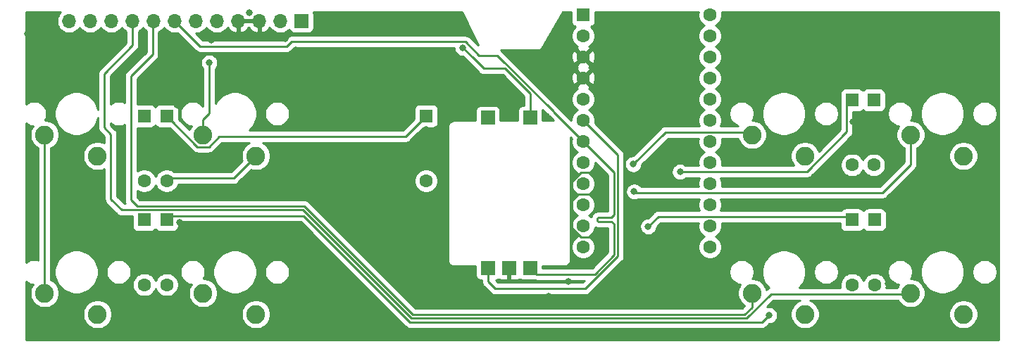
<source format=gbr>
%TF.GenerationSoftware,KiCad,Pcbnew,(5.1.6)-1*%
%TF.CreationDate,2022-02-07T12:47:34-06:00*%
%TF.ProjectId,Pikatea R26 Barebones Macropad,50696b61-7465-4612-9052-323620426172,rev?*%
%TF.SameCoordinates,Original*%
%TF.FileFunction,Copper,L2,Bot*%
%TF.FilePolarity,Positive*%
%FSLAX46Y46*%
G04 Gerber Fmt 4.6, Leading zero omitted, Abs format (unit mm)*
G04 Created by KiCad (PCBNEW (5.1.6)-1) date 2022-02-07 12:47:34*
%MOMM*%
%LPD*%
G01*
G04 APERTURE LIST*
%TA.AperFunction,ComponentPad*%
%ADD10C,2.250000*%
%TD*%
%TA.AperFunction,ComponentPad*%
%ADD11C,1.600000*%
%TD*%
%TA.AperFunction,ComponentPad*%
%ADD12R,1.600000X1.600000*%
%TD*%
%TA.AperFunction,ComponentPad*%
%ADD13O,1.700000X1.700000*%
%TD*%
%TA.AperFunction,ComponentPad*%
%ADD14R,1.700000X1.700000*%
%TD*%
%TA.AperFunction,ViaPad*%
%ADD15C,0.800000*%
%TD*%
%TA.AperFunction,Conductor*%
%ADD16C,0.250000*%
%TD*%
%TA.AperFunction,Conductor*%
%ADD17C,0.254000*%
%TD*%
G04 APERTURE END LIST*
D10*
%TO.P,MX8,2*%
%TO.N,Net-(D7-Pad2)*%
X97591479Y-93403660D03*
%TO.P,MX8,1*%
%TO.N,/A4*%
X91241479Y-90863660D03*
%TD*%
%TO.P,MX7,2*%
%TO.N,Net-(D5-Pad2)*%
X116641480Y-93403660D03*
%TO.P,MX7,1*%
%TO.N,/D8*%
X110291480Y-90863660D03*
%TD*%
%TO.P,MX6,2*%
%TO.N,Net-(D3-Pad2)*%
X182641480Y-93403660D03*
%TO.P,MX6,1*%
%TO.N,/D7*%
X176291480Y-90863660D03*
%TD*%
%TO.P,MX5,2*%
%TO.N,Net-(D1-Pad2)*%
X201691480Y-93403660D03*
%TO.P,MX5,1*%
%TO.N,/D9*%
X195341480Y-90863660D03*
%TD*%
%TO.P,MX4,2*%
%TO.N,Net-(D8-Pad2)*%
X97591479Y-112453660D03*
%TO.P,MX4,1*%
%TO.N,/A4*%
X91241479Y-109913660D03*
%TD*%
%TO.P,MX3,2*%
%TO.N,Net-(D6-Pad2)*%
X116641480Y-112453659D03*
%TO.P,MX3,1*%
%TO.N,/D8*%
X110291480Y-109913659D03*
%TD*%
%TO.P,MX2,2*%
%TO.N,Net-(D4-Pad2)*%
X182641480Y-112453659D03*
%TO.P,MX2,1*%
%TO.N,/D7*%
X176291480Y-109913659D03*
%TD*%
%TO.P,MX1,2*%
%TO.N,Net-(D2-Pad2)*%
X201691480Y-112453659D03*
%TO.P,MX1,1*%
%TO.N,/D9*%
X195341480Y-109913659D03*
%TD*%
D11*
%TO.P,D1,2*%
%TO.N,Net-(D1-Pad2)*%
X190900000Y-94500000D03*
D12*
%TO.P,D1,1*%
%TO.N,/A3*%
X190900000Y-86700000D03*
%TD*%
D11*
%TO.P,D2,2*%
%TO.N,Net-(D2-Pad2)*%
X191000000Y-108900000D03*
D12*
%TO.P,D2,1*%
%TO.N,/A0*%
X191000000Y-101100000D03*
%TD*%
D11*
%TO.P,D3,2*%
%TO.N,Net-(D3-Pad2)*%
X188300000Y-94500000D03*
D12*
%TO.P,D3,1*%
%TO.N,/A3*%
X188300000Y-86700000D03*
%TD*%
D11*
%TO.P,D4,2*%
%TO.N,Net-(D4-Pad2)*%
X188300000Y-108900000D03*
D12*
%TO.P,D4,1*%
%TO.N,/A0*%
X188300000Y-101100000D03*
%TD*%
D11*
%TO.P,D5,2*%
%TO.N,Net-(D5-Pad2)*%
X105900000Y-96400000D03*
D12*
%TO.P,D5,1*%
%TO.N,/A3*%
X105900000Y-88600000D03*
%TD*%
D11*
%TO.P,D6,2*%
%TO.N,Net-(D6-Pad2)*%
X105900000Y-108900000D03*
D12*
%TO.P,D6,1*%
%TO.N,/A0*%
X105900000Y-101100000D03*
%TD*%
D11*
%TO.P,D7,2*%
%TO.N,Net-(D7-Pad2)*%
X103200000Y-96400000D03*
D12*
%TO.P,D7,1*%
%TO.N,/A3*%
X103200000Y-88600000D03*
%TD*%
D11*
%TO.P,D8,2*%
%TO.N,Net-(D8-Pad2)*%
X103200000Y-108900000D03*
D12*
%TO.P,D8,1*%
%TO.N,/A0*%
X103200000Y-101100000D03*
%TD*%
D11*
%TO.P,D9,2*%
%TO.N,Net-(D9-Pad2)*%
X137100000Y-96400000D03*
D12*
%TO.P,D9,1*%
%TO.N,/A3*%
X137100000Y-88600000D03*
%TD*%
D11*
%TO.P,U1,24*%
%TO.N,N/C*%
X171221400Y-76415900D03*
%TO.P,U1,23*%
X171221400Y-78955900D03*
%TO.P,U1,22*%
X171221400Y-81495900D03*
%TO.P,U1,21*%
X171221400Y-84035900D03*
%TO.P,U1,20*%
X171221400Y-86575900D03*
%TO.P,U1,19*%
X171221400Y-89115900D03*
%TO.P,U1,18*%
X171221400Y-91655900D03*
%TO.P,U1,17*%
X171221400Y-94195900D03*
%TO.P,U1,16*%
X171221400Y-96735900D03*
%TO.P,U1,15*%
X171221400Y-99275900D03*
%TO.P,U1,14*%
X171221400Y-101815900D03*
%TO.P,U1,13*%
X171221400Y-104355900D03*
%TO.P,U1,12*%
%TO.N,/A4*%
X155981400Y-104355900D03*
%TO.P,U1,11*%
%TO.N,/A0*%
X155981400Y-101815900D03*
%TO.P,U1,10*%
%TO.N,/A3*%
X155981400Y-99275900D03*
%TO.P,U1,9*%
%TO.N,/D9*%
X155981400Y-96735900D03*
%TO.P,U1,8*%
%TO.N,/D7*%
X155981400Y-94195900D03*
%TO.P,U1,7*%
%TO.N,/A*%
X155981400Y-91655900D03*
%TO.P,U1,6*%
%TO.N,/B*%
X155981400Y-89115900D03*
%TO.P,U1,5*%
%TO.N,/D8*%
X155981400Y-86575900D03*
%TO.P,U1,4*%
%TO.N,GND*%
X155981400Y-84035900D03*
%TO.P,U1,3*%
X155981400Y-81495900D03*
%TO.P,U1,2*%
%TO.N,Net-(J1-Pad2)*%
X155981400Y-78955900D03*
D12*
%TO.P,U1,1*%
%TO.N,/A10*%
X155981400Y-76415900D03*
%TD*%
D13*
%TO.P,J1,12*%
%TO.N,/A4*%
X94170500Y-77177900D03*
%TO.P,J1,11*%
%TO.N,/A0*%
X96710500Y-77177900D03*
%TO.P,J1,10*%
%TO.N,/A3*%
X99250500Y-77177900D03*
%TO.P,J1,9*%
%TO.N,/D9*%
X101790500Y-77177900D03*
%TO.P,J1,8*%
%TO.N,/D7*%
X104330500Y-77177900D03*
%TO.P,J1,7*%
%TO.N,/A*%
X106870500Y-77177900D03*
%TO.P,J1,6*%
%TO.N,/B*%
X109410500Y-77177900D03*
%TO.P,J1,5*%
%TO.N,/D8*%
X111950500Y-77177900D03*
%TO.P,J1,4*%
%TO.N,GND*%
X114490500Y-77177900D03*
%TO.P,J1,3*%
X117030500Y-77177900D03*
%TO.P,J1,2*%
%TO.N,Net-(J1-Pad2)*%
X119570500Y-77177900D03*
D14*
%TO.P,J1,1*%
%TO.N,/A10*%
X122110500Y-77177900D03*
%TD*%
%TO.P,SW3,S1*%
%TO.N,Net-(D9-Pad2)*%
X144531080Y-88798659D03*
%TO.P,SW3,S2*%
%TO.N,/A10*%
X149611080Y-88798659D03*
%TO.P,SW3,C*%
%TO.N,GND*%
X147071080Y-106898659D03*
%TO.P,SW3,B*%
%TO.N,/B*%
X144531080Y-106898659D03*
%TO.P,SW3,A*%
%TO.N,/A*%
X149611080Y-106898659D03*
%TD*%
D15*
%TO.N,/D9*%
X162100000Y-97700000D03*
%TO.N,/D7*%
X162000000Y-94400000D03*
%TO.N,/D8*%
X111018320Y-82204560D03*
%TO.N,/A3*%
X167620901Y-95320901D03*
%TO.N,/A0*%
X178307113Y-112600000D03*
X163800000Y-101900000D03*
%TO.N,GND*%
X115800000Y-76200000D03*
X157200000Y-82600000D03*
X107100000Y-87300000D03*
X107400000Y-97900000D03*
X100500000Y-97200000D03*
X103000000Y-86800000D03*
X107400000Y-110500000D03*
X101500000Y-109900000D03*
X101300000Y-101500000D03*
X107500000Y-101400000D03*
X151800000Y-110300000D03*
X142300000Y-109100000D03*
X154200000Y-108500000D03*
X188700000Y-111200000D03*
X192600000Y-108800000D03*
X187900000Y-102900000D03*
X191200000Y-102900000D03*
X188400000Y-89300000D03*
X190300000Y-89200000D03*
X191000000Y-92400000D03*
X188200000Y-92500000D03*
X157300000Y-103200000D03*
X118300000Y-92300000D03*
X95700000Y-92200000D03*
X94400000Y-111100000D03*
X113600000Y-111100000D03*
X151600000Y-88600000D03*
X137100000Y-90200000D03*
X138000000Y-94700000D03*
X153900000Y-78000000D03*
X120200000Y-79300000D03*
X100400000Y-84300000D03*
X89800000Y-94500000D03*
X161400000Y-100400000D03*
X157800000Y-95700000D03*
X90500000Y-113600000D03*
X89200000Y-78700000D03*
X157800000Y-98000000D03*
X111300000Y-79500000D03*
X113200000Y-83050000D03*
X121450000Y-80650000D03*
X124300000Y-77500000D03*
X179250000Y-92150000D03*
X198300000Y-92900000D03*
X198600000Y-111150000D03*
X180200000Y-112050000D03*
X142000000Y-78600000D03*
X99850000Y-113200000D03*
X104600000Y-112550000D03*
X114600000Y-113200000D03*
X93850000Y-82600000D03*
X92550000Y-78250000D03*
X97800000Y-78600000D03*
X105800000Y-78700000D03*
X103350000Y-91050000D03*
X105400000Y-94700000D03*
%TO.N,/A10*%
X141500000Y-80400000D03*
%TD*%
D16*
%TO.N,/D9*%
X101790500Y-80109500D02*
X101790500Y-77177900D01*
X178548824Y-110025001D02*
X175623815Y-112950010D01*
X135313599Y-112950009D02*
X122263590Y-99900000D01*
X122263590Y-99900000D02*
X100500000Y-99900000D01*
X195230138Y-110025001D02*
X178548824Y-110025001D01*
X99200000Y-98600000D02*
X99200000Y-90800000D01*
X100500000Y-99900000D02*
X99200000Y-98600000D01*
X175623815Y-112950010D02*
X135313599Y-112950009D01*
X99200000Y-90800000D02*
X98400000Y-90000000D01*
X98400000Y-83500000D02*
X101790500Y-80109500D01*
X195341480Y-109913659D02*
X195230138Y-110025001D01*
X98400000Y-90000000D02*
X98400000Y-83500000D01*
X195341480Y-90863660D02*
X195341480Y-94458520D01*
X162260901Y-97860901D02*
X162100000Y-97700000D01*
X195341480Y-94458520D02*
X191939099Y-97860901D01*
X191939099Y-97860901D02*
X162260901Y-97860901D01*
%TO.N,/D7*%
X104200000Y-81200000D02*
X104200000Y-77308400D01*
X101600000Y-83800000D02*
X104200000Y-81200000D01*
X102349990Y-99449990D02*
X101600000Y-98700000D01*
X104200000Y-77308400D02*
X104330500Y-77177900D01*
X176291480Y-111608520D02*
X175400000Y-112500000D01*
X101600000Y-98700000D02*
X101600000Y-83800000D01*
X176291480Y-109913659D02*
X176291480Y-111608520D01*
X122449990Y-99449990D02*
X102349990Y-99449990D01*
X175400000Y-112500000D02*
X135500000Y-112500000D01*
X135500000Y-112500000D02*
X122449990Y-99449990D01*
X165869101Y-90530899D02*
X162000000Y-94400000D01*
X176291480Y-90863660D02*
X175958719Y-90530899D01*
X175958719Y-90530899D02*
X165869101Y-90530899D01*
%TO.N,/D8*%
X110291480Y-89019780D02*
X110291480Y-90863660D01*
X111018320Y-82204560D02*
X111018320Y-88292940D01*
X111018320Y-88292940D02*
X110291480Y-89019780D01*
%TO.N,/A4*%
X91241479Y-109913660D02*
X91241479Y-90863660D01*
%TO.N,/A3*%
X137709101Y-87990899D02*
X137100000Y-88600000D01*
X167620901Y-95320901D02*
X167620901Y-95320901D01*
X106823661Y-89523661D02*
X105900000Y-88600000D01*
X137100000Y-88600000D02*
X135057439Y-90642561D01*
X134615241Y-91084759D02*
X137100000Y-88600000D01*
X112216383Y-91084759D02*
X134615241Y-91084759D01*
X110987481Y-92313661D02*
X112216383Y-91084759D01*
X105900000Y-88600000D02*
X109613661Y-92313661D01*
X109613661Y-92313661D02*
X110987481Y-92313661D01*
X187674999Y-90516143D02*
X187674999Y-87325001D01*
X187674999Y-87325001D02*
X188300000Y-86700000D01*
X182870241Y-95320901D02*
X187674999Y-90516143D01*
X167620901Y-95320901D02*
X182870241Y-95320901D01*
%TO.N,/A0*%
X177507095Y-113400018D02*
X135127198Y-113400018D01*
X178307113Y-112600000D02*
X177507095Y-113400018D01*
X135127198Y-113400018D02*
X122327180Y-100600000D01*
X106400000Y-100600000D02*
X105900000Y-101100000D01*
X122327180Y-100600000D02*
X106400000Y-100600000D01*
X188300000Y-101100000D02*
X187890899Y-100690899D01*
X187890899Y-100690899D02*
X165009101Y-100690899D01*
X165009101Y-100690899D02*
X163800000Y-101900000D01*
%TO.N,GND*%
X155700498Y-103200000D02*
X154600000Y-102099502D01*
X157300000Y-103200000D02*
X155700498Y-103200000D01*
X154600000Y-96500000D02*
X155700000Y-95400000D01*
X155700000Y-95400000D02*
X157500000Y-95400000D01*
X157500000Y-95400000D02*
X157800000Y-95700000D01*
X154600000Y-98800000D02*
X155400000Y-98000000D01*
X154600000Y-98800000D02*
X154600000Y-96500000D01*
X155400000Y-98000000D02*
X157800000Y-98000000D01*
X154600000Y-102099502D02*
X154600000Y-98800000D01*
X120000000Y-79500000D02*
X120200000Y-79300000D01*
X111300000Y-79500000D02*
X120000000Y-79500000D01*
%TO.N,/A*%
X157370060Y-107629940D02*
X159700000Y-105300000D01*
X159700000Y-95374500D02*
X155981400Y-91655900D01*
X159700000Y-95374500D02*
X159700000Y-100500000D01*
X159700000Y-100500000D02*
X159400000Y-100800000D01*
X159400000Y-100800000D02*
X157800000Y-100800000D01*
X157800000Y-100800000D02*
X157700000Y-100900000D01*
X157700000Y-100900000D02*
X157700000Y-101200000D01*
X157700000Y-101200000D02*
X157800000Y-101300000D01*
X157800000Y-101300000D02*
X159400000Y-101300000D01*
X159700000Y-101600000D02*
X159700000Y-105300000D01*
X159400000Y-101300000D02*
X159700000Y-101600000D01*
X157370060Y-107629940D02*
X150342361Y-107629940D01*
X149742931Y-107030510D02*
X149611080Y-107030510D01*
X150342361Y-107629940D02*
X149742931Y-107030510D01*
X120925001Y-79648001D02*
X120348001Y-80225001D01*
X145636410Y-81300000D02*
X143473002Y-81300000D01*
X152400000Y-88074500D02*
X152400000Y-88063590D01*
X152400000Y-88063590D02*
X145636410Y-81300000D01*
X143473002Y-81300000D02*
X141848001Y-79674999D01*
X155981400Y-91655900D02*
X152400000Y-88074500D01*
X141848001Y-79674999D02*
X136125001Y-79674999D01*
X108254946Y-78562346D02*
X106870500Y-77177900D01*
X109917601Y-80225001D02*
X108254946Y-78562346D01*
X136125001Y-79674999D02*
X136098003Y-79648001D01*
X136098003Y-79648001D02*
X120925001Y-79648001D01*
X120348001Y-80225001D02*
X109917601Y-80225001D01*
%TO.N,/B*%
X144531080Y-107629940D02*
X144531080Y-108531080D01*
X144531080Y-108531080D02*
X145400000Y-109400000D01*
X160150010Y-93284510D02*
X155981400Y-89115900D01*
X156236410Y-109400000D02*
X160150010Y-105486400D01*
X160150010Y-105486400D02*
X160150010Y-93284510D01*
X145400000Y-109400000D02*
X156236410Y-109400000D01*
%TO.N,/A10*%
X149611080Y-88798659D02*
X149611080Y-85911080D01*
X149611080Y-85911080D02*
X146600000Y-82900000D01*
X146600000Y-82900000D02*
X144000000Y-82900000D01*
X144000000Y-82900000D02*
X142724990Y-81624990D01*
X142724990Y-81624990D02*
X141500000Y-80400000D01*
%TO.N,Net-(D5-Pad2)*%
X116641480Y-93403660D02*
X113945140Y-96100000D01*
X106200000Y-96100000D02*
X105900000Y-96400000D01*
X113945140Y-96100000D02*
X106200000Y-96100000D01*
%TD*%
D17*
%TO.N,GND*%
G36*
X93017025Y-76231268D02*
G01*
X92854510Y-76474489D01*
X92742568Y-76744742D01*
X92685500Y-77031640D01*
X92685500Y-77324160D01*
X92742568Y-77611058D01*
X92854510Y-77881311D01*
X93017025Y-78124532D01*
X93223868Y-78331375D01*
X93467089Y-78493890D01*
X93737342Y-78605832D01*
X94024240Y-78662900D01*
X94316760Y-78662900D01*
X94603658Y-78605832D01*
X94873911Y-78493890D01*
X95117132Y-78331375D01*
X95323975Y-78124532D01*
X95440500Y-77950140D01*
X95557025Y-78124532D01*
X95763868Y-78331375D01*
X96007089Y-78493890D01*
X96277342Y-78605832D01*
X96564240Y-78662900D01*
X96856760Y-78662900D01*
X97143658Y-78605832D01*
X97413911Y-78493890D01*
X97657132Y-78331375D01*
X97863975Y-78124532D01*
X97980500Y-77950140D01*
X98097025Y-78124532D01*
X98303868Y-78331375D01*
X98547089Y-78493890D01*
X98817342Y-78605832D01*
X99104240Y-78662900D01*
X99396760Y-78662900D01*
X99683658Y-78605832D01*
X99953911Y-78493890D01*
X100197132Y-78331375D01*
X100403975Y-78124532D01*
X100520500Y-77950140D01*
X100637025Y-78124532D01*
X100843868Y-78331375D01*
X101030501Y-78456079D01*
X101030500Y-79794698D01*
X97888998Y-82936201D01*
X97860000Y-82959999D01*
X97836202Y-82988997D01*
X97836201Y-82988998D01*
X97765026Y-83075724D01*
X97694454Y-83207754D01*
X97650998Y-83351015D01*
X97636324Y-83500000D01*
X97640001Y-83537332D01*
X97640000Y-87861738D01*
X97579352Y-87556838D01*
X97381180Y-87078409D01*
X97093479Y-86647834D01*
X96727305Y-86281660D01*
X96296730Y-85993959D01*
X95818301Y-85795787D01*
X95310403Y-85694760D01*
X94792555Y-85694760D01*
X94284657Y-85795787D01*
X93806228Y-85993959D01*
X93375653Y-86281660D01*
X93009479Y-86647834D01*
X92721778Y-87078409D01*
X92523606Y-87556838D01*
X92422579Y-88064736D01*
X92422579Y-88582584D01*
X92523606Y-89090482D01*
X92721778Y-89568911D01*
X93009479Y-89999486D01*
X93375653Y-90365660D01*
X93806228Y-90653361D01*
X94284657Y-90851533D01*
X94792555Y-90952560D01*
X95310403Y-90952560D01*
X95818301Y-90851533D01*
X96296730Y-90653361D01*
X96727305Y-90365660D01*
X97093479Y-89999486D01*
X97381180Y-89568911D01*
X97579352Y-89090482D01*
X97640000Y-88785582D01*
X97640000Y-89962677D01*
X97636324Y-90000000D01*
X97640000Y-90037322D01*
X97640000Y-90037332D01*
X97650997Y-90148985D01*
X97678048Y-90238161D01*
X97694454Y-90292246D01*
X97765026Y-90424276D01*
X97777426Y-90439385D01*
X97859999Y-90540001D01*
X97889002Y-90563803D01*
X98440001Y-91114803D01*
X98440001Y-91853890D01*
X98425152Y-91843968D01*
X98104852Y-91711296D01*
X97764824Y-91643660D01*
X97418134Y-91643660D01*
X97078106Y-91711296D01*
X96757806Y-91843968D01*
X96469544Y-92036579D01*
X96224398Y-92281725D01*
X96031787Y-92569987D01*
X95899115Y-92890287D01*
X95831479Y-93230315D01*
X95831479Y-93577005D01*
X95899115Y-93917033D01*
X96031787Y-94237333D01*
X96224398Y-94525595D01*
X96469544Y-94770741D01*
X96757806Y-94963352D01*
X97078106Y-95096024D01*
X97418134Y-95163660D01*
X97764824Y-95163660D01*
X98104852Y-95096024D01*
X98425152Y-94963352D01*
X98440000Y-94953431D01*
X98440000Y-98562678D01*
X98436324Y-98600000D01*
X98440000Y-98637322D01*
X98440000Y-98637332D01*
X98450997Y-98748985D01*
X98492617Y-98886191D01*
X98494454Y-98892246D01*
X98565026Y-99024276D01*
X98604871Y-99072826D01*
X98659999Y-99140001D01*
X98689003Y-99163804D01*
X99936200Y-100411002D01*
X99959999Y-100440001D01*
X100075724Y-100534974D01*
X100207753Y-100605546D01*
X100351014Y-100649003D01*
X100462667Y-100660000D01*
X100462675Y-100660000D01*
X100500000Y-100663676D01*
X100537325Y-100660000D01*
X101761928Y-100660000D01*
X101761928Y-101900000D01*
X101774188Y-102024482D01*
X101810498Y-102144180D01*
X101869463Y-102254494D01*
X101948815Y-102351185D01*
X102045506Y-102430537D01*
X102155820Y-102489502D01*
X102275518Y-102525812D01*
X102400000Y-102538072D01*
X104000000Y-102538072D01*
X104124482Y-102525812D01*
X104244180Y-102489502D01*
X104354494Y-102430537D01*
X104451185Y-102351185D01*
X104530537Y-102254494D01*
X104550000Y-102218082D01*
X104569463Y-102254494D01*
X104648815Y-102351185D01*
X104745506Y-102430537D01*
X104855820Y-102489502D01*
X104975518Y-102525812D01*
X105100000Y-102538072D01*
X106700000Y-102538072D01*
X106824482Y-102525812D01*
X106944180Y-102489502D01*
X107054494Y-102430537D01*
X107151185Y-102351185D01*
X107230537Y-102254494D01*
X107289502Y-102144180D01*
X107325812Y-102024482D01*
X107338072Y-101900000D01*
X107338072Y-101360000D01*
X122012379Y-101360000D01*
X134563399Y-113911021D01*
X134587197Y-113940019D01*
X134616195Y-113963817D01*
X134702921Y-114034992D01*
X134834951Y-114105564D01*
X134978212Y-114149021D01*
X135089865Y-114160018D01*
X135089874Y-114160018D01*
X135127197Y-114163694D01*
X135164520Y-114160018D01*
X177469773Y-114160018D01*
X177507095Y-114163694D01*
X177544417Y-114160018D01*
X177544428Y-114160018D01*
X177656081Y-114149021D01*
X177799342Y-114105564D01*
X177931371Y-114034992D01*
X178047096Y-113940019D01*
X178070898Y-113911016D01*
X178346914Y-113635000D01*
X178409052Y-113635000D01*
X178609011Y-113595226D01*
X178797369Y-113517205D01*
X178966887Y-113403937D01*
X179111050Y-113259774D01*
X179224318Y-113090256D01*
X179302339Y-112901898D01*
X179342113Y-112701939D01*
X179342113Y-112498061D01*
X179302339Y-112298102D01*
X179224318Y-112109744D01*
X179111050Y-111940226D01*
X178966887Y-111796063D01*
X178797369Y-111682795D01*
X178609011Y-111604774D01*
X178409052Y-111565000D01*
X178205174Y-111565000D01*
X178053447Y-111595180D01*
X178863627Y-110785001D01*
X182070875Y-110785001D01*
X181807807Y-110893967D01*
X181519545Y-111086578D01*
X181274399Y-111331724D01*
X181081788Y-111619986D01*
X180949116Y-111940286D01*
X180881480Y-112280314D01*
X180881480Y-112627004D01*
X180949116Y-112967032D01*
X181081788Y-113287332D01*
X181274399Y-113575594D01*
X181519545Y-113820740D01*
X181807807Y-114013351D01*
X182128107Y-114146023D01*
X182468135Y-114213659D01*
X182814825Y-114213659D01*
X183154853Y-114146023D01*
X183475153Y-114013351D01*
X183763415Y-113820740D01*
X184008561Y-113575594D01*
X184201172Y-113287332D01*
X184333844Y-112967032D01*
X184401480Y-112627004D01*
X184401480Y-112280314D01*
X199931480Y-112280314D01*
X199931480Y-112627004D01*
X199999116Y-112967032D01*
X200131788Y-113287332D01*
X200324399Y-113575594D01*
X200569545Y-113820740D01*
X200857807Y-114013351D01*
X201178107Y-114146023D01*
X201518135Y-114213659D01*
X201864825Y-114213659D01*
X202204853Y-114146023D01*
X202525153Y-114013351D01*
X202813415Y-113820740D01*
X203058561Y-113575594D01*
X203251172Y-113287332D01*
X203383844Y-112967032D01*
X203451480Y-112627004D01*
X203451480Y-112280314D01*
X203383844Y-111940286D01*
X203251172Y-111619986D01*
X203058561Y-111331724D01*
X202813415Y-111086578D01*
X202525153Y-110893967D01*
X202204853Y-110761295D01*
X201864825Y-110693659D01*
X201518135Y-110693659D01*
X201178107Y-110761295D01*
X200857807Y-110893967D01*
X200569545Y-111086578D01*
X200324399Y-111331724D01*
X200131788Y-111619986D01*
X199999116Y-111940286D01*
X199931480Y-112280314D01*
X184401480Y-112280314D01*
X184333844Y-111940286D01*
X184201172Y-111619986D01*
X184008561Y-111331724D01*
X183763415Y-111086578D01*
X183475153Y-110893967D01*
X183212085Y-110785001D01*
X193806958Y-110785001D01*
X193974399Y-111035594D01*
X194219545Y-111280740D01*
X194507807Y-111473351D01*
X194828107Y-111606023D01*
X195168135Y-111673659D01*
X195514825Y-111673659D01*
X195854853Y-111606023D01*
X196175153Y-111473351D01*
X196463415Y-111280740D01*
X196708561Y-111035594D01*
X196901172Y-110747332D01*
X197033844Y-110427032D01*
X197101480Y-110087004D01*
X197101480Y-109740314D01*
X197033844Y-109400286D01*
X196901172Y-109079986D01*
X196708561Y-108791724D01*
X196463415Y-108546578D01*
X196175153Y-108353967D01*
X195854853Y-108221295D01*
X195514825Y-108153659D01*
X195366362Y-108153659D01*
X195409624Y-108088912D01*
X195523451Y-107814110D01*
X195581480Y-107522381D01*
X195581480Y-107224937D01*
X195559560Y-107114735D01*
X196522580Y-107114735D01*
X196522580Y-107632583D01*
X196623607Y-108140481D01*
X196821779Y-108618910D01*
X197109480Y-109049485D01*
X197475654Y-109415659D01*
X197906229Y-109703360D01*
X198384658Y-109901532D01*
X198892556Y-110002559D01*
X199410404Y-110002559D01*
X199918302Y-109901532D01*
X200396731Y-109703360D01*
X200827306Y-109415659D01*
X201193480Y-109049485D01*
X201481181Y-108618910D01*
X201679353Y-108140481D01*
X201780380Y-107632583D01*
X201780380Y-107224937D01*
X202721480Y-107224937D01*
X202721480Y-107522381D01*
X202779509Y-107814110D01*
X202893336Y-108088912D01*
X203058587Y-108336228D01*
X203268911Y-108546552D01*
X203516227Y-108711803D01*
X203791029Y-108825630D01*
X204082758Y-108883659D01*
X204380202Y-108883659D01*
X204671931Y-108825630D01*
X204946733Y-108711803D01*
X205194049Y-108546552D01*
X205404373Y-108336228D01*
X205569624Y-108088912D01*
X205683451Y-107814110D01*
X205741480Y-107522381D01*
X205741480Y-107224937D01*
X205683451Y-106933208D01*
X205569624Y-106658406D01*
X205404373Y-106411090D01*
X205194049Y-106200766D01*
X204946733Y-106035515D01*
X204671931Y-105921688D01*
X204380202Y-105863659D01*
X204082758Y-105863659D01*
X203791029Y-105921688D01*
X203516227Y-106035515D01*
X203268911Y-106200766D01*
X203058587Y-106411090D01*
X202893336Y-106658406D01*
X202779509Y-106933208D01*
X202721480Y-107224937D01*
X201780380Y-107224937D01*
X201780380Y-107114735D01*
X201679353Y-106606837D01*
X201481181Y-106128408D01*
X201193480Y-105697833D01*
X200827306Y-105331659D01*
X200396731Y-105043958D01*
X199918302Y-104845786D01*
X199410404Y-104744759D01*
X198892556Y-104744759D01*
X198384658Y-104845786D01*
X197906229Y-105043958D01*
X197475654Y-105331659D01*
X197109480Y-105697833D01*
X196821779Y-106128408D01*
X196623607Y-106606837D01*
X196522580Y-107114735D01*
X195559560Y-107114735D01*
X195523451Y-106933208D01*
X195409624Y-106658406D01*
X195244373Y-106411090D01*
X195034049Y-106200766D01*
X194786733Y-106035515D01*
X194511931Y-105921688D01*
X194220202Y-105863659D01*
X193922758Y-105863659D01*
X193631029Y-105921688D01*
X193356227Y-106035515D01*
X193108911Y-106200766D01*
X192898587Y-106411090D01*
X192733336Y-106658406D01*
X192619509Y-106933208D01*
X192561480Y-107224937D01*
X192561480Y-107522381D01*
X192619509Y-107814110D01*
X192733336Y-108088912D01*
X192898587Y-108336228D01*
X193108911Y-108546552D01*
X193356227Y-108711803D01*
X193631029Y-108825630D01*
X193914118Y-108881940D01*
X193781788Y-109079986D01*
X193705153Y-109265001D01*
X192390509Y-109265001D01*
X192435000Y-109041335D01*
X192435000Y-108758665D01*
X192379853Y-108481426D01*
X192271680Y-108220273D01*
X192114637Y-107985241D01*
X191914759Y-107785363D01*
X191679727Y-107628320D01*
X191418574Y-107520147D01*
X191141335Y-107465000D01*
X190858665Y-107465000D01*
X190581426Y-107520147D01*
X190320273Y-107628320D01*
X190085241Y-107785363D01*
X189885363Y-107985241D01*
X189728320Y-108220273D01*
X189650000Y-108409354D01*
X189571680Y-108220273D01*
X189414637Y-107985241D01*
X189214759Y-107785363D01*
X188979727Y-107628320D01*
X188718574Y-107520147D01*
X188441335Y-107465000D01*
X188158665Y-107465000D01*
X187881426Y-107520147D01*
X187620273Y-107628320D01*
X187385241Y-107785363D01*
X187185363Y-107985241D01*
X187028320Y-108220273D01*
X186920147Y-108481426D01*
X186865000Y-108758665D01*
X186865000Y-109041335D01*
X186909491Y-109265001D01*
X181927964Y-109265001D01*
X182143480Y-109049485D01*
X182431181Y-108618910D01*
X182629353Y-108140481D01*
X182730380Y-107632583D01*
X182730380Y-107224937D01*
X183671480Y-107224937D01*
X183671480Y-107522381D01*
X183729509Y-107814110D01*
X183843336Y-108088912D01*
X184008587Y-108336228D01*
X184218911Y-108546552D01*
X184466227Y-108711803D01*
X184741029Y-108825630D01*
X185032758Y-108883659D01*
X185330202Y-108883659D01*
X185621931Y-108825630D01*
X185896733Y-108711803D01*
X186144049Y-108546552D01*
X186354373Y-108336228D01*
X186519624Y-108088912D01*
X186633451Y-107814110D01*
X186691480Y-107522381D01*
X186691480Y-107224937D01*
X186633451Y-106933208D01*
X186519624Y-106658406D01*
X186354373Y-106411090D01*
X186144049Y-106200766D01*
X185896733Y-106035515D01*
X185621931Y-105921688D01*
X185330202Y-105863659D01*
X185032758Y-105863659D01*
X184741029Y-105921688D01*
X184466227Y-106035515D01*
X184218911Y-106200766D01*
X184008587Y-106411090D01*
X183843336Y-106658406D01*
X183729509Y-106933208D01*
X183671480Y-107224937D01*
X182730380Y-107224937D01*
X182730380Y-107114735D01*
X182629353Y-106606837D01*
X182431181Y-106128408D01*
X182143480Y-105697833D01*
X181777306Y-105331659D01*
X181346731Y-105043958D01*
X180868302Y-104845786D01*
X180360404Y-104744759D01*
X179842556Y-104744759D01*
X179334658Y-104845786D01*
X178856229Y-105043958D01*
X178425654Y-105331659D01*
X178059480Y-105697833D01*
X177771779Y-106128408D01*
X177573607Y-106606837D01*
X177472580Y-107114735D01*
X177472580Y-107632583D01*
X177573607Y-108140481D01*
X177771779Y-108618910D01*
X178059480Y-109049485D01*
X178312489Y-109302494D01*
X178256577Y-109319455D01*
X178124548Y-109390027D01*
X178124546Y-109390028D01*
X178124547Y-109390028D01*
X178037820Y-109461202D01*
X178037816Y-109461206D01*
X178008823Y-109485000D01*
X178002280Y-109492972D01*
X177983844Y-109400286D01*
X177851172Y-109079986D01*
X177658561Y-108791724D01*
X177413415Y-108546578D01*
X177125153Y-108353967D01*
X176804853Y-108221295D01*
X176464825Y-108153659D01*
X176316362Y-108153659D01*
X176359624Y-108088912D01*
X176473451Y-107814110D01*
X176531480Y-107522381D01*
X176531480Y-107224937D01*
X176473451Y-106933208D01*
X176359624Y-106658406D01*
X176194373Y-106411090D01*
X175984049Y-106200766D01*
X175736733Y-106035515D01*
X175461931Y-105921688D01*
X175170202Y-105863659D01*
X174872758Y-105863659D01*
X174581029Y-105921688D01*
X174306227Y-106035515D01*
X174058911Y-106200766D01*
X173848587Y-106411090D01*
X173683336Y-106658406D01*
X173569509Y-106933208D01*
X173511480Y-107224937D01*
X173511480Y-107522381D01*
X173569509Y-107814110D01*
X173683336Y-108088912D01*
X173848587Y-108336228D01*
X174058911Y-108546552D01*
X174306227Y-108711803D01*
X174581029Y-108825630D01*
X174864118Y-108881940D01*
X174731788Y-109079986D01*
X174599116Y-109400286D01*
X174531480Y-109740314D01*
X174531480Y-110087004D01*
X174599116Y-110427032D01*
X174731788Y-110747332D01*
X174924399Y-111035594D01*
X175169545Y-111280740D01*
X175394289Y-111430909D01*
X175085199Y-111740000D01*
X135814802Y-111740000D01*
X123013794Y-98938993D01*
X122989991Y-98909989D01*
X122874266Y-98815016D01*
X122742237Y-98744444D01*
X122598976Y-98700987D01*
X122487323Y-98689990D01*
X122487312Y-98689990D01*
X122449990Y-98686314D01*
X122412668Y-98689990D01*
X102664792Y-98689990D01*
X102360000Y-98385199D01*
X102360000Y-97564589D01*
X102520273Y-97671680D01*
X102781426Y-97779853D01*
X103058665Y-97835000D01*
X103341335Y-97835000D01*
X103618574Y-97779853D01*
X103879727Y-97671680D01*
X104114759Y-97514637D01*
X104314637Y-97314759D01*
X104471680Y-97079727D01*
X104550000Y-96890646D01*
X104628320Y-97079727D01*
X104785363Y-97314759D01*
X104985241Y-97514637D01*
X105220273Y-97671680D01*
X105481426Y-97779853D01*
X105758665Y-97835000D01*
X106041335Y-97835000D01*
X106318574Y-97779853D01*
X106579727Y-97671680D01*
X106814759Y-97514637D01*
X107014637Y-97314759D01*
X107171680Y-97079727D01*
X107262694Y-96860000D01*
X113907818Y-96860000D01*
X113945140Y-96863676D01*
X113982462Y-96860000D01*
X113982473Y-96860000D01*
X114094126Y-96849003D01*
X114237387Y-96805546D01*
X114369416Y-96734974D01*
X114485141Y-96640001D01*
X114508944Y-96610997D01*
X114861276Y-96258665D01*
X135665000Y-96258665D01*
X135665000Y-96541335D01*
X135720147Y-96818574D01*
X135828320Y-97079727D01*
X135985363Y-97314759D01*
X136185241Y-97514637D01*
X136420273Y-97671680D01*
X136681426Y-97779853D01*
X136958665Y-97835000D01*
X137241335Y-97835000D01*
X137518574Y-97779853D01*
X137779727Y-97671680D01*
X138014759Y-97514637D01*
X138214637Y-97314759D01*
X138371680Y-97079727D01*
X138479853Y-96818574D01*
X138535000Y-96541335D01*
X138535000Y-96258665D01*
X138479853Y-95981426D01*
X138371680Y-95720273D01*
X138214637Y-95485241D01*
X138014759Y-95285363D01*
X137779727Y-95128320D01*
X137518574Y-95020147D01*
X137241335Y-94965000D01*
X136958665Y-94965000D01*
X136681426Y-95020147D01*
X136420273Y-95128320D01*
X136185241Y-95285363D01*
X135985363Y-95485241D01*
X135828320Y-95720273D01*
X135720147Y-95981426D01*
X135665000Y-96258665D01*
X114861276Y-96258665D01*
X116054434Y-95065508D01*
X116128107Y-95096024D01*
X116468135Y-95163660D01*
X116814825Y-95163660D01*
X117154853Y-95096024D01*
X117475153Y-94963352D01*
X117763415Y-94770741D01*
X118008561Y-94525595D01*
X118201172Y-94237333D01*
X118333844Y-93917033D01*
X118401480Y-93577005D01*
X118401480Y-93230315D01*
X118333844Y-92890287D01*
X118201172Y-92569987D01*
X118008561Y-92281725D01*
X117763415Y-92036579D01*
X117476337Y-91844759D01*
X134577919Y-91844759D01*
X134615241Y-91848435D01*
X134652563Y-91844759D01*
X134652574Y-91844759D01*
X134764227Y-91833762D01*
X134907488Y-91790305D01*
X135039517Y-91719733D01*
X135155242Y-91624760D01*
X135179045Y-91595756D01*
X136084486Y-90690315D01*
X136736730Y-90038072D01*
X137900000Y-90038072D01*
X138024482Y-90025812D01*
X138144180Y-89989502D01*
X138254494Y-89930537D01*
X138351185Y-89851185D01*
X138430537Y-89754494D01*
X138489502Y-89644180D01*
X138525812Y-89524482D01*
X138538072Y-89400000D01*
X138538072Y-87800000D01*
X138525812Y-87675518D01*
X138489502Y-87555820D01*
X138430537Y-87445506D01*
X138351185Y-87348815D01*
X138254494Y-87269463D01*
X138144180Y-87210498D01*
X138024482Y-87174188D01*
X137900000Y-87161928D01*
X136300000Y-87161928D01*
X136175518Y-87174188D01*
X136055820Y-87210498D01*
X135945506Y-87269463D01*
X135848815Y-87348815D01*
X135769463Y-87445506D01*
X135710498Y-87555820D01*
X135674188Y-87675518D01*
X135661928Y-87800000D01*
X135661928Y-88963270D01*
X134998297Y-89626902D01*
X134300440Y-90324759D01*
X115818207Y-90324759D01*
X116143480Y-89999486D01*
X116431181Y-89568911D01*
X116629353Y-89090482D01*
X116730380Y-88582584D01*
X116730380Y-88174938D01*
X117671480Y-88174938D01*
X117671480Y-88472382D01*
X117729509Y-88764111D01*
X117843336Y-89038913D01*
X118008587Y-89286229D01*
X118218911Y-89496553D01*
X118466227Y-89661804D01*
X118741029Y-89775631D01*
X119032758Y-89833660D01*
X119330202Y-89833660D01*
X119621931Y-89775631D01*
X119896733Y-89661804D01*
X120144049Y-89496553D01*
X120354373Y-89286229D01*
X120519624Y-89038913D01*
X120633451Y-88764111D01*
X120691480Y-88472382D01*
X120691480Y-88174938D01*
X120633451Y-87883209D01*
X120519624Y-87608407D01*
X120354373Y-87361091D01*
X120144049Y-87150767D01*
X119896733Y-86985516D01*
X119621931Y-86871689D01*
X119330202Y-86813660D01*
X119032758Y-86813660D01*
X118741029Y-86871689D01*
X118466227Y-86985516D01*
X118218911Y-87150767D01*
X118008587Y-87361091D01*
X117843336Y-87608407D01*
X117729509Y-87883209D01*
X117671480Y-88174938D01*
X116730380Y-88174938D01*
X116730380Y-88064736D01*
X116629353Y-87556838D01*
X116431181Y-87078409D01*
X116143480Y-86647834D01*
X115777306Y-86281660D01*
X115346731Y-85993959D01*
X114868302Y-85795787D01*
X114360404Y-85694760D01*
X113842556Y-85694760D01*
X113334658Y-85795787D01*
X112856229Y-85993959D01*
X112425654Y-86281660D01*
X112059480Y-86647834D01*
X111778320Y-87068620D01*
X111778320Y-82908271D01*
X111822257Y-82864334D01*
X111935525Y-82694816D01*
X112013546Y-82506458D01*
X112053320Y-82306499D01*
X112053320Y-82102621D01*
X112013546Y-81902662D01*
X111935525Y-81714304D01*
X111822257Y-81544786D01*
X111678094Y-81400623D01*
X111508576Y-81287355D01*
X111320218Y-81209334D01*
X111120259Y-81169560D01*
X110916381Y-81169560D01*
X110716422Y-81209334D01*
X110528064Y-81287355D01*
X110358546Y-81400623D01*
X110214383Y-81544786D01*
X110101115Y-81714304D01*
X110023094Y-81902662D01*
X109983320Y-82102621D01*
X109983320Y-82306499D01*
X110023094Y-82506458D01*
X110101115Y-82694816D01*
X110214383Y-82864334D01*
X110258320Y-82908271D01*
X110258321Y-87456796D01*
X110194373Y-87361091D01*
X109984049Y-87150767D01*
X109736733Y-86985516D01*
X109461931Y-86871689D01*
X109170202Y-86813660D01*
X108872758Y-86813660D01*
X108581029Y-86871689D01*
X108306227Y-86985516D01*
X108058911Y-87150767D01*
X107848587Y-87361091D01*
X107683336Y-87608407D01*
X107569509Y-87883209D01*
X107511480Y-88174938D01*
X107511480Y-88472382D01*
X107569509Y-88764111D01*
X107683336Y-89038913D01*
X107848587Y-89286229D01*
X108058911Y-89496553D01*
X108306227Y-89661804D01*
X108581029Y-89775631D01*
X108864118Y-89831941D01*
X108731788Y-90029987D01*
X108636012Y-90261211D01*
X107387463Y-89012662D01*
X107387460Y-89012658D01*
X107338072Y-88963270D01*
X107338072Y-87800000D01*
X107325812Y-87675518D01*
X107289502Y-87555820D01*
X107230537Y-87445506D01*
X107151185Y-87348815D01*
X107054494Y-87269463D01*
X106944180Y-87210498D01*
X106824482Y-87174188D01*
X106700000Y-87161928D01*
X105100000Y-87161928D01*
X104975518Y-87174188D01*
X104855820Y-87210498D01*
X104745506Y-87269463D01*
X104648815Y-87348815D01*
X104569463Y-87445506D01*
X104550000Y-87481918D01*
X104530537Y-87445506D01*
X104451185Y-87348815D01*
X104354494Y-87269463D01*
X104244180Y-87210498D01*
X104124482Y-87174188D01*
X104000000Y-87161928D01*
X102400000Y-87161928D01*
X102360000Y-87165868D01*
X102360000Y-84114801D01*
X104711004Y-81763798D01*
X104740001Y-81740001D01*
X104834974Y-81624276D01*
X104905546Y-81492247D01*
X104949003Y-81348986D01*
X104960000Y-81237333D01*
X104960000Y-81237324D01*
X104963676Y-81200001D01*
X104960000Y-81162678D01*
X104960000Y-78524505D01*
X105033911Y-78493890D01*
X105277132Y-78331375D01*
X105483975Y-78124532D01*
X105600500Y-77950140D01*
X105717025Y-78124532D01*
X105923868Y-78331375D01*
X106167089Y-78493890D01*
X106437342Y-78605832D01*
X106724240Y-78662900D01*
X107016760Y-78662900D01*
X107236908Y-78619110D01*
X107743943Y-79126145D01*
X107743948Y-79126149D01*
X109353802Y-80736004D01*
X109377600Y-80765002D01*
X109493325Y-80859975D01*
X109625354Y-80930547D01*
X109768615Y-80974004D01*
X109880268Y-80985001D01*
X109880277Y-80985001D01*
X109917600Y-80988677D01*
X109954923Y-80985001D01*
X120310679Y-80985001D01*
X120348001Y-80988677D01*
X120385323Y-80985001D01*
X120385334Y-80985001D01*
X120496987Y-80974004D01*
X120640248Y-80930547D01*
X120772277Y-80859975D01*
X120888002Y-80765002D01*
X120911804Y-80735999D01*
X121239803Y-80408001D01*
X135923266Y-80408001D01*
X135976015Y-80424002D01*
X136087668Y-80434999D01*
X136087679Y-80434999D01*
X136125001Y-80438675D01*
X136162324Y-80434999D01*
X140465000Y-80434999D01*
X140465000Y-80501939D01*
X140504774Y-80701898D01*
X140582795Y-80890256D01*
X140696063Y-81059774D01*
X140840226Y-81203937D01*
X141009744Y-81317205D01*
X141198102Y-81395226D01*
X141398061Y-81435000D01*
X141460198Y-81435000D01*
X142213986Y-82188789D01*
X142213997Y-82188798D01*
X143436205Y-83411008D01*
X143459999Y-83440001D01*
X143488992Y-83463795D01*
X143488996Y-83463799D01*
X143533108Y-83500000D01*
X143575724Y-83534974D01*
X143707753Y-83605546D01*
X143851014Y-83649003D01*
X143962667Y-83660000D01*
X143962676Y-83660000D01*
X143999999Y-83663676D01*
X144037322Y-83660000D01*
X146285199Y-83660000D01*
X148851081Y-86225883D01*
X148851081Y-87310587D01*
X148761080Y-87310587D01*
X148636598Y-87322847D01*
X148516900Y-87359157D01*
X148406586Y-87418122D01*
X148309895Y-87497474D01*
X148230543Y-87594165D01*
X148171578Y-87704479D01*
X148135268Y-87824177D01*
X148123008Y-87948659D01*
X148123008Y-89165000D01*
X146019152Y-89165000D01*
X146019152Y-87948659D01*
X146006892Y-87824177D01*
X145970582Y-87704479D01*
X145911617Y-87594165D01*
X145832265Y-87497474D01*
X145735574Y-87418122D01*
X145625260Y-87359157D01*
X145505562Y-87322847D01*
X145381080Y-87310587D01*
X143681080Y-87310587D01*
X143556598Y-87322847D01*
X143436900Y-87359157D01*
X143326586Y-87418122D01*
X143229895Y-87497474D01*
X143150543Y-87594165D01*
X143091578Y-87704479D01*
X143055268Y-87824177D01*
X143043008Y-87948659D01*
X143043008Y-89165000D01*
X140433647Y-89165000D01*
X140400000Y-89161686D01*
X140366353Y-89165000D01*
X140265717Y-89174912D01*
X140136594Y-89214081D01*
X140017593Y-89277688D01*
X139913289Y-89363289D01*
X139827688Y-89467593D01*
X139764081Y-89586594D01*
X139724912Y-89715717D01*
X139711686Y-89850000D01*
X139715001Y-89883657D01*
X139715000Y-105966353D01*
X139711686Y-106000000D01*
X139724912Y-106134283D01*
X139764081Y-106263406D01*
X139827688Y-106382407D01*
X139913289Y-106486711D01*
X140017593Y-106572312D01*
X140136594Y-106635919D01*
X140265717Y-106675088D01*
X140400000Y-106688314D01*
X140433647Y-106685000D01*
X143043008Y-106685000D01*
X143043008Y-107748659D01*
X143055268Y-107873141D01*
X143091578Y-107992839D01*
X143150543Y-108103153D01*
X143229895Y-108199844D01*
X143326586Y-108279196D01*
X143436900Y-108338161D01*
X143556598Y-108374471D01*
X143681080Y-108386731D01*
X143771080Y-108386731D01*
X143771080Y-108493758D01*
X143767404Y-108531080D01*
X143771080Y-108568402D01*
X143771080Y-108568413D01*
X143782078Y-108680066D01*
X143795260Y-108723522D01*
X143825534Y-108823326D01*
X143896106Y-108955356D01*
X143966668Y-109041335D01*
X143991080Y-109071081D01*
X144020078Y-109094879D01*
X144836205Y-109911008D01*
X144859999Y-109940001D01*
X144888992Y-109963795D01*
X144888996Y-109963799D01*
X144936226Y-110002559D01*
X144975724Y-110034974D01*
X145107753Y-110105546D01*
X145251014Y-110149003D01*
X145362667Y-110160000D01*
X145362676Y-110160000D01*
X145399999Y-110163676D01*
X145437322Y-110160000D01*
X156199088Y-110160000D01*
X156236410Y-110163676D01*
X156273732Y-110160000D01*
X156273743Y-110160000D01*
X156385396Y-110149003D01*
X156528657Y-110105546D01*
X156660686Y-110034974D01*
X156776411Y-109940001D01*
X156800214Y-109910997D01*
X160661014Y-106050198D01*
X160690011Y-106026401D01*
X160784984Y-105910676D01*
X160855556Y-105778647D01*
X160899013Y-105635386D01*
X160910010Y-105523733D01*
X160910010Y-105523724D01*
X160913686Y-105486401D01*
X160910010Y-105449078D01*
X160910010Y-93321835D01*
X160913686Y-93284510D01*
X160910010Y-93247185D01*
X160910010Y-93247177D01*
X160899013Y-93135524D01*
X160855556Y-92992263D01*
X160784984Y-92860234D01*
X160690011Y-92744509D01*
X160661013Y-92720711D01*
X157380088Y-89439787D01*
X157416400Y-89257235D01*
X157416400Y-88974565D01*
X157361253Y-88697326D01*
X157253080Y-88436173D01*
X157096037Y-88201141D01*
X156896159Y-88001263D01*
X156663641Y-87845900D01*
X156896159Y-87690537D01*
X157096037Y-87490659D01*
X157253080Y-87255627D01*
X157361253Y-86994474D01*
X157416400Y-86717235D01*
X157416400Y-86434565D01*
X157361253Y-86157326D01*
X157253080Y-85896173D01*
X157096037Y-85661141D01*
X156896159Y-85461263D01*
X156662272Y-85304985D01*
X156722914Y-85272571D01*
X156794497Y-85028602D01*
X155981400Y-84215505D01*
X155168303Y-85028602D01*
X155239886Y-85272571D01*
X155304392Y-85303094D01*
X155301673Y-85304220D01*
X155066641Y-85461263D01*
X154866763Y-85661141D01*
X154709720Y-85896173D01*
X154601547Y-86157326D01*
X154546400Y-86434565D01*
X154546400Y-86717235D01*
X154601547Y-86994474D01*
X154709720Y-87255627D01*
X154866763Y-87490659D01*
X155066641Y-87690537D01*
X155299159Y-87845900D01*
X155066641Y-88001263D01*
X154866763Y-88201141D01*
X154709720Y-88436173D01*
X154601547Y-88697326D01*
X154546400Y-88974565D01*
X154546400Y-89146098D01*
X153013734Y-87613433D01*
X152963799Y-87552587D01*
X152963798Y-87552586D01*
X152940001Y-87523589D01*
X152911003Y-87499791D01*
X149517624Y-84106412D01*
X154541183Y-84106412D01*
X154582613Y-84386030D01*
X154677797Y-84652192D01*
X154744729Y-84777414D01*
X154988698Y-84848997D01*
X155801795Y-84035900D01*
X156161005Y-84035900D01*
X156974102Y-84848997D01*
X157218071Y-84777414D01*
X157338971Y-84521904D01*
X157407700Y-84247716D01*
X157421617Y-83965388D01*
X157380187Y-83685770D01*
X157285003Y-83419608D01*
X157218071Y-83294386D01*
X156974102Y-83222803D01*
X156161005Y-84035900D01*
X155801795Y-84035900D01*
X154988698Y-83222803D01*
X154744729Y-83294386D01*
X154623829Y-83549896D01*
X154555100Y-83824084D01*
X154541183Y-84106412D01*
X149517624Y-84106412D01*
X147899814Y-82488602D01*
X155168303Y-82488602D01*
X155239886Y-82732571D01*
X155306036Y-82763871D01*
X155239886Y-82799229D01*
X155168303Y-83043198D01*
X155981400Y-83856295D01*
X156794497Y-83043198D01*
X156722914Y-82799229D01*
X156656764Y-82767929D01*
X156722914Y-82732571D01*
X156794497Y-82488602D01*
X155981400Y-81675505D01*
X155168303Y-82488602D01*
X147899814Y-82488602D01*
X146977624Y-81566412D01*
X154541183Y-81566412D01*
X154582613Y-81846030D01*
X154677797Y-82112192D01*
X154744729Y-82237414D01*
X154988698Y-82308997D01*
X155801795Y-81495900D01*
X156161005Y-81495900D01*
X156974102Y-82308997D01*
X157218071Y-82237414D01*
X157338971Y-81981904D01*
X157407700Y-81707716D01*
X157421617Y-81425388D01*
X157380187Y-81145770D01*
X157285003Y-80879608D01*
X157218071Y-80754386D01*
X156974102Y-80682803D01*
X156161005Y-81495900D01*
X155801795Y-81495900D01*
X154988698Y-80682803D01*
X154744729Y-80754386D01*
X154623829Y-81009896D01*
X154555100Y-81284084D01*
X154541183Y-81566412D01*
X146977624Y-81566412D01*
X146200214Y-80789003D01*
X146176411Y-80759999D01*
X146085024Y-80685000D01*
X150491972Y-80685000D01*
X150551299Y-80686399D01*
X150592572Y-80679196D01*
X150634283Y-80675088D01*
X150658896Y-80667622D01*
X150684222Y-80663202D01*
X150723296Y-80648086D01*
X150763406Y-80635919D01*
X150786088Y-80623795D01*
X150810067Y-80614519D01*
X150845442Y-80592070D01*
X150882407Y-80572312D01*
X150902288Y-80555996D01*
X150923996Y-80542220D01*
X150954313Y-80513299D01*
X150986711Y-80486711D01*
X151003028Y-80466829D01*
X151021631Y-80449083D01*
X151045722Y-80414806D01*
X151072312Y-80382407D01*
X151100302Y-80330041D01*
X153499673Y-76085000D01*
X154543328Y-76085000D01*
X154543328Y-77215900D01*
X154555588Y-77340382D01*
X154591898Y-77460080D01*
X154650863Y-77570394D01*
X154730215Y-77667085D01*
X154826906Y-77746437D01*
X154937220Y-77805402D01*
X155056918Y-77841712D01*
X155065361Y-77842543D01*
X154866763Y-78041141D01*
X154709720Y-78276173D01*
X154601547Y-78537326D01*
X154546400Y-78814565D01*
X154546400Y-79097235D01*
X154601547Y-79374474D01*
X154709720Y-79635627D01*
X154866763Y-79870659D01*
X155066641Y-80070537D01*
X155300528Y-80226815D01*
X155239886Y-80259229D01*
X155168303Y-80503198D01*
X155981400Y-81316295D01*
X156794497Y-80503198D01*
X156722914Y-80259229D01*
X156658408Y-80228706D01*
X156661127Y-80227580D01*
X156896159Y-80070537D01*
X157096037Y-79870659D01*
X157253080Y-79635627D01*
X157361253Y-79374474D01*
X157416400Y-79097235D01*
X157416400Y-78814565D01*
X157361253Y-78537326D01*
X157253080Y-78276173D01*
X157096037Y-78041141D01*
X156897439Y-77842543D01*
X156905882Y-77841712D01*
X157025580Y-77805402D01*
X157135894Y-77746437D01*
X157232585Y-77667085D01*
X157311937Y-77570394D01*
X157370902Y-77460080D01*
X157407212Y-77340382D01*
X157419472Y-77215900D01*
X157419472Y-76085000D01*
X169824107Y-76085000D01*
X169786400Y-76274565D01*
X169786400Y-76557235D01*
X169841547Y-76834474D01*
X169949720Y-77095627D01*
X170106763Y-77330659D01*
X170306641Y-77530537D01*
X170539159Y-77685900D01*
X170306641Y-77841263D01*
X170106763Y-78041141D01*
X169949720Y-78276173D01*
X169841547Y-78537326D01*
X169786400Y-78814565D01*
X169786400Y-79097235D01*
X169841547Y-79374474D01*
X169949720Y-79635627D01*
X170106763Y-79870659D01*
X170306641Y-80070537D01*
X170539159Y-80225900D01*
X170306641Y-80381263D01*
X170106763Y-80581141D01*
X169949720Y-80816173D01*
X169841547Y-81077326D01*
X169786400Y-81354565D01*
X169786400Y-81637235D01*
X169841547Y-81914474D01*
X169949720Y-82175627D01*
X170106763Y-82410659D01*
X170306641Y-82610537D01*
X170539159Y-82765900D01*
X170306641Y-82921263D01*
X170106763Y-83121141D01*
X169949720Y-83356173D01*
X169841547Y-83617326D01*
X169786400Y-83894565D01*
X169786400Y-84177235D01*
X169841547Y-84454474D01*
X169949720Y-84715627D01*
X170106763Y-84950659D01*
X170306641Y-85150537D01*
X170539159Y-85305900D01*
X170306641Y-85461263D01*
X170106763Y-85661141D01*
X169949720Y-85896173D01*
X169841547Y-86157326D01*
X169786400Y-86434565D01*
X169786400Y-86717235D01*
X169841547Y-86994474D01*
X169949720Y-87255627D01*
X170106763Y-87490659D01*
X170306641Y-87690537D01*
X170539159Y-87845900D01*
X170306641Y-88001263D01*
X170106763Y-88201141D01*
X169949720Y-88436173D01*
X169841547Y-88697326D01*
X169786400Y-88974565D01*
X169786400Y-89257235D01*
X169841547Y-89534474D01*
X169939477Y-89770899D01*
X165906423Y-89770899D01*
X165869100Y-89767223D01*
X165831777Y-89770899D01*
X165831768Y-89770899D01*
X165720115Y-89781896D01*
X165576854Y-89825353D01*
X165444824Y-89895925D01*
X165402650Y-89930537D01*
X165329100Y-89990898D01*
X165305302Y-90019896D01*
X161960199Y-93365000D01*
X161898061Y-93365000D01*
X161698102Y-93404774D01*
X161509744Y-93482795D01*
X161340226Y-93596063D01*
X161196063Y-93740226D01*
X161082795Y-93909744D01*
X161004774Y-94098102D01*
X160965000Y-94298061D01*
X160965000Y-94501939D01*
X161004774Y-94701898D01*
X161082795Y-94890256D01*
X161196063Y-95059774D01*
X161340226Y-95203937D01*
X161509744Y-95317205D01*
X161698102Y-95395226D01*
X161898061Y-95435000D01*
X162101939Y-95435000D01*
X162301898Y-95395226D01*
X162490256Y-95317205D01*
X162659774Y-95203937D01*
X162803937Y-95059774D01*
X162917205Y-94890256D01*
X162995226Y-94701898D01*
X163035000Y-94501939D01*
X163035000Y-94439801D01*
X166183903Y-91290899D01*
X169830891Y-91290899D01*
X169786400Y-91514565D01*
X169786400Y-91797235D01*
X169841547Y-92074474D01*
X169949720Y-92335627D01*
X170106763Y-92570659D01*
X170306641Y-92770537D01*
X170539159Y-92925900D01*
X170306641Y-93081263D01*
X170106763Y-93281141D01*
X169949720Y-93516173D01*
X169841547Y-93777326D01*
X169786400Y-94054565D01*
X169786400Y-94337235D01*
X169830891Y-94560901D01*
X168324612Y-94560901D01*
X168280675Y-94516964D01*
X168111157Y-94403696D01*
X167922799Y-94325675D01*
X167722840Y-94285901D01*
X167518962Y-94285901D01*
X167319003Y-94325675D01*
X167130645Y-94403696D01*
X166961127Y-94516964D01*
X166816964Y-94661127D01*
X166703696Y-94830645D01*
X166625675Y-95019003D01*
X166585901Y-95218962D01*
X166585901Y-95422840D01*
X166625675Y-95622799D01*
X166703696Y-95811157D01*
X166816964Y-95980675D01*
X166961127Y-96124838D01*
X167130645Y-96238106D01*
X167319003Y-96316127D01*
X167518962Y-96355901D01*
X167722840Y-96355901D01*
X167922799Y-96316127D01*
X168111157Y-96238106D01*
X168280675Y-96124838D01*
X168324612Y-96080901D01*
X169939477Y-96080901D01*
X169841547Y-96317326D01*
X169786400Y-96594565D01*
X169786400Y-96877235D01*
X169830891Y-97100901D01*
X162944479Y-97100901D01*
X162903937Y-97040226D01*
X162759774Y-96896063D01*
X162590256Y-96782795D01*
X162401898Y-96704774D01*
X162201939Y-96665000D01*
X161998061Y-96665000D01*
X161798102Y-96704774D01*
X161609744Y-96782795D01*
X161440226Y-96896063D01*
X161296063Y-97040226D01*
X161182795Y-97209744D01*
X161104774Y-97398102D01*
X161065000Y-97598061D01*
X161065000Y-97801939D01*
X161104774Y-98001898D01*
X161182795Y-98190256D01*
X161296063Y-98359774D01*
X161440226Y-98503937D01*
X161609744Y-98617205D01*
X161798102Y-98695226D01*
X161998061Y-98735000D01*
X162201939Y-98735000D01*
X162401898Y-98695226D01*
X162581333Y-98620901D01*
X169939477Y-98620901D01*
X169841547Y-98857326D01*
X169786400Y-99134565D01*
X169786400Y-99417235D01*
X169841547Y-99694474D01*
X169939477Y-99930899D01*
X165046423Y-99930899D01*
X165009100Y-99927223D01*
X164971777Y-99930899D01*
X164971768Y-99930899D01*
X164860115Y-99941896D01*
X164716854Y-99985353D01*
X164584824Y-100055925D01*
X164537877Y-100094454D01*
X164469100Y-100150898D01*
X164445302Y-100179896D01*
X163760199Y-100865000D01*
X163698061Y-100865000D01*
X163498102Y-100904774D01*
X163309744Y-100982795D01*
X163140226Y-101096063D01*
X162996063Y-101240226D01*
X162882795Y-101409744D01*
X162804774Y-101598102D01*
X162765000Y-101798061D01*
X162765000Y-102001939D01*
X162804774Y-102201898D01*
X162882795Y-102390256D01*
X162996063Y-102559774D01*
X163140226Y-102703937D01*
X163309744Y-102817205D01*
X163498102Y-102895226D01*
X163698061Y-102935000D01*
X163901939Y-102935000D01*
X164101898Y-102895226D01*
X164290256Y-102817205D01*
X164459774Y-102703937D01*
X164603937Y-102559774D01*
X164717205Y-102390256D01*
X164795226Y-102201898D01*
X164835000Y-102001939D01*
X164835000Y-101939801D01*
X165323903Y-101450899D01*
X169830891Y-101450899D01*
X169786400Y-101674565D01*
X169786400Y-101957235D01*
X169841547Y-102234474D01*
X169949720Y-102495627D01*
X170106763Y-102730659D01*
X170306641Y-102930537D01*
X170539159Y-103085900D01*
X170306641Y-103241263D01*
X170106763Y-103441141D01*
X169949720Y-103676173D01*
X169841547Y-103937326D01*
X169786400Y-104214565D01*
X169786400Y-104497235D01*
X169841547Y-104774474D01*
X169949720Y-105035627D01*
X170106763Y-105270659D01*
X170306641Y-105470537D01*
X170541673Y-105627580D01*
X170802826Y-105735753D01*
X171080065Y-105790900D01*
X171362735Y-105790900D01*
X171639974Y-105735753D01*
X171901127Y-105627580D01*
X172136159Y-105470537D01*
X172336037Y-105270659D01*
X172493080Y-105035627D01*
X172601253Y-104774474D01*
X172656400Y-104497235D01*
X172656400Y-104214565D01*
X172601253Y-103937326D01*
X172493080Y-103676173D01*
X172336037Y-103441141D01*
X172136159Y-103241263D01*
X171903641Y-103085900D01*
X172136159Y-102930537D01*
X172336037Y-102730659D01*
X172493080Y-102495627D01*
X172601253Y-102234474D01*
X172656400Y-101957235D01*
X172656400Y-101674565D01*
X172611909Y-101450899D01*
X186861928Y-101450899D01*
X186861928Y-101900000D01*
X186874188Y-102024482D01*
X186910498Y-102144180D01*
X186969463Y-102254494D01*
X187048815Y-102351185D01*
X187145506Y-102430537D01*
X187255820Y-102489502D01*
X187375518Y-102525812D01*
X187500000Y-102538072D01*
X189100000Y-102538072D01*
X189224482Y-102525812D01*
X189344180Y-102489502D01*
X189454494Y-102430537D01*
X189551185Y-102351185D01*
X189630537Y-102254494D01*
X189650000Y-102218082D01*
X189669463Y-102254494D01*
X189748815Y-102351185D01*
X189845506Y-102430537D01*
X189955820Y-102489502D01*
X190075518Y-102525812D01*
X190200000Y-102538072D01*
X191800000Y-102538072D01*
X191924482Y-102525812D01*
X192044180Y-102489502D01*
X192154494Y-102430537D01*
X192251185Y-102351185D01*
X192330537Y-102254494D01*
X192389502Y-102144180D01*
X192425812Y-102024482D01*
X192438072Y-101900000D01*
X192438072Y-100300000D01*
X192425812Y-100175518D01*
X192389502Y-100055820D01*
X192330537Y-99945506D01*
X192251185Y-99848815D01*
X192154494Y-99769463D01*
X192044180Y-99710498D01*
X191924482Y-99674188D01*
X191800000Y-99661928D01*
X190200000Y-99661928D01*
X190075518Y-99674188D01*
X189955820Y-99710498D01*
X189845506Y-99769463D01*
X189748815Y-99848815D01*
X189669463Y-99945506D01*
X189650000Y-99981918D01*
X189630537Y-99945506D01*
X189551185Y-99848815D01*
X189454494Y-99769463D01*
X189344180Y-99710498D01*
X189224482Y-99674188D01*
X189100000Y-99661928D01*
X187500000Y-99661928D01*
X187375518Y-99674188D01*
X187255820Y-99710498D01*
X187145506Y-99769463D01*
X187048815Y-99848815D01*
X186981451Y-99930899D01*
X172503323Y-99930899D01*
X172601253Y-99694474D01*
X172656400Y-99417235D01*
X172656400Y-99134565D01*
X172601253Y-98857326D01*
X172503323Y-98620901D01*
X191901777Y-98620901D01*
X191939099Y-98624577D01*
X191976421Y-98620901D01*
X191976432Y-98620901D01*
X192088085Y-98609904D01*
X192231346Y-98566447D01*
X192363375Y-98495875D01*
X192479100Y-98400902D01*
X192502903Y-98371898D01*
X195852483Y-95022319D01*
X195881481Y-94998521D01*
X195976454Y-94882796D01*
X196047026Y-94750767D01*
X196090483Y-94607506D01*
X196101480Y-94495853D01*
X196101480Y-94495844D01*
X196105156Y-94458521D01*
X196101480Y-94421198D01*
X196101480Y-93230315D01*
X199931480Y-93230315D01*
X199931480Y-93577005D01*
X199999116Y-93917033D01*
X200131788Y-94237333D01*
X200324399Y-94525595D01*
X200569545Y-94770741D01*
X200857807Y-94963352D01*
X201178107Y-95096024D01*
X201518135Y-95163660D01*
X201864825Y-95163660D01*
X202204853Y-95096024D01*
X202525153Y-94963352D01*
X202813415Y-94770741D01*
X203058561Y-94525595D01*
X203251172Y-94237333D01*
X203383844Y-93917033D01*
X203451480Y-93577005D01*
X203451480Y-93230315D01*
X203383844Y-92890287D01*
X203251172Y-92569987D01*
X203058561Y-92281725D01*
X202813415Y-92036579D01*
X202525153Y-91843968D01*
X202204853Y-91711296D01*
X201864825Y-91643660D01*
X201518135Y-91643660D01*
X201178107Y-91711296D01*
X200857807Y-91843968D01*
X200569545Y-92036579D01*
X200324399Y-92281725D01*
X200131788Y-92569987D01*
X199999116Y-92890287D01*
X199931480Y-93230315D01*
X196101480Y-93230315D01*
X196101480Y-92453868D01*
X196175153Y-92423352D01*
X196463415Y-92230741D01*
X196708561Y-91985595D01*
X196901172Y-91697333D01*
X197033844Y-91377033D01*
X197101480Y-91037005D01*
X197101480Y-90690315D01*
X197033844Y-90350287D01*
X196901172Y-90029987D01*
X196708561Y-89741725D01*
X196463415Y-89496579D01*
X196175153Y-89303968D01*
X195854853Y-89171296D01*
X195514825Y-89103660D01*
X195366362Y-89103660D01*
X195409624Y-89038913D01*
X195523451Y-88764111D01*
X195581480Y-88472382D01*
X195581480Y-88174938D01*
X195559560Y-88064736D01*
X196522580Y-88064736D01*
X196522580Y-88582584D01*
X196623607Y-89090482D01*
X196821779Y-89568911D01*
X197109480Y-89999486D01*
X197475654Y-90365660D01*
X197906229Y-90653361D01*
X198384658Y-90851533D01*
X198892556Y-90952560D01*
X199410404Y-90952560D01*
X199918302Y-90851533D01*
X200396731Y-90653361D01*
X200827306Y-90365660D01*
X201193480Y-89999486D01*
X201481181Y-89568911D01*
X201679353Y-89090482D01*
X201780380Y-88582584D01*
X201780380Y-88174938D01*
X202721480Y-88174938D01*
X202721480Y-88472382D01*
X202779509Y-88764111D01*
X202893336Y-89038913D01*
X203058587Y-89286229D01*
X203268911Y-89496553D01*
X203516227Y-89661804D01*
X203791029Y-89775631D01*
X204082758Y-89833660D01*
X204380202Y-89833660D01*
X204671931Y-89775631D01*
X204946733Y-89661804D01*
X205194049Y-89496553D01*
X205404373Y-89286229D01*
X205569624Y-89038913D01*
X205683451Y-88764111D01*
X205741480Y-88472382D01*
X205741480Y-88174938D01*
X205683451Y-87883209D01*
X205569624Y-87608407D01*
X205404373Y-87361091D01*
X205194049Y-87150767D01*
X204946733Y-86985516D01*
X204671931Y-86871689D01*
X204380202Y-86813660D01*
X204082758Y-86813660D01*
X203791029Y-86871689D01*
X203516227Y-86985516D01*
X203268911Y-87150767D01*
X203058587Y-87361091D01*
X202893336Y-87608407D01*
X202779509Y-87883209D01*
X202721480Y-88174938D01*
X201780380Y-88174938D01*
X201780380Y-88064736D01*
X201679353Y-87556838D01*
X201481181Y-87078409D01*
X201193480Y-86647834D01*
X200827306Y-86281660D01*
X200396731Y-85993959D01*
X199918302Y-85795787D01*
X199410404Y-85694760D01*
X198892556Y-85694760D01*
X198384658Y-85795787D01*
X197906229Y-85993959D01*
X197475654Y-86281660D01*
X197109480Y-86647834D01*
X196821779Y-87078409D01*
X196623607Y-87556838D01*
X196522580Y-88064736D01*
X195559560Y-88064736D01*
X195523451Y-87883209D01*
X195409624Y-87608407D01*
X195244373Y-87361091D01*
X195034049Y-87150767D01*
X194786733Y-86985516D01*
X194511931Y-86871689D01*
X194220202Y-86813660D01*
X193922758Y-86813660D01*
X193631029Y-86871689D01*
X193356227Y-86985516D01*
X193108911Y-87150767D01*
X192898587Y-87361091D01*
X192733336Y-87608407D01*
X192619509Y-87883209D01*
X192561480Y-88174938D01*
X192561480Y-88472382D01*
X192619509Y-88764111D01*
X192733336Y-89038913D01*
X192898587Y-89286229D01*
X193108911Y-89496553D01*
X193356227Y-89661804D01*
X193631029Y-89775631D01*
X193914118Y-89831941D01*
X193781788Y-90029987D01*
X193649116Y-90350287D01*
X193581480Y-90690315D01*
X193581480Y-91037005D01*
X193649116Y-91377033D01*
X193781788Y-91697333D01*
X193974399Y-91985595D01*
X194219545Y-92230741D01*
X194507807Y-92423352D01*
X194581480Y-92453868D01*
X194581481Y-94143717D01*
X191624298Y-97100901D01*
X172611909Y-97100901D01*
X172656400Y-96877235D01*
X172656400Y-96594565D01*
X172601253Y-96317326D01*
X172503323Y-96080901D01*
X182832919Y-96080901D01*
X182870241Y-96084577D01*
X182907563Y-96080901D01*
X182907574Y-96080901D01*
X183019227Y-96069904D01*
X183162488Y-96026447D01*
X183294517Y-95955875D01*
X183410242Y-95860902D01*
X183434045Y-95831898D01*
X184907278Y-94358665D01*
X186865000Y-94358665D01*
X186865000Y-94641335D01*
X186920147Y-94918574D01*
X187028320Y-95179727D01*
X187185363Y-95414759D01*
X187385241Y-95614637D01*
X187620273Y-95771680D01*
X187881426Y-95879853D01*
X188158665Y-95935000D01*
X188441335Y-95935000D01*
X188718574Y-95879853D01*
X188979727Y-95771680D01*
X189214759Y-95614637D01*
X189414637Y-95414759D01*
X189571680Y-95179727D01*
X189600000Y-95111356D01*
X189628320Y-95179727D01*
X189785363Y-95414759D01*
X189985241Y-95614637D01*
X190220273Y-95771680D01*
X190481426Y-95879853D01*
X190758665Y-95935000D01*
X191041335Y-95935000D01*
X191318574Y-95879853D01*
X191579727Y-95771680D01*
X191814759Y-95614637D01*
X192014637Y-95414759D01*
X192171680Y-95179727D01*
X192279853Y-94918574D01*
X192335000Y-94641335D01*
X192335000Y-94358665D01*
X192279853Y-94081426D01*
X192171680Y-93820273D01*
X192014637Y-93585241D01*
X191814759Y-93385363D01*
X191579727Y-93228320D01*
X191318574Y-93120147D01*
X191041335Y-93065000D01*
X190758665Y-93065000D01*
X190481426Y-93120147D01*
X190220273Y-93228320D01*
X189985241Y-93385363D01*
X189785363Y-93585241D01*
X189628320Y-93820273D01*
X189600000Y-93888644D01*
X189571680Y-93820273D01*
X189414637Y-93585241D01*
X189214759Y-93385363D01*
X188979727Y-93228320D01*
X188718574Y-93120147D01*
X188441335Y-93065000D01*
X188158665Y-93065000D01*
X187881426Y-93120147D01*
X187620273Y-93228320D01*
X187385241Y-93385363D01*
X187185363Y-93585241D01*
X187028320Y-93820273D01*
X186920147Y-94081426D01*
X186865000Y-94358665D01*
X184907278Y-94358665D01*
X188186003Y-91079941D01*
X188215000Y-91056144D01*
X188250699Y-91012645D01*
X188309973Y-90940420D01*
X188380545Y-90808390D01*
X188394108Y-90763677D01*
X188424002Y-90665129D01*
X188434999Y-90553476D01*
X188434999Y-90553466D01*
X188438675Y-90516143D01*
X188434999Y-90478820D01*
X188434999Y-88138072D01*
X189100000Y-88138072D01*
X189224482Y-88125812D01*
X189344180Y-88089502D01*
X189454494Y-88030537D01*
X189551185Y-87951185D01*
X189600000Y-87891704D01*
X189648815Y-87951185D01*
X189745506Y-88030537D01*
X189855820Y-88089502D01*
X189975518Y-88125812D01*
X190100000Y-88138072D01*
X191700000Y-88138072D01*
X191824482Y-88125812D01*
X191944180Y-88089502D01*
X192054494Y-88030537D01*
X192151185Y-87951185D01*
X192230537Y-87854494D01*
X192289502Y-87744180D01*
X192325812Y-87624482D01*
X192338072Y-87500000D01*
X192338072Y-85900000D01*
X192325812Y-85775518D01*
X192289502Y-85655820D01*
X192230537Y-85545506D01*
X192151185Y-85448815D01*
X192054494Y-85369463D01*
X191944180Y-85310498D01*
X191824482Y-85274188D01*
X191700000Y-85261928D01*
X190100000Y-85261928D01*
X189975518Y-85274188D01*
X189855820Y-85310498D01*
X189745506Y-85369463D01*
X189648815Y-85448815D01*
X189600000Y-85508296D01*
X189551185Y-85448815D01*
X189454494Y-85369463D01*
X189344180Y-85310498D01*
X189224482Y-85274188D01*
X189100000Y-85261928D01*
X187500000Y-85261928D01*
X187375518Y-85274188D01*
X187255820Y-85310498D01*
X187145506Y-85369463D01*
X187048815Y-85448815D01*
X186969463Y-85545506D01*
X186910498Y-85655820D01*
X186874188Y-85775518D01*
X186861928Y-85900000D01*
X186861928Y-87500000D01*
X186874188Y-87624482D01*
X186910498Y-87744180D01*
X186915000Y-87752602D01*
X186914999Y-90201341D01*
X184302273Y-92814068D01*
X184201172Y-92569987D01*
X184008561Y-92281725D01*
X183763415Y-92036579D01*
X183475153Y-91843968D01*
X183154853Y-91711296D01*
X182814825Y-91643660D01*
X182468135Y-91643660D01*
X182128107Y-91711296D01*
X181807807Y-91843968D01*
X181519545Y-92036579D01*
X181274399Y-92281725D01*
X181081788Y-92569987D01*
X180949116Y-92890287D01*
X180881480Y-93230315D01*
X180881480Y-93577005D01*
X180949116Y-93917033D01*
X181081788Y-94237333D01*
X181274399Y-94525595D01*
X181309705Y-94560901D01*
X172611909Y-94560901D01*
X172656400Y-94337235D01*
X172656400Y-94054565D01*
X172601253Y-93777326D01*
X172493080Y-93516173D01*
X172336037Y-93281141D01*
X172136159Y-93081263D01*
X171903641Y-92925900D01*
X172136159Y-92770537D01*
X172336037Y-92570659D01*
X172493080Y-92335627D01*
X172601253Y-92074474D01*
X172656400Y-91797235D01*
X172656400Y-91514565D01*
X172611909Y-91290899D01*
X174581983Y-91290899D01*
X174599116Y-91377033D01*
X174731788Y-91697333D01*
X174924399Y-91985595D01*
X175169545Y-92230741D01*
X175457807Y-92423352D01*
X175778107Y-92556024D01*
X176118135Y-92623660D01*
X176464825Y-92623660D01*
X176804853Y-92556024D01*
X177125153Y-92423352D01*
X177413415Y-92230741D01*
X177658561Y-91985595D01*
X177851172Y-91697333D01*
X177983844Y-91377033D01*
X178051480Y-91037005D01*
X178051480Y-90690315D01*
X177983844Y-90350287D01*
X177851172Y-90029987D01*
X177658561Y-89741725D01*
X177413415Y-89496579D01*
X177125153Y-89303968D01*
X176804853Y-89171296D01*
X176464825Y-89103660D01*
X176316362Y-89103660D01*
X176359624Y-89038913D01*
X176473451Y-88764111D01*
X176531480Y-88472382D01*
X176531480Y-88174938D01*
X176509560Y-88064736D01*
X177472580Y-88064736D01*
X177472580Y-88582584D01*
X177573607Y-89090482D01*
X177771779Y-89568911D01*
X178059480Y-89999486D01*
X178425654Y-90365660D01*
X178856229Y-90653361D01*
X179334658Y-90851533D01*
X179842556Y-90952560D01*
X180360404Y-90952560D01*
X180868302Y-90851533D01*
X181346731Y-90653361D01*
X181777306Y-90365660D01*
X182143480Y-89999486D01*
X182431181Y-89568911D01*
X182629353Y-89090482D01*
X182730380Y-88582584D01*
X182730380Y-88174938D01*
X183671480Y-88174938D01*
X183671480Y-88472382D01*
X183729509Y-88764111D01*
X183843336Y-89038913D01*
X184008587Y-89286229D01*
X184218911Y-89496553D01*
X184466227Y-89661804D01*
X184741029Y-89775631D01*
X185032758Y-89833660D01*
X185330202Y-89833660D01*
X185621931Y-89775631D01*
X185896733Y-89661804D01*
X186144049Y-89496553D01*
X186354373Y-89286229D01*
X186519624Y-89038913D01*
X186633451Y-88764111D01*
X186691480Y-88472382D01*
X186691480Y-88174938D01*
X186633451Y-87883209D01*
X186519624Y-87608407D01*
X186354373Y-87361091D01*
X186144049Y-87150767D01*
X185896733Y-86985516D01*
X185621931Y-86871689D01*
X185330202Y-86813660D01*
X185032758Y-86813660D01*
X184741029Y-86871689D01*
X184466227Y-86985516D01*
X184218911Y-87150767D01*
X184008587Y-87361091D01*
X183843336Y-87608407D01*
X183729509Y-87883209D01*
X183671480Y-88174938D01*
X182730380Y-88174938D01*
X182730380Y-88064736D01*
X182629353Y-87556838D01*
X182431181Y-87078409D01*
X182143480Y-86647834D01*
X181777306Y-86281660D01*
X181346731Y-85993959D01*
X180868302Y-85795787D01*
X180360404Y-85694760D01*
X179842556Y-85694760D01*
X179334658Y-85795787D01*
X178856229Y-85993959D01*
X178425654Y-86281660D01*
X178059480Y-86647834D01*
X177771779Y-87078409D01*
X177573607Y-87556838D01*
X177472580Y-88064736D01*
X176509560Y-88064736D01*
X176473451Y-87883209D01*
X176359624Y-87608407D01*
X176194373Y-87361091D01*
X175984049Y-87150767D01*
X175736733Y-86985516D01*
X175461931Y-86871689D01*
X175170202Y-86813660D01*
X174872758Y-86813660D01*
X174581029Y-86871689D01*
X174306227Y-86985516D01*
X174058911Y-87150767D01*
X173848587Y-87361091D01*
X173683336Y-87608407D01*
X173569509Y-87883209D01*
X173511480Y-88174938D01*
X173511480Y-88472382D01*
X173569509Y-88764111D01*
X173683336Y-89038913D01*
X173848587Y-89286229D01*
X174058911Y-89496553D01*
X174306227Y-89661804D01*
X174569605Y-89770899D01*
X172503323Y-89770899D01*
X172601253Y-89534474D01*
X172656400Y-89257235D01*
X172656400Y-88974565D01*
X172601253Y-88697326D01*
X172493080Y-88436173D01*
X172336037Y-88201141D01*
X172136159Y-88001263D01*
X171903641Y-87845900D01*
X172136159Y-87690537D01*
X172336037Y-87490659D01*
X172493080Y-87255627D01*
X172601253Y-86994474D01*
X172656400Y-86717235D01*
X172656400Y-86434565D01*
X172601253Y-86157326D01*
X172493080Y-85896173D01*
X172336037Y-85661141D01*
X172136159Y-85461263D01*
X171903641Y-85305900D01*
X172136159Y-85150537D01*
X172336037Y-84950659D01*
X172493080Y-84715627D01*
X172601253Y-84454474D01*
X172656400Y-84177235D01*
X172656400Y-83894565D01*
X172601253Y-83617326D01*
X172493080Y-83356173D01*
X172336037Y-83121141D01*
X172136159Y-82921263D01*
X171903641Y-82765900D01*
X172136159Y-82610537D01*
X172336037Y-82410659D01*
X172493080Y-82175627D01*
X172601253Y-81914474D01*
X172656400Y-81637235D01*
X172656400Y-81354565D01*
X172601253Y-81077326D01*
X172493080Y-80816173D01*
X172336037Y-80581141D01*
X172136159Y-80381263D01*
X171903641Y-80225900D01*
X172136159Y-80070537D01*
X172336037Y-79870659D01*
X172493080Y-79635627D01*
X172601253Y-79374474D01*
X172656400Y-79097235D01*
X172656400Y-78814565D01*
X172601253Y-78537326D01*
X172493080Y-78276173D01*
X172336037Y-78041141D01*
X172136159Y-77841263D01*
X171903641Y-77685900D01*
X172136159Y-77530537D01*
X172336037Y-77330659D01*
X172493080Y-77095627D01*
X172601253Y-76834474D01*
X172656400Y-76557235D01*
X172656400Y-76274565D01*
X172618693Y-76085000D01*
X205915001Y-76085000D01*
X205915000Y-115515000D01*
X88985000Y-115515000D01*
X88985000Y-112280315D01*
X95831479Y-112280315D01*
X95831479Y-112627005D01*
X95899115Y-112967033D01*
X96031787Y-113287333D01*
X96224398Y-113575595D01*
X96469544Y-113820741D01*
X96757806Y-114013352D01*
X97078106Y-114146024D01*
X97418134Y-114213660D01*
X97764824Y-114213660D01*
X98104852Y-114146024D01*
X98425152Y-114013352D01*
X98713414Y-113820741D01*
X98958560Y-113575595D01*
X99151171Y-113287333D01*
X99283843Y-112967033D01*
X99351479Y-112627005D01*
X99351479Y-112280315D01*
X99351479Y-112280314D01*
X114881480Y-112280314D01*
X114881480Y-112627004D01*
X114949116Y-112967032D01*
X115081788Y-113287332D01*
X115274399Y-113575594D01*
X115519545Y-113820740D01*
X115807807Y-114013351D01*
X116128107Y-114146023D01*
X116468135Y-114213659D01*
X116814825Y-114213659D01*
X117154853Y-114146023D01*
X117475153Y-114013351D01*
X117763415Y-113820740D01*
X118008561Y-113575594D01*
X118201172Y-113287332D01*
X118333844Y-112967032D01*
X118401480Y-112627004D01*
X118401480Y-112280314D01*
X118333844Y-111940286D01*
X118201172Y-111619986D01*
X118008561Y-111331724D01*
X117763415Y-111086578D01*
X117475153Y-110893967D01*
X117154853Y-110761295D01*
X116814825Y-110693659D01*
X116468135Y-110693659D01*
X116128107Y-110761295D01*
X115807807Y-110893967D01*
X115519545Y-111086578D01*
X115274399Y-111331724D01*
X115081788Y-111619986D01*
X114949116Y-111940286D01*
X114881480Y-112280314D01*
X99351479Y-112280314D01*
X99283843Y-111940287D01*
X99151171Y-111619987D01*
X98958560Y-111331725D01*
X98713414Y-111086579D01*
X98425152Y-110893968D01*
X98104852Y-110761296D01*
X97764824Y-110693660D01*
X97418134Y-110693660D01*
X97078106Y-110761296D01*
X96757806Y-110893968D01*
X96469544Y-111086579D01*
X96224398Y-111331725D01*
X96031787Y-111619987D01*
X95899115Y-111940287D01*
X95831479Y-112280315D01*
X88985000Y-112280315D01*
X88985000Y-108522643D01*
X89008910Y-108546553D01*
X89256226Y-108711804D01*
X89531028Y-108825631D01*
X89814117Y-108881941D01*
X89681787Y-109079987D01*
X89549115Y-109400287D01*
X89481479Y-109740315D01*
X89481479Y-110087005D01*
X89549115Y-110427033D01*
X89681787Y-110747333D01*
X89874398Y-111035595D01*
X90119544Y-111280741D01*
X90407806Y-111473352D01*
X90728106Y-111606024D01*
X91068134Y-111673660D01*
X91414824Y-111673660D01*
X91754852Y-111606024D01*
X92075152Y-111473352D01*
X92363414Y-111280741D01*
X92608560Y-111035595D01*
X92801171Y-110747333D01*
X92933843Y-110427033D01*
X93001479Y-110087005D01*
X93001479Y-109740315D01*
X92933843Y-109400287D01*
X92801171Y-109079987D01*
X92608560Y-108791725D01*
X92363414Y-108546579D01*
X92075152Y-108353968D01*
X92001479Y-108323452D01*
X92001479Y-107114736D01*
X92422579Y-107114736D01*
X92422579Y-107632584D01*
X92523606Y-108140482D01*
X92721778Y-108618911D01*
X93009479Y-109049486D01*
X93375653Y-109415660D01*
X93806228Y-109703361D01*
X94284657Y-109901533D01*
X94792555Y-110002560D01*
X95310403Y-110002560D01*
X95818301Y-109901533D01*
X96296730Y-109703361D01*
X96727305Y-109415660D01*
X97093479Y-109049486D01*
X97381180Y-108618911D01*
X97579352Y-108140482D01*
X97680379Y-107632584D01*
X97680379Y-107224938D01*
X98621479Y-107224938D01*
X98621479Y-107522382D01*
X98679508Y-107814111D01*
X98793335Y-108088913D01*
X98958586Y-108336229D01*
X99168910Y-108546553D01*
X99416226Y-108711804D01*
X99691028Y-108825631D01*
X99982757Y-108883660D01*
X100280201Y-108883660D01*
X100571930Y-108825631D01*
X100733599Y-108758665D01*
X101765000Y-108758665D01*
X101765000Y-109041335D01*
X101820147Y-109318574D01*
X101928320Y-109579727D01*
X102085363Y-109814759D01*
X102285241Y-110014637D01*
X102520273Y-110171680D01*
X102781426Y-110279853D01*
X103058665Y-110335000D01*
X103341335Y-110335000D01*
X103618574Y-110279853D01*
X103879727Y-110171680D01*
X104114759Y-110014637D01*
X104314637Y-109814759D01*
X104471680Y-109579727D01*
X104550000Y-109390646D01*
X104628320Y-109579727D01*
X104785363Y-109814759D01*
X104985241Y-110014637D01*
X105220273Y-110171680D01*
X105481426Y-110279853D01*
X105758665Y-110335000D01*
X106041335Y-110335000D01*
X106318574Y-110279853D01*
X106579727Y-110171680D01*
X106814759Y-110014637D01*
X107014637Y-109814759D01*
X107171680Y-109579727D01*
X107279853Y-109318574D01*
X107335000Y-109041335D01*
X107335000Y-108758665D01*
X107279853Y-108481426D01*
X107171680Y-108220273D01*
X107014637Y-107985241D01*
X106814759Y-107785363D01*
X106579727Y-107628320D01*
X106318574Y-107520147D01*
X106041335Y-107465000D01*
X105758665Y-107465000D01*
X105481426Y-107520147D01*
X105220273Y-107628320D01*
X104985241Y-107785363D01*
X104785363Y-107985241D01*
X104628320Y-108220273D01*
X104550000Y-108409354D01*
X104471680Y-108220273D01*
X104314637Y-107985241D01*
X104114759Y-107785363D01*
X103879727Y-107628320D01*
X103618574Y-107520147D01*
X103341335Y-107465000D01*
X103058665Y-107465000D01*
X102781426Y-107520147D01*
X102520273Y-107628320D01*
X102285241Y-107785363D01*
X102085363Y-107985241D01*
X101928320Y-108220273D01*
X101820147Y-108481426D01*
X101765000Y-108758665D01*
X100733599Y-108758665D01*
X100846732Y-108711804D01*
X101094048Y-108546553D01*
X101304372Y-108336229D01*
X101469623Y-108088913D01*
X101583450Y-107814111D01*
X101641479Y-107522382D01*
X101641479Y-107224938D01*
X101641479Y-107224937D01*
X107511480Y-107224937D01*
X107511480Y-107522381D01*
X107569509Y-107814110D01*
X107683336Y-108088912D01*
X107848587Y-108336228D01*
X108058911Y-108546552D01*
X108306227Y-108711803D01*
X108581029Y-108825630D01*
X108864118Y-108881940D01*
X108731788Y-109079986D01*
X108599116Y-109400286D01*
X108531480Y-109740314D01*
X108531480Y-110087004D01*
X108599116Y-110427032D01*
X108731788Y-110747332D01*
X108924399Y-111035594D01*
X109169545Y-111280740D01*
X109457807Y-111473351D01*
X109778107Y-111606023D01*
X110118135Y-111673659D01*
X110464825Y-111673659D01*
X110804853Y-111606023D01*
X111125153Y-111473351D01*
X111413415Y-111280740D01*
X111658561Y-111035594D01*
X111851172Y-110747332D01*
X111983844Y-110427032D01*
X112051480Y-110087004D01*
X112051480Y-109740314D01*
X111983844Y-109400286D01*
X111851172Y-109079986D01*
X111658561Y-108791724D01*
X111413415Y-108546578D01*
X111125153Y-108353967D01*
X110804853Y-108221295D01*
X110464825Y-108153659D01*
X110316362Y-108153659D01*
X110359624Y-108088912D01*
X110473451Y-107814110D01*
X110531480Y-107522381D01*
X110531480Y-107224937D01*
X110509560Y-107114735D01*
X111472580Y-107114735D01*
X111472580Y-107632583D01*
X111573607Y-108140481D01*
X111771779Y-108618910D01*
X112059480Y-109049485D01*
X112425654Y-109415659D01*
X112856229Y-109703360D01*
X113334658Y-109901532D01*
X113842556Y-110002559D01*
X114360404Y-110002559D01*
X114868302Y-109901532D01*
X115346731Y-109703360D01*
X115777306Y-109415659D01*
X116143480Y-109049485D01*
X116431181Y-108618910D01*
X116629353Y-108140481D01*
X116730380Y-107632583D01*
X116730380Y-107224937D01*
X117671480Y-107224937D01*
X117671480Y-107522381D01*
X117729509Y-107814110D01*
X117843336Y-108088912D01*
X118008587Y-108336228D01*
X118218911Y-108546552D01*
X118466227Y-108711803D01*
X118741029Y-108825630D01*
X119032758Y-108883659D01*
X119330202Y-108883659D01*
X119621931Y-108825630D01*
X119896733Y-108711803D01*
X120144049Y-108546552D01*
X120354373Y-108336228D01*
X120519624Y-108088912D01*
X120633451Y-107814110D01*
X120691480Y-107522381D01*
X120691480Y-107224937D01*
X120633451Y-106933208D01*
X120519624Y-106658406D01*
X120354373Y-106411090D01*
X120144049Y-106200766D01*
X119896733Y-106035515D01*
X119621931Y-105921688D01*
X119330202Y-105863659D01*
X119032758Y-105863659D01*
X118741029Y-105921688D01*
X118466227Y-106035515D01*
X118218911Y-106200766D01*
X118008587Y-106411090D01*
X117843336Y-106658406D01*
X117729509Y-106933208D01*
X117671480Y-107224937D01*
X116730380Y-107224937D01*
X116730380Y-107114735D01*
X116629353Y-106606837D01*
X116431181Y-106128408D01*
X116143480Y-105697833D01*
X115777306Y-105331659D01*
X115346731Y-105043958D01*
X114868302Y-104845786D01*
X114360404Y-104744759D01*
X113842556Y-104744759D01*
X113334658Y-104845786D01*
X112856229Y-105043958D01*
X112425654Y-105331659D01*
X112059480Y-105697833D01*
X111771779Y-106128408D01*
X111573607Y-106606837D01*
X111472580Y-107114735D01*
X110509560Y-107114735D01*
X110473451Y-106933208D01*
X110359624Y-106658406D01*
X110194373Y-106411090D01*
X109984049Y-106200766D01*
X109736733Y-106035515D01*
X109461931Y-105921688D01*
X109170202Y-105863659D01*
X108872758Y-105863659D01*
X108581029Y-105921688D01*
X108306227Y-106035515D01*
X108058911Y-106200766D01*
X107848587Y-106411090D01*
X107683336Y-106658406D01*
X107569509Y-106933208D01*
X107511480Y-107224937D01*
X101641479Y-107224937D01*
X101583450Y-106933209D01*
X101469623Y-106658407D01*
X101304372Y-106411091D01*
X101094048Y-106200767D01*
X100846732Y-106035516D01*
X100571930Y-105921689D01*
X100280201Y-105863660D01*
X99982757Y-105863660D01*
X99691028Y-105921689D01*
X99416226Y-106035516D01*
X99168910Y-106200767D01*
X98958586Y-106411091D01*
X98793335Y-106658407D01*
X98679508Y-106933209D01*
X98621479Y-107224938D01*
X97680379Y-107224938D01*
X97680379Y-107114736D01*
X97579352Y-106606838D01*
X97381180Y-106128409D01*
X97093479Y-105697834D01*
X96727305Y-105331660D01*
X96296730Y-105043959D01*
X95818301Y-104845787D01*
X95310403Y-104744760D01*
X94792555Y-104744760D01*
X94284657Y-104845787D01*
X93806228Y-105043959D01*
X93375653Y-105331660D01*
X93009479Y-105697834D01*
X92721778Y-106128409D01*
X92523606Y-106606838D01*
X92422579Y-107114736D01*
X92001479Y-107114736D01*
X92001479Y-92453868D01*
X92075152Y-92423352D01*
X92363414Y-92230741D01*
X92608560Y-91985595D01*
X92801171Y-91697333D01*
X92933843Y-91377033D01*
X93001479Y-91037005D01*
X93001479Y-90690315D01*
X92933843Y-90350287D01*
X92801171Y-90029987D01*
X92608560Y-89741725D01*
X92363414Y-89496579D01*
X92075152Y-89303968D01*
X91754852Y-89171296D01*
X91414824Y-89103660D01*
X91266361Y-89103660D01*
X91309623Y-89038913D01*
X91423450Y-88764111D01*
X91481479Y-88472382D01*
X91481479Y-88174938D01*
X91423450Y-87883209D01*
X91309623Y-87608407D01*
X91144372Y-87361091D01*
X90934048Y-87150767D01*
X90686732Y-86985516D01*
X90411930Y-86871689D01*
X90120201Y-86813660D01*
X89822757Y-86813660D01*
X89531028Y-86871689D01*
X89256226Y-86985516D01*
X89008910Y-87150767D01*
X88985000Y-87174677D01*
X88985000Y-76085000D01*
X93163293Y-76085000D01*
X93017025Y-76231268D01*
G37*
X93017025Y-76231268D02*
X92854510Y-76474489D01*
X92742568Y-76744742D01*
X92685500Y-77031640D01*
X92685500Y-77324160D01*
X92742568Y-77611058D01*
X92854510Y-77881311D01*
X93017025Y-78124532D01*
X93223868Y-78331375D01*
X93467089Y-78493890D01*
X93737342Y-78605832D01*
X94024240Y-78662900D01*
X94316760Y-78662900D01*
X94603658Y-78605832D01*
X94873911Y-78493890D01*
X95117132Y-78331375D01*
X95323975Y-78124532D01*
X95440500Y-77950140D01*
X95557025Y-78124532D01*
X95763868Y-78331375D01*
X96007089Y-78493890D01*
X96277342Y-78605832D01*
X96564240Y-78662900D01*
X96856760Y-78662900D01*
X97143658Y-78605832D01*
X97413911Y-78493890D01*
X97657132Y-78331375D01*
X97863975Y-78124532D01*
X97980500Y-77950140D01*
X98097025Y-78124532D01*
X98303868Y-78331375D01*
X98547089Y-78493890D01*
X98817342Y-78605832D01*
X99104240Y-78662900D01*
X99396760Y-78662900D01*
X99683658Y-78605832D01*
X99953911Y-78493890D01*
X100197132Y-78331375D01*
X100403975Y-78124532D01*
X100520500Y-77950140D01*
X100637025Y-78124532D01*
X100843868Y-78331375D01*
X101030501Y-78456079D01*
X101030500Y-79794698D01*
X97888998Y-82936201D01*
X97860000Y-82959999D01*
X97836202Y-82988997D01*
X97836201Y-82988998D01*
X97765026Y-83075724D01*
X97694454Y-83207754D01*
X97650998Y-83351015D01*
X97636324Y-83500000D01*
X97640001Y-83537332D01*
X97640000Y-87861738D01*
X97579352Y-87556838D01*
X97381180Y-87078409D01*
X97093479Y-86647834D01*
X96727305Y-86281660D01*
X96296730Y-85993959D01*
X95818301Y-85795787D01*
X95310403Y-85694760D01*
X94792555Y-85694760D01*
X94284657Y-85795787D01*
X93806228Y-85993959D01*
X93375653Y-86281660D01*
X93009479Y-86647834D01*
X92721778Y-87078409D01*
X92523606Y-87556838D01*
X92422579Y-88064736D01*
X92422579Y-88582584D01*
X92523606Y-89090482D01*
X92721778Y-89568911D01*
X93009479Y-89999486D01*
X93375653Y-90365660D01*
X93806228Y-90653361D01*
X94284657Y-90851533D01*
X94792555Y-90952560D01*
X95310403Y-90952560D01*
X95818301Y-90851533D01*
X96296730Y-90653361D01*
X96727305Y-90365660D01*
X97093479Y-89999486D01*
X97381180Y-89568911D01*
X97579352Y-89090482D01*
X97640000Y-88785582D01*
X97640000Y-89962677D01*
X97636324Y-90000000D01*
X97640000Y-90037322D01*
X97640000Y-90037332D01*
X97650997Y-90148985D01*
X97678048Y-90238161D01*
X97694454Y-90292246D01*
X97765026Y-90424276D01*
X97777426Y-90439385D01*
X97859999Y-90540001D01*
X97889002Y-90563803D01*
X98440001Y-91114803D01*
X98440001Y-91853890D01*
X98425152Y-91843968D01*
X98104852Y-91711296D01*
X97764824Y-91643660D01*
X97418134Y-91643660D01*
X97078106Y-91711296D01*
X96757806Y-91843968D01*
X96469544Y-92036579D01*
X96224398Y-92281725D01*
X96031787Y-92569987D01*
X95899115Y-92890287D01*
X95831479Y-93230315D01*
X95831479Y-93577005D01*
X95899115Y-93917033D01*
X96031787Y-94237333D01*
X96224398Y-94525595D01*
X96469544Y-94770741D01*
X96757806Y-94963352D01*
X97078106Y-95096024D01*
X97418134Y-95163660D01*
X97764824Y-95163660D01*
X98104852Y-95096024D01*
X98425152Y-94963352D01*
X98440000Y-94953431D01*
X98440000Y-98562678D01*
X98436324Y-98600000D01*
X98440000Y-98637322D01*
X98440000Y-98637332D01*
X98450997Y-98748985D01*
X98492617Y-98886191D01*
X98494454Y-98892246D01*
X98565026Y-99024276D01*
X98604871Y-99072826D01*
X98659999Y-99140001D01*
X98689003Y-99163804D01*
X99936200Y-100411002D01*
X99959999Y-100440001D01*
X100075724Y-100534974D01*
X100207753Y-100605546D01*
X100351014Y-100649003D01*
X100462667Y-100660000D01*
X100462675Y-100660000D01*
X100500000Y-100663676D01*
X100537325Y-100660000D01*
X101761928Y-100660000D01*
X101761928Y-101900000D01*
X101774188Y-102024482D01*
X101810498Y-102144180D01*
X101869463Y-102254494D01*
X101948815Y-102351185D01*
X102045506Y-102430537D01*
X102155820Y-102489502D01*
X102275518Y-102525812D01*
X102400000Y-102538072D01*
X104000000Y-102538072D01*
X104124482Y-102525812D01*
X104244180Y-102489502D01*
X104354494Y-102430537D01*
X104451185Y-102351185D01*
X104530537Y-102254494D01*
X104550000Y-102218082D01*
X104569463Y-102254494D01*
X104648815Y-102351185D01*
X104745506Y-102430537D01*
X104855820Y-102489502D01*
X104975518Y-102525812D01*
X105100000Y-102538072D01*
X106700000Y-102538072D01*
X106824482Y-102525812D01*
X106944180Y-102489502D01*
X107054494Y-102430537D01*
X107151185Y-102351185D01*
X107230537Y-102254494D01*
X107289502Y-102144180D01*
X107325812Y-102024482D01*
X107338072Y-101900000D01*
X107338072Y-101360000D01*
X122012379Y-101360000D01*
X134563399Y-113911021D01*
X134587197Y-113940019D01*
X134616195Y-113963817D01*
X134702921Y-114034992D01*
X134834951Y-114105564D01*
X134978212Y-114149021D01*
X135089865Y-114160018D01*
X135089874Y-114160018D01*
X135127197Y-114163694D01*
X135164520Y-114160018D01*
X177469773Y-114160018D01*
X177507095Y-114163694D01*
X177544417Y-114160018D01*
X177544428Y-114160018D01*
X177656081Y-114149021D01*
X177799342Y-114105564D01*
X177931371Y-114034992D01*
X178047096Y-113940019D01*
X178070898Y-113911016D01*
X178346914Y-113635000D01*
X178409052Y-113635000D01*
X178609011Y-113595226D01*
X178797369Y-113517205D01*
X178966887Y-113403937D01*
X179111050Y-113259774D01*
X179224318Y-113090256D01*
X179302339Y-112901898D01*
X179342113Y-112701939D01*
X179342113Y-112498061D01*
X179302339Y-112298102D01*
X179224318Y-112109744D01*
X179111050Y-111940226D01*
X178966887Y-111796063D01*
X178797369Y-111682795D01*
X178609011Y-111604774D01*
X178409052Y-111565000D01*
X178205174Y-111565000D01*
X178053447Y-111595180D01*
X178863627Y-110785001D01*
X182070875Y-110785001D01*
X181807807Y-110893967D01*
X181519545Y-111086578D01*
X181274399Y-111331724D01*
X181081788Y-111619986D01*
X180949116Y-111940286D01*
X180881480Y-112280314D01*
X180881480Y-112627004D01*
X180949116Y-112967032D01*
X181081788Y-113287332D01*
X181274399Y-113575594D01*
X181519545Y-113820740D01*
X181807807Y-114013351D01*
X182128107Y-114146023D01*
X182468135Y-114213659D01*
X182814825Y-114213659D01*
X183154853Y-114146023D01*
X183475153Y-114013351D01*
X183763415Y-113820740D01*
X184008561Y-113575594D01*
X184201172Y-113287332D01*
X184333844Y-112967032D01*
X184401480Y-112627004D01*
X184401480Y-112280314D01*
X199931480Y-112280314D01*
X199931480Y-112627004D01*
X199999116Y-112967032D01*
X200131788Y-113287332D01*
X200324399Y-113575594D01*
X200569545Y-113820740D01*
X200857807Y-114013351D01*
X201178107Y-114146023D01*
X201518135Y-114213659D01*
X201864825Y-114213659D01*
X202204853Y-114146023D01*
X202525153Y-114013351D01*
X202813415Y-113820740D01*
X203058561Y-113575594D01*
X203251172Y-113287332D01*
X203383844Y-112967032D01*
X203451480Y-112627004D01*
X203451480Y-112280314D01*
X203383844Y-111940286D01*
X203251172Y-111619986D01*
X203058561Y-111331724D01*
X202813415Y-111086578D01*
X202525153Y-110893967D01*
X202204853Y-110761295D01*
X201864825Y-110693659D01*
X201518135Y-110693659D01*
X201178107Y-110761295D01*
X200857807Y-110893967D01*
X200569545Y-111086578D01*
X200324399Y-111331724D01*
X200131788Y-111619986D01*
X199999116Y-111940286D01*
X199931480Y-112280314D01*
X184401480Y-112280314D01*
X184333844Y-111940286D01*
X184201172Y-111619986D01*
X184008561Y-111331724D01*
X183763415Y-111086578D01*
X183475153Y-110893967D01*
X183212085Y-110785001D01*
X193806958Y-110785001D01*
X193974399Y-111035594D01*
X194219545Y-111280740D01*
X194507807Y-111473351D01*
X194828107Y-111606023D01*
X195168135Y-111673659D01*
X195514825Y-111673659D01*
X195854853Y-111606023D01*
X196175153Y-111473351D01*
X196463415Y-111280740D01*
X196708561Y-111035594D01*
X196901172Y-110747332D01*
X197033844Y-110427032D01*
X197101480Y-110087004D01*
X197101480Y-109740314D01*
X197033844Y-109400286D01*
X196901172Y-109079986D01*
X196708561Y-108791724D01*
X196463415Y-108546578D01*
X196175153Y-108353967D01*
X195854853Y-108221295D01*
X195514825Y-108153659D01*
X195366362Y-108153659D01*
X195409624Y-108088912D01*
X195523451Y-107814110D01*
X195581480Y-107522381D01*
X195581480Y-107224937D01*
X195559560Y-107114735D01*
X196522580Y-107114735D01*
X196522580Y-107632583D01*
X196623607Y-108140481D01*
X196821779Y-108618910D01*
X197109480Y-109049485D01*
X197475654Y-109415659D01*
X197906229Y-109703360D01*
X198384658Y-109901532D01*
X198892556Y-110002559D01*
X199410404Y-110002559D01*
X199918302Y-109901532D01*
X200396731Y-109703360D01*
X200827306Y-109415659D01*
X201193480Y-109049485D01*
X201481181Y-108618910D01*
X201679353Y-108140481D01*
X201780380Y-107632583D01*
X201780380Y-107224937D01*
X202721480Y-107224937D01*
X202721480Y-107522381D01*
X202779509Y-107814110D01*
X202893336Y-108088912D01*
X203058587Y-108336228D01*
X203268911Y-108546552D01*
X203516227Y-108711803D01*
X203791029Y-108825630D01*
X204082758Y-108883659D01*
X204380202Y-108883659D01*
X204671931Y-108825630D01*
X204946733Y-108711803D01*
X205194049Y-108546552D01*
X205404373Y-108336228D01*
X205569624Y-108088912D01*
X205683451Y-107814110D01*
X205741480Y-107522381D01*
X205741480Y-107224937D01*
X205683451Y-106933208D01*
X205569624Y-106658406D01*
X205404373Y-106411090D01*
X205194049Y-106200766D01*
X204946733Y-106035515D01*
X204671931Y-105921688D01*
X204380202Y-105863659D01*
X204082758Y-105863659D01*
X203791029Y-105921688D01*
X203516227Y-106035515D01*
X203268911Y-106200766D01*
X203058587Y-106411090D01*
X202893336Y-106658406D01*
X202779509Y-106933208D01*
X202721480Y-107224937D01*
X201780380Y-107224937D01*
X201780380Y-107114735D01*
X201679353Y-106606837D01*
X201481181Y-106128408D01*
X201193480Y-105697833D01*
X200827306Y-105331659D01*
X200396731Y-105043958D01*
X199918302Y-104845786D01*
X199410404Y-104744759D01*
X198892556Y-104744759D01*
X198384658Y-104845786D01*
X197906229Y-105043958D01*
X197475654Y-105331659D01*
X197109480Y-105697833D01*
X196821779Y-106128408D01*
X196623607Y-106606837D01*
X196522580Y-107114735D01*
X195559560Y-107114735D01*
X195523451Y-106933208D01*
X195409624Y-106658406D01*
X195244373Y-106411090D01*
X195034049Y-106200766D01*
X194786733Y-106035515D01*
X194511931Y-105921688D01*
X194220202Y-105863659D01*
X193922758Y-105863659D01*
X193631029Y-105921688D01*
X193356227Y-106035515D01*
X193108911Y-106200766D01*
X192898587Y-106411090D01*
X192733336Y-106658406D01*
X192619509Y-106933208D01*
X192561480Y-107224937D01*
X192561480Y-107522381D01*
X192619509Y-107814110D01*
X192733336Y-108088912D01*
X192898587Y-108336228D01*
X193108911Y-108546552D01*
X193356227Y-108711803D01*
X193631029Y-108825630D01*
X193914118Y-108881940D01*
X193781788Y-109079986D01*
X193705153Y-109265001D01*
X192390509Y-109265001D01*
X192435000Y-109041335D01*
X192435000Y-108758665D01*
X192379853Y-108481426D01*
X192271680Y-108220273D01*
X192114637Y-107985241D01*
X191914759Y-107785363D01*
X191679727Y-107628320D01*
X191418574Y-107520147D01*
X191141335Y-107465000D01*
X190858665Y-107465000D01*
X190581426Y-107520147D01*
X190320273Y-107628320D01*
X190085241Y-107785363D01*
X189885363Y-107985241D01*
X189728320Y-108220273D01*
X189650000Y-108409354D01*
X189571680Y-108220273D01*
X189414637Y-107985241D01*
X189214759Y-107785363D01*
X188979727Y-107628320D01*
X188718574Y-107520147D01*
X188441335Y-107465000D01*
X188158665Y-107465000D01*
X187881426Y-107520147D01*
X187620273Y-107628320D01*
X187385241Y-107785363D01*
X187185363Y-107985241D01*
X187028320Y-108220273D01*
X186920147Y-108481426D01*
X186865000Y-108758665D01*
X186865000Y-109041335D01*
X186909491Y-109265001D01*
X181927964Y-109265001D01*
X182143480Y-109049485D01*
X182431181Y-108618910D01*
X182629353Y-108140481D01*
X182730380Y-107632583D01*
X182730380Y-107224937D01*
X183671480Y-107224937D01*
X183671480Y-107522381D01*
X183729509Y-107814110D01*
X183843336Y-108088912D01*
X184008587Y-108336228D01*
X184218911Y-108546552D01*
X184466227Y-108711803D01*
X184741029Y-108825630D01*
X185032758Y-108883659D01*
X185330202Y-108883659D01*
X185621931Y-108825630D01*
X185896733Y-108711803D01*
X186144049Y-108546552D01*
X186354373Y-108336228D01*
X186519624Y-108088912D01*
X186633451Y-107814110D01*
X186691480Y-107522381D01*
X186691480Y-107224937D01*
X186633451Y-106933208D01*
X186519624Y-106658406D01*
X186354373Y-106411090D01*
X186144049Y-106200766D01*
X185896733Y-106035515D01*
X185621931Y-105921688D01*
X185330202Y-105863659D01*
X185032758Y-105863659D01*
X184741029Y-105921688D01*
X184466227Y-106035515D01*
X184218911Y-106200766D01*
X184008587Y-106411090D01*
X183843336Y-106658406D01*
X183729509Y-106933208D01*
X183671480Y-107224937D01*
X182730380Y-107224937D01*
X182730380Y-107114735D01*
X182629353Y-106606837D01*
X182431181Y-106128408D01*
X182143480Y-105697833D01*
X181777306Y-105331659D01*
X181346731Y-105043958D01*
X180868302Y-104845786D01*
X180360404Y-104744759D01*
X179842556Y-104744759D01*
X179334658Y-104845786D01*
X178856229Y-105043958D01*
X178425654Y-105331659D01*
X178059480Y-105697833D01*
X177771779Y-106128408D01*
X177573607Y-106606837D01*
X177472580Y-107114735D01*
X177472580Y-107632583D01*
X177573607Y-108140481D01*
X177771779Y-108618910D01*
X178059480Y-109049485D01*
X178312489Y-109302494D01*
X178256577Y-109319455D01*
X178124548Y-109390027D01*
X178124546Y-109390028D01*
X178124547Y-109390028D01*
X178037820Y-109461202D01*
X178037816Y-109461206D01*
X178008823Y-109485000D01*
X178002280Y-109492972D01*
X177983844Y-109400286D01*
X177851172Y-109079986D01*
X177658561Y-108791724D01*
X177413415Y-108546578D01*
X177125153Y-108353967D01*
X176804853Y-108221295D01*
X176464825Y-108153659D01*
X176316362Y-108153659D01*
X176359624Y-108088912D01*
X176473451Y-107814110D01*
X176531480Y-107522381D01*
X176531480Y-107224937D01*
X176473451Y-106933208D01*
X176359624Y-106658406D01*
X176194373Y-106411090D01*
X175984049Y-106200766D01*
X175736733Y-106035515D01*
X175461931Y-105921688D01*
X175170202Y-105863659D01*
X174872758Y-105863659D01*
X174581029Y-105921688D01*
X174306227Y-106035515D01*
X174058911Y-106200766D01*
X173848587Y-106411090D01*
X173683336Y-106658406D01*
X173569509Y-106933208D01*
X173511480Y-107224937D01*
X173511480Y-107522381D01*
X173569509Y-107814110D01*
X173683336Y-108088912D01*
X173848587Y-108336228D01*
X174058911Y-108546552D01*
X174306227Y-108711803D01*
X174581029Y-108825630D01*
X174864118Y-108881940D01*
X174731788Y-109079986D01*
X174599116Y-109400286D01*
X174531480Y-109740314D01*
X174531480Y-110087004D01*
X174599116Y-110427032D01*
X174731788Y-110747332D01*
X174924399Y-111035594D01*
X175169545Y-111280740D01*
X175394289Y-111430909D01*
X175085199Y-111740000D01*
X135814802Y-111740000D01*
X123013794Y-98938993D01*
X122989991Y-98909989D01*
X122874266Y-98815016D01*
X122742237Y-98744444D01*
X122598976Y-98700987D01*
X122487323Y-98689990D01*
X122487312Y-98689990D01*
X122449990Y-98686314D01*
X122412668Y-98689990D01*
X102664792Y-98689990D01*
X102360000Y-98385199D01*
X102360000Y-97564589D01*
X102520273Y-97671680D01*
X102781426Y-97779853D01*
X103058665Y-97835000D01*
X103341335Y-97835000D01*
X103618574Y-97779853D01*
X103879727Y-97671680D01*
X104114759Y-97514637D01*
X104314637Y-97314759D01*
X104471680Y-97079727D01*
X104550000Y-96890646D01*
X104628320Y-97079727D01*
X104785363Y-97314759D01*
X104985241Y-97514637D01*
X105220273Y-97671680D01*
X105481426Y-97779853D01*
X105758665Y-97835000D01*
X106041335Y-97835000D01*
X106318574Y-97779853D01*
X106579727Y-97671680D01*
X106814759Y-97514637D01*
X107014637Y-97314759D01*
X107171680Y-97079727D01*
X107262694Y-96860000D01*
X113907818Y-96860000D01*
X113945140Y-96863676D01*
X113982462Y-96860000D01*
X113982473Y-96860000D01*
X114094126Y-96849003D01*
X114237387Y-96805546D01*
X114369416Y-96734974D01*
X114485141Y-96640001D01*
X114508944Y-96610997D01*
X114861276Y-96258665D01*
X135665000Y-96258665D01*
X135665000Y-96541335D01*
X135720147Y-96818574D01*
X135828320Y-97079727D01*
X135985363Y-97314759D01*
X136185241Y-97514637D01*
X136420273Y-97671680D01*
X136681426Y-97779853D01*
X136958665Y-97835000D01*
X137241335Y-97835000D01*
X137518574Y-97779853D01*
X137779727Y-97671680D01*
X138014759Y-97514637D01*
X138214637Y-97314759D01*
X138371680Y-97079727D01*
X138479853Y-96818574D01*
X138535000Y-96541335D01*
X138535000Y-96258665D01*
X138479853Y-95981426D01*
X138371680Y-95720273D01*
X138214637Y-95485241D01*
X138014759Y-95285363D01*
X137779727Y-95128320D01*
X137518574Y-95020147D01*
X137241335Y-94965000D01*
X136958665Y-94965000D01*
X136681426Y-95020147D01*
X136420273Y-95128320D01*
X136185241Y-95285363D01*
X135985363Y-95485241D01*
X135828320Y-95720273D01*
X135720147Y-95981426D01*
X135665000Y-96258665D01*
X114861276Y-96258665D01*
X116054434Y-95065508D01*
X116128107Y-95096024D01*
X116468135Y-95163660D01*
X116814825Y-95163660D01*
X117154853Y-95096024D01*
X117475153Y-94963352D01*
X117763415Y-94770741D01*
X118008561Y-94525595D01*
X118201172Y-94237333D01*
X118333844Y-93917033D01*
X118401480Y-93577005D01*
X118401480Y-93230315D01*
X118333844Y-92890287D01*
X118201172Y-92569987D01*
X118008561Y-92281725D01*
X117763415Y-92036579D01*
X117476337Y-91844759D01*
X134577919Y-91844759D01*
X134615241Y-91848435D01*
X134652563Y-91844759D01*
X134652574Y-91844759D01*
X134764227Y-91833762D01*
X134907488Y-91790305D01*
X135039517Y-91719733D01*
X135155242Y-91624760D01*
X135179045Y-91595756D01*
X136084486Y-90690315D01*
X136736730Y-90038072D01*
X137900000Y-90038072D01*
X138024482Y-90025812D01*
X138144180Y-89989502D01*
X138254494Y-89930537D01*
X138351185Y-89851185D01*
X138430537Y-89754494D01*
X138489502Y-89644180D01*
X138525812Y-89524482D01*
X138538072Y-89400000D01*
X138538072Y-87800000D01*
X138525812Y-87675518D01*
X138489502Y-87555820D01*
X138430537Y-87445506D01*
X138351185Y-87348815D01*
X138254494Y-87269463D01*
X138144180Y-87210498D01*
X138024482Y-87174188D01*
X137900000Y-87161928D01*
X136300000Y-87161928D01*
X136175518Y-87174188D01*
X136055820Y-87210498D01*
X135945506Y-87269463D01*
X135848815Y-87348815D01*
X135769463Y-87445506D01*
X135710498Y-87555820D01*
X135674188Y-87675518D01*
X135661928Y-87800000D01*
X135661928Y-88963270D01*
X134998297Y-89626902D01*
X134300440Y-90324759D01*
X115818207Y-90324759D01*
X116143480Y-89999486D01*
X116431181Y-89568911D01*
X116629353Y-89090482D01*
X116730380Y-88582584D01*
X116730380Y-88174938D01*
X117671480Y-88174938D01*
X117671480Y-88472382D01*
X117729509Y-88764111D01*
X117843336Y-89038913D01*
X118008587Y-89286229D01*
X118218911Y-89496553D01*
X118466227Y-89661804D01*
X118741029Y-89775631D01*
X119032758Y-89833660D01*
X119330202Y-89833660D01*
X119621931Y-89775631D01*
X119896733Y-89661804D01*
X120144049Y-89496553D01*
X120354373Y-89286229D01*
X120519624Y-89038913D01*
X120633451Y-88764111D01*
X120691480Y-88472382D01*
X120691480Y-88174938D01*
X120633451Y-87883209D01*
X120519624Y-87608407D01*
X120354373Y-87361091D01*
X120144049Y-87150767D01*
X119896733Y-86985516D01*
X119621931Y-86871689D01*
X119330202Y-86813660D01*
X119032758Y-86813660D01*
X118741029Y-86871689D01*
X118466227Y-86985516D01*
X118218911Y-87150767D01*
X118008587Y-87361091D01*
X117843336Y-87608407D01*
X117729509Y-87883209D01*
X117671480Y-88174938D01*
X116730380Y-88174938D01*
X116730380Y-88064736D01*
X116629353Y-87556838D01*
X116431181Y-87078409D01*
X116143480Y-86647834D01*
X115777306Y-86281660D01*
X115346731Y-85993959D01*
X114868302Y-85795787D01*
X114360404Y-85694760D01*
X113842556Y-85694760D01*
X113334658Y-85795787D01*
X112856229Y-85993959D01*
X112425654Y-86281660D01*
X112059480Y-86647834D01*
X111778320Y-87068620D01*
X111778320Y-82908271D01*
X111822257Y-82864334D01*
X111935525Y-82694816D01*
X112013546Y-82506458D01*
X112053320Y-82306499D01*
X112053320Y-82102621D01*
X112013546Y-81902662D01*
X111935525Y-81714304D01*
X111822257Y-81544786D01*
X111678094Y-81400623D01*
X111508576Y-81287355D01*
X111320218Y-81209334D01*
X111120259Y-81169560D01*
X110916381Y-81169560D01*
X110716422Y-81209334D01*
X110528064Y-81287355D01*
X110358546Y-81400623D01*
X110214383Y-81544786D01*
X110101115Y-81714304D01*
X110023094Y-81902662D01*
X109983320Y-82102621D01*
X109983320Y-82306499D01*
X110023094Y-82506458D01*
X110101115Y-82694816D01*
X110214383Y-82864334D01*
X110258320Y-82908271D01*
X110258321Y-87456796D01*
X110194373Y-87361091D01*
X109984049Y-87150767D01*
X109736733Y-86985516D01*
X109461931Y-86871689D01*
X109170202Y-86813660D01*
X108872758Y-86813660D01*
X108581029Y-86871689D01*
X108306227Y-86985516D01*
X108058911Y-87150767D01*
X107848587Y-87361091D01*
X107683336Y-87608407D01*
X107569509Y-87883209D01*
X107511480Y-88174938D01*
X107511480Y-88472382D01*
X107569509Y-88764111D01*
X107683336Y-89038913D01*
X107848587Y-89286229D01*
X108058911Y-89496553D01*
X108306227Y-89661804D01*
X108581029Y-89775631D01*
X108864118Y-89831941D01*
X108731788Y-90029987D01*
X108636012Y-90261211D01*
X107387463Y-89012662D01*
X107387460Y-89012658D01*
X107338072Y-88963270D01*
X107338072Y-87800000D01*
X107325812Y-87675518D01*
X107289502Y-87555820D01*
X107230537Y-87445506D01*
X107151185Y-87348815D01*
X107054494Y-87269463D01*
X106944180Y-87210498D01*
X106824482Y-87174188D01*
X106700000Y-87161928D01*
X105100000Y-87161928D01*
X104975518Y-87174188D01*
X104855820Y-87210498D01*
X104745506Y-87269463D01*
X104648815Y-87348815D01*
X104569463Y-87445506D01*
X104550000Y-87481918D01*
X104530537Y-87445506D01*
X104451185Y-87348815D01*
X104354494Y-87269463D01*
X104244180Y-87210498D01*
X104124482Y-87174188D01*
X104000000Y-87161928D01*
X102400000Y-87161928D01*
X102360000Y-87165868D01*
X102360000Y-84114801D01*
X104711004Y-81763798D01*
X104740001Y-81740001D01*
X104834974Y-81624276D01*
X104905546Y-81492247D01*
X104949003Y-81348986D01*
X104960000Y-81237333D01*
X104960000Y-81237324D01*
X104963676Y-81200001D01*
X104960000Y-81162678D01*
X104960000Y-78524505D01*
X105033911Y-78493890D01*
X105277132Y-78331375D01*
X105483975Y-78124532D01*
X105600500Y-77950140D01*
X105717025Y-78124532D01*
X105923868Y-78331375D01*
X106167089Y-78493890D01*
X106437342Y-78605832D01*
X106724240Y-78662900D01*
X107016760Y-78662900D01*
X107236908Y-78619110D01*
X107743943Y-79126145D01*
X107743948Y-79126149D01*
X109353802Y-80736004D01*
X109377600Y-80765002D01*
X109493325Y-80859975D01*
X109625354Y-80930547D01*
X109768615Y-80974004D01*
X109880268Y-80985001D01*
X109880277Y-80985001D01*
X109917600Y-80988677D01*
X109954923Y-80985001D01*
X120310679Y-80985001D01*
X120348001Y-80988677D01*
X120385323Y-80985001D01*
X120385334Y-80985001D01*
X120496987Y-80974004D01*
X120640248Y-80930547D01*
X120772277Y-80859975D01*
X120888002Y-80765002D01*
X120911804Y-80735999D01*
X121239803Y-80408001D01*
X135923266Y-80408001D01*
X135976015Y-80424002D01*
X136087668Y-80434999D01*
X136087679Y-80434999D01*
X136125001Y-80438675D01*
X136162324Y-80434999D01*
X140465000Y-80434999D01*
X140465000Y-80501939D01*
X140504774Y-80701898D01*
X140582795Y-80890256D01*
X140696063Y-81059774D01*
X140840226Y-81203937D01*
X141009744Y-81317205D01*
X141198102Y-81395226D01*
X141398061Y-81435000D01*
X141460198Y-81435000D01*
X142213986Y-82188789D01*
X142213997Y-82188798D01*
X143436205Y-83411008D01*
X143459999Y-83440001D01*
X143488992Y-83463795D01*
X143488996Y-83463799D01*
X143533108Y-83500000D01*
X143575724Y-83534974D01*
X143707753Y-83605546D01*
X143851014Y-83649003D01*
X143962667Y-83660000D01*
X143962676Y-83660000D01*
X143999999Y-83663676D01*
X144037322Y-83660000D01*
X146285199Y-83660000D01*
X148851081Y-86225883D01*
X148851081Y-87310587D01*
X148761080Y-87310587D01*
X148636598Y-87322847D01*
X148516900Y-87359157D01*
X148406586Y-87418122D01*
X148309895Y-87497474D01*
X148230543Y-87594165D01*
X148171578Y-87704479D01*
X148135268Y-87824177D01*
X148123008Y-87948659D01*
X148123008Y-89165000D01*
X146019152Y-89165000D01*
X146019152Y-87948659D01*
X146006892Y-87824177D01*
X145970582Y-87704479D01*
X145911617Y-87594165D01*
X145832265Y-87497474D01*
X145735574Y-87418122D01*
X145625260Y-87359157D01*
X145505562Y-87322847D01*
X145381080Y-87310587D01*
X143681080Y-87310587D01*
X143556598Y-87322847D01*
X143436900Y-87359157D01*
X143326586Y-87418122D01*
X143229895Y-87497474D01*
X143150543Y-87594165D01*
X143091578Y-87704479D01*
X143055268Y-87824177D01*
X143043008Y-87948659D01*
X143043008Y-89165000D01*
X140433647Y-89165000D01*
X140400000Y-89161686D01*
X140366353Y-89165000D01*
X140265717Y-89174912D01*
X140136594Y-89214081D01*
X140017593Y-89277688D01*
X139913289Y-89363289D01*
X139827688Y-89467593D01*
X139764081Y-89586594D01*
X139724912Y-89715717D01*
X139711686Y-89850000D01*
X139715001Y-89883657D01*
X139715000Y-105966353D01*
X139711686Y-106000000D01*
X139724912Y-106134283D01*
X139764081Y-106263406D01*
X139827688Y-106382407D01*
X139913289Y-106486711D01*
X140017593Y-106572312D01*
X140136594Y-106635919D01*
X140265717Y-106675088D01*
X140400000Y-106688314D01*
X140433647Y-106685000D01*
X143043008Y-106685000D01*
X143043008Y-107748659D01*
X143055268Y-107873141D01*
X143091578Y-107992839D01*
X143150543Y-108103153D01*
X143229895Y-108199844D01*
X143326586Y-108279196D01*
X143436900Y-108338161D01*
X143556598Y-108374471D01*
X143681080Y-108386731D01*
X143771080Y-108386731D01*
X143771080Y-108493758D01*
X143767404Y-108531080D01*
X143771080Y-108568402D01*
X143771080Y-108568413D01*
X143782078Y-108680066D01*
X143795260Y-108723522D01*
X143825534Y-108823326D01*
X143896106Y-108955356D01*
X143966668Y-109041335D01*
X143991080Y-109071081D01*
X144020078Y-109094879D01*
X144836205Y-109911008D01*
X144859999Y-109940001D01*
X144888992Y-109963795D01*
X144888996Y-109963799D01*
X144936226Y-110002559D01*
X144975724Y-110034974D01*
X145107753Y-110105546D01*
X145251014Y-110149003D01*
X145362667Y-110160000D01*
X145362676Y-110160000D01*
X145399999Y-110163676D01*
X145437322Y-110160000D01*
X156199088Y-110160000D01*
X156236410Y-110163676D01*
X156273732Y-110160000D01*
X156273743Y-110160000D01*
X156385396Y-110149003D01*
X156528657Y-110105546D01*
X156660686Y-110034974D01*
X156776411Y-109940001D01*
X156800214Y-109910997D01*
X160661014Y-106050198D01*
X160690011Y-106026401D01*
X160784984Y-105910676D01*
X160855556Y-105778647D01*
X160899013Y-105635386D01*
X160910010Y-105523733D01*
X160910010Y-105523724D01*
X160913686Y-105486401D01*
X160910010Y-105449078D01*
X160910010Y-93321835D01*
X160913686Y-93284510D01*
X160910010Y-93247185D01*
X160910010Y-93247177D01*
X160899013Y-93135524D01*
X160855556Y-92992263D01*
X160784984Y-92860234D01*
X160690011Y-92744509D01*
X160661013Y-92720711D01*
X157380088Y-89439787D01*
X157416400Y-89257235D01*
X157416400Y-88974565D01*
X157361253Y-88697326D01*
X157253080Y-88436173D01*
X157096037Y-88201141D01*
X156896159Y-88001263D01*
X156663641Y-87845900D01*
X156896159Y-87690537D01*
X157096037Y-87490659D01*
X157253080Y-87255627D01*
X157361253Y-86994474D01*
X157416400Y-86717235D01*
X157416400Y-86434565D01*
X157361253Y-86157326D01*
X157253080Y-85896173D01*
X157096037Y-85661141D01*
X156896159Y-85461263D01*
X156662272Y-85304985D01*
X156722914Y-85272571D01*
X156794497Y-85028602D01*
X155981400Y-84215505D01*
X155168303Y-85028602D01*
X155239886Y-85272571D01*
X155304392Y-85303094D01*
X155301673Y-85304220D01*
X155066641Y-85461263D01*
X154866763Y-85661141D01*
X154709720Y-85896173D01*
X154601547Y-86157326D01*
X154546400Y-86434565D01*
X154546400Y-86717235D01*
X154601547Y-86994474D01*
X154709720Y-87255627D01*
X154866763Y-87490659D01*
X155066641Y-87690537D01*
X155299159Y-87845900D01*
X155066641Y-88001263D01*
X154866763Y-88201141D01*
X154709720Y-88436173D01*
X154601547Y-88697326D01*
X154546400Y-88974565D01*
X154546400Y-89146098D01*
X153013734Y-87613433D01*
X152963799Y-87552587D01*
X152963798Y-87552586D01*
X152940001Y-87523589D01*
X152911003Y-87499791D01*
X149517624Y-84106412D01*
X154541183Y-84106412D01*
X154582613Y-84386030D01*
X154677797Y-84652192D01*
X154744729Y-84777414D01*
X154988698Y-84848997D01*
X155801795Y-84035900D01*
X156161005Y-84035900D01*
X156974102Y-84848997D01*
X157218071Y-84777414D01*
X157338971Y-84521904D01*
X157407700Y-84247716D01*
X157421617Y-83965388D01*
X157380187Y-83685770D01*
X157285003Y-83419608D01*
X157218071Y-83294386D01*
X156974102Y-83222803D01*
X156161005Y-84035900D01*
X155801795Y-84035900D01*
X154988698Y-83222803D01*
X154744729Y-83294386D01*
X154623829Y-83549896D01*
X154555100Y-83824084D01*
X154541183Y-84106412D01*
X149517624Y-84106412D01*
X147899814Y-82488602D01*
X155168303Y-82488602D01*
X155239886Y-82732571D01*
X155306036Y-82763871D01*
X155239886Y-82799229D01*
X155168303Y-83043198D01*
X155981400Y-83856295D01*
X156794497Y-83043198D01*
X156722914Y-82799229D01*
X156656764Y-82767929D01*
X156722914Y-82732571D01*
X156794497Y-82488602D01*
X155981400Y-81675505D01*
X155168303Y-82488602D01*
X147899814Y-82488602D01*
X146977624Y-81566412D01*
X154541183Y-81566412D01*
X154582613Y-81846030D01*
X154677797Y-82112192D01*
X154744729Y-82237414D01*
X154988698Y-82308997D01*
X155801795Y-81495900D01*
X156161005Y-81495900D01*
X156974102Y-82308997D01*
X157218071Y-82237414D01*
X157338971Y-81981904D01*
X157407700Y-81707716D01*
X157421617Y-81425388D01*
X157380187Y-81145770D01*
X157285003Y-80879608D01*
X157218071Y-80754386D01*
X156974102Y-80682803D01*
X156161005Y-81495900D01*
X155801795Y-81495900D01*
X154988698Y-80682803D01*
X154744729Y-80754386D01*
X154623829Y-81009896D01*
X154555100Y-81284084D01*
X154541183Y-81566412D01*
X146977624Y-81566412D01*
X146200214Y-80789003D01*
X146176411Y-80759999D01*
X146085024Y-80685000D01*
X150491972Y-80685000D01*
X150551299Y-80686399D01*
X150592572Y-80679196D01*
X150634283Y-80675088D01*
X150658896Y-80667622D01*
X150684222Y-80663202D01*
X150723296Y-80648086D01*
X150763406Y-80635919D01*
X150786088Y-80623795D01*
X150810067Y-80614519D01*
X150845442Y-80592070D01*
X150882407Y-80572312D01*
X150902288Y-80555996D01*
X150923996Y-80542220D01*
X150954313Y-80513299D01*
X150986711Y-80486711D01*
X151003028Y-80466829D01*
X151021631Y-80449083D01*
X151045722Y-80414806D01*
X151072312Y-80382407D01*
X151100302Y-80330041D01*
X153499673Y-76085000D01*
X154543328Y-76085000D01*
X154543328Y-77215900D01*
X154555588Y-77340382D01*
X154591898Y-77460080D01*
X154650863Y-77570394D01*
X154730215Y-77667085D01*
X154826906Y-77746437D01*
X154937220Y-77805402D01*
X155056918Y-77841712D01*
X155065361Y-77842543D01*
X154866763Y-78041141D01*
X154709720Y-78276173D01*
X154601547Y-78537326D01*
X154546400Y-78814565D01*
X154546400Y-79097235D01*
X154601547Y-79374474D01*
X154709720Y-79635627D01*
X154866763Y-79870659D01*
X155066641Y-80070537D01*
X155300528Y-80226815D01*
X155239886Y-80259229D01*
X155168303Y-80503198D01*
X155981400Y-81316295D01*
X156794497Y-80503198D01*
X156722914Y-80259229D01*
X156658408Y-80228706D01*
X156661127Y-80227580D01*
X156896159Y-80070537D01*
X157096037Y-79870659D01*
X157253080Y-79635627D01*
X157361253Y-79374474D01*
X157416400Y-79097235D01*
X157416400Y-78814565D01*
X157361253Y-78537326D01*
X157253080Y-78276173D01*
X157096037Y-78041141D01*
X156897439Y-77842543D01*
X156905882Y-77841712D01*
X157025580Y-77805402D01*
X157135894Y-77746437D01*
X157232585Y-77667085D01*
X157311937Y-77570394D01*
X157370902Y-77460080D01*
X157407212Y-77340382D01*
X157419472Y-77215900D01*
X157419472Y-76085000D01*
X169824107Y-76085000D01*
X169786400Y-76274565D01*
X169786400Y-76557235D01*
X169841547Y-76834474D01*
X169949720Y-77095627D01*
X170106763Y-77330659D01*
X170306641Y-77530537D01*
X170539159Y-77685900D01*
X170306641Y-77841263D01*
X170106763Y-78041141D01*
X169949720Y-78276173D01*
X169841547Y-78537326D01*
X169786400Y-78814565D01*
X169786400Y-79097235D01*
X169841547Y-79374474D01*
X169949720Y-79635627D01*
X170106763Y-79870659D01*
X170306641Y-80070537D01*
X170539159Y-80225900D01*
X170306641Y-80381263D01*
X170106763Y-80581141D01*
X169949720Y-80816173D01*
X169841547Y-81077326D01*
X169786400Y-81354565D01*
X169786400Y-81637235D01*
X169841547Y-81914474D01*
X169949720Y-82175627D01*
X170106763Y-82410659D01*
X170306641Y-82610537D01*
X170539159Y-82765900D01*
X170306641Y-82921263D01*
X170106763Y-83121141D01*
X169949720Y-83356173D01*
X169841547Y-83617326D01*
X169786400Y-83894565D01*
X169786400Y-84177235D01*
X169841547Y-84454474D01*
X169949720Y-84715627D01*
X170106763Y-84950659D01*
X170306641Y-85150537D01*
X170539159Y-85305900D01*
X170306641Y-85461263D01*
X170106763Y-85661141D01*
X169949720Y-85896173D01*
X169841547Y-86157326D01*
X169786400Y-86434565D01*
X169786400Y-86717235D01*
X169841547Y-86994474D01*
X169949720Y-87255627D01*
X170106763Y-87490659D01*
X170306641Y-87690537D01*
X170539159Y-87845900D01*
X170306641Y-88001263D01*
X170106763Y-88201141D01*
X169949720Y-88436173D01*
X169841547Y-88697326D01*
X169786400Y-88974565D01*
X169786400Y-89257235D01*
X169841547Y-89534474D01*
X169939477Y-89770899D01*
X165906423Y-89770899D01*
X165869100Y-89767223D01*
X165831777Y-89770899D01*
X165831768Y-89770899D01*
X165720115Y-89781896D01*
X165576854Y-89825353D01*
X165444824Y-89895925D01*
X165402650Y-89930537D01*
X165329100Y-89990898D01*
X165305302Y-90019896D01*
X161960199Y-93365000D01*
X161898061Y-93365000D01*
X161698102Y-93404774D01*
X161509744Y-93482795D01*
X161340226Y-93596063D01*
X161196063Y-93740226D01*
X161082795Y-93909744D01*
X161004774Y-94098102D01*
X160965000Y-94298061D01*
X160965000Y-94501939D01*
X161004774Y-94701898D01*
X161082795Y-94890256D01*
X161196063Y-95059774D01*
X161340226Y-95203937D01*
X161509744Y-95317205D01*
X161698102Y-95395226D01*
X161898061Y-95435000D01*
X162101939Y-95435000D01*
X162301898Y-95395226D01*
X162490256Y-95317205D01*
X162659774Y-95203937D01*
X162803937Y-95059774D01*
X162917205Y-94890256D01*
X162995226Y-94701898D01*
X163035000Y-94501939D01*
X163035000Y-94439801D01*
X166183903Y-91290899D01*
X169830891Y-91290899D01*
X169786400Y-91514565D01*
X169786400Y-91797235D01*
X169841547Y-92074474D01*
X169949720Y-92335627D01*
X170106763Y-92570659D01*
X170306641Y-92770537D01*
X170539159Y-92925900D01*
X170306641Y-93081263D01*
X170106763Y-93281141D01*
X169949720Y-93516173D01*
X169841547Y-93777326D01*
X169786400Y-94054565D01*
X169786400Y-94337235D01*
X169830891Y-94560901D01*
X168324612Y-94560901D01*
X168280675Y-94516964D01*
X168111157Y-94403696D01*
X167922799Y-94325675D01*
X167722840Y-94285901D01*
X167518962Y-94285901D01*
X167319003Y-94325675D01*
X167130645Y-94403696D01*
X166961127Y-94516964D01*
X166816964Y-94661127D01*
X166703696Y-94830645D01*
X166625675Y-95019003D01*
X166585901Y-95218962D01*
X166585901Y-95422840D01*
X166625675Y-95622799D01*
X166703696Y-95811157D01*
X166816964Y-95980675D01*
X166961127Y-96124838D01*
X167130645Y-96238106D01*
X167319003Y-96316127D01*
X167518962Y-96355901D01*
X167722840Y-96355901D01*
X167922799Y-96316127D01*
X168111157Y-96238106D01*
X168280675Y-96124838D01*
X168324612Y-96080901D01*
X169939477Y-96080901D01*
X169841547Y-96317326D01*
X169786400Y-96594565D01*
X169786400Y-96877235D01*
X169830891Y-97100901D01*
X162944479Y-97100901D01*
X162903937Y-97040226D01*
X162759774Y-96896063D01*
X162590256Y-96782795D01*
X162401898Y-96704774D01*
X162201939Y-96665000D01*
X161998061Y-96665000D01*
X161798102Y-96704774D01*
X161609744Y-96782795D01*
X161440226Y-96896063D01*
X161296063Y-97040226D01*
X161182795Y-97209744D01*
X161104774Y-97398102D01*
X161065000Y-97598061D01*
X161065000Y-97801939D01*
X161104774Y-98001898D01*
X161182795Y-98190256D01*
X161296063Y-98359774D01*
X161440226Y-98503937D01*
X161609744Y-98617205D01*
X161798102Y-98695226D01*
X161998061Y-98735000D01*
X162201939Y-98735000D01*
X162401898Y-98695226D01*
X162581333Y-98620901D01*
X169939477Y-98620901D01*
X169841547Y-98857326D01*
X169786400Y-99134565D01*
X169786400Y-99417235D01*
X169841547Y-99694474D01*
X169939477Y-99930899D01*
X165046423Y-99930899D01*
X165009100Y-99927223D01*
X164971777Y-99930899D01*
X164971768Y-99930899D01*
X164860115Y-99941896D01*
X164716854Y-99985353D01*
X164584824Y-100055925D01*
X164537877Y-100094454D01*
X164469100Y-100150898D01*
X164445302Y-100179896D01*
X163760199Y-100865000D01*
X163698061Y-100865000D01*
X163498102Y-100904774D01*
X163309744Y-100982795D01*
X163140226Y-101096063D01*
X162996063Y-101240226D01*
X162882795Y-101409744D01*
X162804774Y-101598102D01*
X162765000Y-101798061D01*
X162765000Y-102001939D01*
X162804774Y-102201898D01*
X162882795Y-102390256D01*
X162996063Y-102559774D01*
X163140226Y-102703937D01*
X163309744Y-102817205D01*
X163498102Y-102895226D01*
X163698061Y-102935000D01*
X163901939Y-102935000D01*
X164101898Y-102895226D01*
X164290256Y-102817205D01*
X164459774Y-102703937D01*
X164603937Y-102559774D01*
X164717205Y-102390256D01*
X164795226Y-102201898D01*
X164835000Y-102001939D01*
X164835000Y-101939801D01*
X165323903Y-101450899D01*
X169830891Y-101450899D01*
X169786400Y-101674565D01*
X169786400Y-101957235D01*
X169841547Y-102234474D01*
X169949720Y-102495627D01*
X170106763Y-102730659D01*
X170306641Y-102930537D01*
X170539159Y-103085900D01*
X170306641Y-103241263D01*
X170106763Y-103441141D01*
X169949720Y-103676173D01*
X169841547Y-103937326D01*
X169786400Y-104214565D01*
X169786400Y-104497235D01*
X169841547Y-104774474D01*
X169949720Y-105035627D01*
X170106763Y-105270659D01*
X170306641Y-105470537D01*
X170541673Y-105627580D01*
X170802826Y-105735753D01*
X171080065Y-105790900D01*
X171362735Y-105790900D01*
X171639974Y-105735753D01*
X171901127Y-105627580D01*
X172136159Y-105470537D01*
X172336037Y-105270659D01*
X172493080Y-105035627D01*
X172601253Y-104774474D01*
X172656400Y-104497235D01*
X172656400Y-104214565D01*
X172601253Y-103937326D01*
X172493080Y-103676173D01*
X172336037Y-103441141D01*
X172136159Y-103241263D01*
X171903641Y-103085900D01*
X172136159Y-102930537D01*
X172336037Y-102730659D01*
X172493080Y-102495627D01*
X172601253Y-102234474D01*
X172656400Y-101957235D01*
X172656400Y-101674565D01*
X172611909Y-101450899D01*
X186861928Y-101450899D01*
X186861928Y-101900000D01*
X186874188Y-102024482D01*
X186910498Y-102144180D01*
X186969463Y-102254494D01*
X187048815Y-102351185D01*
X187145506Y-102430537D01*
X187255820Y-102489502D01*
X187375518Y-102525812D01*
X187500000Y-102538072D01*
X189100000Y-102538072D01*
X189224482Y-102525812D01*
X189344180Y-102489502D01*
X189454494Y-102430537D01*
X189551185Y-102351185D01*
X189630537Y-102254494D01*
X189650000Y-102218082D01*
X189669463Y-102254494D01*
X189748815Y-102351185D01*
X189845506Y-102430537D01*
X189955820Y-102489502D01*
X190075518Y-102525812D01*
X190200000Y-102538072D01*
X191800000Y-102538072D01*
X191924482Y-102525812D01*
X192044180Y-102489502D01*
X192154494Y-102430537D01*
X192251185Y-102351185D01*
X192330537Y-102254494D01*
X192389502Y-102144180D01*
X192425812Y-102024482D01*
X192438072Y-101900000D01*
X192438072Y-100300000D01*
X192425812Y-100175518D01*
X192389502Y-100055820D01*
X192330537Y-99945506D01*
X192251185Y-99848815D01*
X192154494Y-99769463D01*
X192044180Y-99710498D01*
X191924482Y-99674188D01*
X191800000Y-99661928D01*
X190200000Y-99661928D01*
X190075518Y-99674188D01*
X189955820Y-99710498D01*
X189845506Y-99769463D01*
X189748815Y-99848815D01*
X189669463Y-99945506D01*
X189650000Y-99981918D01*
X189630537Y-99945506D01*
X189551185Y-99848815D01*
X189454494Y-99769463D01*
X189344180Y-99710498D01*
X189224482Y-99674188D01*
X189100000Y-99661928D01*
X187500000Y-99661928D01*
X187375518Y-99674188D01*
X187255820Y-99710498D01*
X187145506Y-99769463D01*
X187048815Y-99848815D01*
X186981451Y-99930899D01*
X172503323Y-99930899D01*
X172601253Y-99694474D01*
X172656400Y-99417235D01*
X172656400Y-99134565D01*
X172601253Y-98857326D01*
X172503323Y-98620901D01*
X191901777Y-98620901D01*
X191939099Y-98624577D01*
X191976421Y-98620901D01*
X191976432Y-98620901D01*
X192088085Y-98609904D01*
X192231346Y-98566447D01*
X192363375Y-98495875D01*
X192479100Y-98400902D01*
X192502903Y-98371898D01*
X195852483Y-95022319D01*
X195881481Y-94998521D01*
X195976454Y-94882796D01*
X196047026Y-94750767D01*
X196090483Y-94607506D01*
X196101480Y-94495853D01*
X196101480Y-94495844D01*
X196105156Y-94458521D01*
X196101480Y-94421198D01*
X196101480Y-93230315D01*
X199931480Y-93230315D01*
X199931480Y-93577005D01*
X199999116Y-93917033D01*
X200131788Y-94237333D01*
X200324399Y-94525595D01*
X200569545Y-94770741D01*
X200857807Y-94963352D01*
X201178107Y-95096024D01*
X201518135Y-95163660D01*
X201864825Y-95163660D01*
X202204853Y-95096024D01*
X202525153Y-94963352D01*
X202813415Y-94770741D01*
X203058561Y-94525595D01*
X203251172Y-94237333D01*
X203383844Y-93917033D01*
X203451480Y-93577005D01*
X203451480Y-93230315D01*
X203383844Y-92890287D01*
X203251172Y-92569987D01*
X203058561Y-92281725D01*
X202813415Y-92036579D01*
X202525153Y-91843968D01*
X202204853Y-91711296D01*
X201864825Y-91643660D01*
X201518135Y-91643660D01*
X201178107Y-91711296D01*
X200857807Y-91843968D01*
X200569545Y-92036579D01*
X200324399Y-92281725D01*
X200131788Y-92569987D01*
X199999116Y-92890287D01*
X199931480Y-93230315D01*
X196101480Y-93230315D01*
X196101480Y-92453868D01*
X196175153Y-92423352D01*
X196463415Y-92230741D01*
X196708561Y-91985595D01*
X196901172Y-91697333D01*
X197033844Y-91377033D01*
X197101480Y-91037005D01*
X197101480Y-90690315D01*
X197033844Y-90350287D01*
X196901172Y-90029987D01*
X196708561Y-89741725D01*
X196463415Y-89496579D01*
X196175153Y-89303968D01*
X195854853Y-89171296D01*
X195514825Y-89103660D01*
X195366362Y-89103660D01*
X195409624Y-89038913D01*
X195523451Y-88764111D01*
X195581480Y-88472382D01*
X195581480Y-88174938D01*
X195559560Y-88064736D01*
X196522580Y-88064736D01*
X196522580Y-88582584D01*
X196623607Y-89090482D01*
X196821779Y-89568911D01*
X197109480Y-89999486D01*
X197475654Y-90365660D01*
X197906229Y-90653361D01*
X198384658Y-90851533D01*
X198892556Y-90952560D01*
X199410404Y-90952560D01*
X199918302Y-90851533D01*
X200396731Y-90653361D01*
X200827306Y-90365660D01*
X201193480Y-89999486D01*
X201481181Y-89568911D01*
X201679353Y-89090482D01*
X201780380Y-88582584D01*
X201780380Y-88174938D01*
X202721480Y-88174938D01*
X202721480Y-88472382D01*
X202779509Y-88764111D01*
X202893336Y-89038913D01*
X203058587Y-89286229D01*
X203268911Y-89496553D01*
X203516227Y-89661804D01*
X203791029Y-89775631D01*
X204082758Y-89833660D01*
X204380202Y-89833660D01*
X204671931Y-89775631D01*
X204946733Y-89661804D01*
X205194049Y-89496553D01*
X205404373Y-89286229D01*
X205569624Y-89038913D01*
X205683451Y-88764111D01*
X205741480Y-88472382D01*
X205741480Y-88174938D01*
X205683451Y-87883209D01*
X205569624Y-87608407D01*
X205404373Y-87361091D01*
X205194049Y-87150767D01*
X204946733Y-86985516D01*
X204671931Y-86871689D01*
X204380202Y-86813660D01*
X204082758Y-86813660D01*
X203791029Y-86871689D01*
X203516227Y-86985516D01*
X203268911Y-87150767D01*
X203058587Y-87361091D01*
X202893336Y-87608407D01*
X202779509Y-87883209D01*
X202721480Y-88174938D01*
X201780380Y-88174938D01*
X201780380Y-88064736D01*
X201679353Y-87556838D01*
X201481181Y-87078409D01*
X201193480Y-86647834D01*
X200827306Y-86281660D01*
X200396731Y-85993959D01*
X199918302Y-85795787D01*
X199410404Y-85694760D01*
X198892556Y-85694760D01*
X198384658Y-85795787D01*
X197906229Y-85993959D01*
X197475654Y-86281660D01*
X197109480Y-86647834D01*
X196821779Y-87078409D01*
X196623607Y-87556838D01*
X196522580Y-88064736D01*
X195559560Y-88064736D01*
X195523451Y-87883209D01*
X195409624Y-87608407D01*
X195244373Y-87361091D01*
X195034049Y-87150767D01*
X194786733Y-86985516D01*
X194511931Y-86871689D01*
X194220202Y-86813660D01*
X193922758Y-86813660D01*
X193631029Y-86871689D01*
X193356227Y-86985516D01*
X193108911Y-87150767D01*
X192898587Y-87361091D01*
X192733336Y-87608407D01*
X192619509Y-87883209D01*
X192561480Y-88174938D01*
X192561480Y-88472382D01*
X192619509Y-88764111D01*
X192733336Y-89038913D01*
X192898587Y-89286229D01*
X193108911Y-89496553D01*
X193356227Y-89661804D01*
X193631029Y-89775631D01*
X193914118Y-89831941D01*
X193781788Y-90029987D01*
X193649116Y-90350287D01*
X193581480Y-90690315D01*
X193581480Y-91037005D01*
X193649116Y-91377033D01*
X193781788Y-91697333D01*
X193974399Y-91985595D01*
X194219545Y-92230741D01*
X194507807Y-92423352D01*
X194581480Y-92453868D01*
X194581481Y-94143717D01*
X191624298Y-97100901D01*
X172611909Y-97100901D01*
X172656400Y-96877235D01*
X172656400Y-96594565D01*
X172601253Y-96317326D01*
X172503323Y-96080901D01*
X182832919Y-96080901D01*
X182870241Y-96084577D01*
X182907563Y-96080901D01*
X182907574Y-96080901D01*
X183019227Y-96069904D01*
X183162488Y-96026447D01*
X183294517Y-95955875D01*
X183410242Y-95860902D01*
X183434045Y-95831898D01*
X184907278Y-94358665D01*
X186865000Y-94358665D01*
X186865000Y-94641335D01*
X186920147Y-94918574D01*
X187028320Y-95179727D01*
X187185363Y-95414759D01*
X187385241Y-95614637D01*
X187620273Y-95771680D01*
X187881426Y-95879853D01*
X188158665Y-95935000D01*
X188441335Y-95935000D01*
X188718574Y-95879853D01*
X188979727Y-95771680D01*
X189214759Y-95614637D01*
X189414637Y-95414759D01*
X189571680Y-95179727D01*
X189600000Y-95111356D01*
X189628320Y-95179727D01*
X189785363Y-95414759D01*
X189985241Y-95614637D01*
X190220273Y-95771680D01*
X190481426Y-95879853D01*
X190758665Y-95935000D01*
X191041335Y-95935000D01*
X191318574Y-95879853D01*
X191579727Y-95771680D01*
X191814759Y-95614637D01*
X192014637Y-95414759D01*
X192171680Y-95179727D01*
X192279853Y-94918574D01*
X192335000Y-94641335D01*
X192335000Y-94358665D01*
X192279853Y-94081426D01*
X192171680Y-93820273D01*
X192014637Y-93585241D01*
X191814759Y-93385363D01*
X191579727Y-93228320D01*
X191318574Y-93120147D01*
X191041335Y-93065000D01*
X190758665Y-93065000D01*
X190481426Y-93120147D01*
X190220273Y-93228320D01*
X189985241Y-93385363D01*
X189785363Y-93585241D01*
X189628320Y-93820273D01*
X189600000Y-93888644D01*
X189571680Y-93820273D01*
X189414637Y-93585241D01*
X189214759Y-93385363D01*
X188979727Y-93228320D01*
X188718574Y-93120147D01*
X188441335Y-93065000D01*
X188158665Y-93065000D01*
X187881426Y-93120147D01*
X187620273Y-93228320D01*
X187385241Y-93385363D01*
X187185363Y-93585241D01*
X187028320Y-93820273D01*
X186920147Y-94081426D01*
X186865000Y-94358665D01*
X184907278Y-94358665D01*
X188186003Y-91079941D01*
X188215000Y-91056144D01*
X188250699Y-91012645D01*
X188309973Y-90940420D01*
X188380545Y-90808390D01*
X188394108Y-90763677D01*
X188424002Y-90665129D01*
X188434999Y-90553476D01*
X188434999Y-90553466D01*
X188438675Y-90516143D01*
X188434999Y-90478820D01*
X188434999Y-88138072D01*
X189100000Y-88138072D01*
X189224482Y-88125812D01*
X189344180Y-88089502D01*
X189454494Y-88030537D01*
X189551185Y-87951185D01*
X189600000Y-87891704D01*
X189648815Y-87951185D01*
X189745506Y-88030537D01*
X189855820Y-88089502D01*
X189975518Y-88125812D01*
X190100000Y-88138072D01*
X191700000Y-88138072D01*
X191824482Y-88125812D01*
X191944180Y-88089502D01*
X192054494Y-88030537D01*
X192151185Y-87951185D01*
X192230537Y-87854494D01*
X192289502Y-87744180D01*
X192325812Y-87624482D01*
X192338072Y-87500000D01*
X192338072Y-85900000D01*
X192325812Y-85775518D01*
X192289502Y-85655820D01*
X192230537Y-85545506D01*
X192151185Y-85448815D01*
X192054494Y-85369463D01*
X191944180Y-85310498D01*
X191824482Y-85274188D01*
X191700000Y-85261928D01*
X190100000Y-85261928D01*
X189975518Y-85274188D01*
X189855820Y-85310498D01*
X189745506Y-85369463D01*
X189648815Y-85448815D01*
X189600000Y-85508296D01*
X189551185Y-85448815D01*
X189454494Y-85369463D01*
X189344180Y-85310498D01*
X189224482Y-85274188D01*
X189100000Y-85261928D01*
X187500000Y-85261928D01*
X187375518Y-85274188D01*
X187255820Y-85310498D01*
X187145506Y-85369463D01*
X187048815Y-85448815D01*
X186969463Y-85545506D01*
X186910498Y-85655820D01*
X186874188Y-85775518D01*
X186861928Y-85900000D01*
X186861928Y-87500000D01*
X186874188Y-87624482D01*
X186910498Y-87744180D01*
X186915000Y-87752602D01*
X186914999Y-90201341D01*
X184302273Y-92814068D01*
X184201172Y-92569987D01*
X184008561Y-92281725D01*
X183763415Y-92036579D01*
X183475153Y-91843968D01*
X183154853Y-91711296D01*
X182814825Y-91643660D01*
X182468135Y-91643660D01*
X182128107Y-91711296D01*
X181807807Y-91843968D01*
X181519545Y-92036579D01*
X181274399Y-92281725D01*
X181081788Y-92569987D01*
X180949116Y-92890287D01*
X180881480Y-93230315D01*
X180881480Y-93577005D01*
X180949116Y-93917033D01*
X181081788Y-94237333D01*
X181274399Y-94525595D01*
X181309705Y-94560901D01*
X172611909Y-94560901D01*
X172656400Y-94337235D01*
X172656400Y-94054565D01*
X172601253Y-93777326D01*
X172493080Y-93516173D01*
X172336037Y-93281141D01*
X172136159Y-93081263D01*
X171903641Y-92925900D01*
X172136159Y-92770537D01*
X172336037Y-92570659D01*
X172493080Y-92335627D01*
X172601253Y-92074474D01*
X172656400Y-91797235D01*
X172656400Y-91514565D01*
X172611909Y-91290899D01*
X174581983Y-91290899D01*
X174599116Y-91377033D01*
X174731788Y-91697333D01*
X174924399Y-91985595D01*
X175169545Y-92230741D01*
X175457807Y-92423352D01*
X175778107Y-92556024D01*
X176118135Y-92623660D01*
X176464825Y-92623660D01*
X176804853Y-92556024D01*
X177125153Y-92423352D01*
X177413415Y-92230741D01*
X177658561Y-91985595D01*
X177851172Y-91697333D01*
X177983844Y-91377033D01*
X178051480Y-91037005D01*
X178051480Y-90690315D01*
X177983844Y-90350287D01*
X177851172Y-90029987D01*
X177658561Y-89741725D01*
X177413415Y-89496579D01*
X177125153Y-89303968D01*
X176804853Y-89171296D01*
X176464825Y-89103660D01*
X176316362Y-89103660D01*
X176359624Y-89038913D01*
X176473451Y-88764111D01*
X176531480Y-88472382D01*
X176531480Y-88174938D01*
X176509560Y-88064736D01*
X177472580Y-88064736D01*
X177472580Y-88582584D01*
X177573607Y-89090482D01*
X177771779Y-89568911D01*
X178059480Y-89999486D01*
X178425654Y-90365660D01*
X178856229Y-90653361D01*
X179334658Y-90851533D01*
X179842556Y-90952560D01*
X180360404Y-90952560D01*
X180868302Y-90851533D01*
X181346731Y-90653361D01*
X181777306Y-90365660D01*
X182143480Y-89999486D01*
X182431181Y-89568911D01*
X182629353Y-89090482D01*
X182730380Y-88582584D01*
X182730380Y-88174938D01*
X183671480Y-88174938D01*
X183671480Y-88472382D01*
X183729509Y-88764111D01*
X183843336Y-89038913D01*
X184008587Y-89286229D01*
X184218911Y-89496553D01*
X184466227Y-89661804D01*
X184741029Y-89775631D01*
X185032758Y-89833660D01*
X185330202Y-89833660D01*
X185621931Y-89775631D01*
X185896733Y-89661804D01*
X186144049Y-89496553D01*
X186354373Y-89286229D01*
X186519624Y-89038913D01*
X186633451Y-88764111D01*
X186691480Y-88472382D01*
X186691480Y-88174938D01*
X186633451Y-87883209D01*
X186519624Y-87608407D01*
X186354373Y-87361091D01*
X186144049Y-87150767D01*
X185896733Y-86985516D01*
X185621931Y-86871689D01*
X185330202Y-86813660D01*
X185032758Y-86813660D01*
X184741029Y-86871689D01*
X184466227Y-86985516D01*
X184218911Y-87150767D01*
X184008587Y-87361091D01*
X183843336Y-87608407D01*
X183729509Y-87883209D01*
X183671480Y-88174938D01*
X182730380Y-88174938D01*
X182730380Y-88064736D01*
X182629353Y-87556838D01*
X182431181Y-87078409D01*
X182143480Y-86647834D01*
X181777306Y-86281660D01*
X181346731Y-85993959D01*
X180868302Y-85795787D01*
X180360404Y-85694760D01*
X179842556Y-85694760D01*
X179334658Y-85795787D01*
X178856229Y-85993959D01*
X178425654Y-86281660D01*
X178059480Y-86647834D01*
X177771779Y-87078409D01*
X177573607Y-87556838D01*
X177472580Y-88064736D01*
X176509560Y-88064736D01*
X176473451Y-87883209D01*
X176359624Y-87608407D01*
X176194373Y-87361091D01*
X175984049Y-87150767D01*
X175736733Y-86985516D01*
X175461931Y-86871689D01*
X175170202Y-86813660D01*
X174872758Y-86813660D01*
X174581029Y-86871689D01*
X174306227Y-86985516D01*
X174058911Y-87150767D01*
X173848587Y-87361091D01*
X173683336Y-87608407D01*
X173569509Y-87883209D01*
X173511480Y-88174938D01*
X173511480Y-88472382D01*
X173569509Y-88764111D01*
X173683336Y-89038913D01*
X173848587Y-89286229D01*
X174058911Y-89496553D01*
X174306227Y-89661804D01*
X174569605Y-89770899D01*
X172503323Y-89770899D01*
X172601253Y-89534474D01*
X172656400Y-89257235D01*
X172656400Y-88974565D01*
X172601253Y-88697326D01*
X172493080Y-88436173D01*
X172336037Y-88201141D01*
X172136159Y-88001263D01*
X171903641Y-87845900D01*
X172136159Y-87690537D01*
X172336037Y-87490659D01*
X172493080Y-87255627D01*
X172601253Y-86994474D01*
X172656400Y-86717235D01*
X172656400Y-86434565D01*
X172601253Y-86157326D01*
X172493080Y-85896173D01*
X172336037Y-85661141D01*
X172136159Y-85461263D01*
X171903641Y-85305900D01*
X172136159Y-85150537D01*
X172336037Y-84950659D01*
X172493080Y-84715627D01*
X172601253Y-84454474D01*
X172656400Y-84177235D01*
X172656400Y-83894565D01*
X172601253Y-83617326D01*
X172493080Y-83356173D01*
X172336037Y-83121141D01*
X172136159Y-82921263D01*
X171903641Y-82765900D01*
X172136159Y-82610537D01*
X172336037Y-82410659D01*
X172493080Y-82175627D01*
X172601253Y-81914474D01*
X172656400Y-81637235D01*
X172656400Y-81354565D01*
X172601253Y-81077326D01*
X172493080Y-80816173D01*
X172336037Y-80581141D01*
X172136159Y-80381263D01*
X171903641Y-80225900D01*
X172136159Y-80070537D01*
X172336037Y-79870659D01*
X172493080Y-79635627D01*
X172601253Y-79374474D01*
X172656400Y-79097235D01*
X172656400Y-78814565D01*
X172601253Y-78537326D01*
X172493080Y-78276173D01*
X172336037Y-78041141D01*
X172136159Y-77841263D01*
X171903641Y-77685900D01*
X172136159Y-77530537D01*
X172336037Y-77330659D01*
X172493080Y-77095627D01*
X172601253Y-76834474D01*
X172656400Y-76557235D01*
X172656400Y-76274565D01*
X172618693Y-76085000D01*
X205915001Y-76085000D01*
X205915000Y-115515000D01*
X88985000Y-115515000D01*
X88985000Y-112280315D01*
X95831479Y-112280315D01*
X95831479Y-112627005D01*
X95899115Y-112967033D01*
X96031787Y-113287333D01*
X96224398Y-113575595D01*
X96469544Y-113820741D01*
X96757806Y-114013352D01*
X97078106Y-114146024D01*
X97418134Y-114213660D01*
X97764824Y-114213660D01*
X98104852Y-114146024D01*
X98425152Y-114013352D01*
X98713414Y-113820741D01*
X98958560Y-113575595D01*
X99151171Y-113287333D01*
X99283843Y-112967033D01*
X99351479Y-112627005D01*
X99351479Y-112280315D01*
X99351479Y-112280314D01*
X114881480Y-112280314D01*
X114881480Y-112627004D01*
X114949116Y-112967032D01*
X115081788Y-113287332D01*
X115274399Y-113575594D01*
X115519545Y-113820740D01*
X115807807Y-114013351D01*
X116128107Y-114146023D01*
X116468135Y-114213659D01*
X116814825Y-114213659D01*
X117154853Y-114146023D01*
X117475153Y-114013351D01*
X117763415Y-113820740D01*
X118008561Y-113575594D01*
X118201172Y-113287332D01*
X118333844Y-112967032D01*
X118401480Y-112627004D01*
X118401480Y-112280314D01*
X118333844Y-111940286D01*
X118201172Y-111619986D01*
X118008561Y-111331724D01*
X117763415Y-111086578D01*
X117475153Y-110893967D01*
X117154853Y-110761295D01*
X116814825Y-110693659D01*
X116468135Y-110693659D01*
X116128107Y-110761295D01*
X115807807Y-110893967D01*
X115519545Y-111086578D01*
X115274399Y-111331724D01*
X115081788Y-111619986D01*
X114949116Y-111940286D01*
X114881480Y-112280314D01*
X99351479Y-112280314D01*
X99283843Y-111940287D01*
X99151171Y-111619987D01*
X98958560Y-111331725D01*
X98713414Y-111086579D01*
X98425152Y-110893968D01*
X98104852Y-110761296D01*
X97764824Y-110693660D01*
X97418134Y-110693660D01*
X97078106Y-110761296D01*
X96757806Y-110893968D01*
X96469544Y-111086579D01*
X96224398Y-111331725D01*
X96031787Y-111619987D01*
X95899115Y-111940287D01*
X95831479Y-112280315D01*
X88985000Y-112280315D01*
X88985000Y-108522643D01*
X89008910Y-108546553D01*
X89256226Y-108711804D01*
X89531028Y-108825631D01*
X89814117Y-108881941D01*
X89681787Y-109079987D01*
X89549115Y-109400287D01*
X89481479Y-109740315D01*
X89481479Y-110087005D01*
X89549115Y-110427033D01*
X89681787Y-110747333D01*
X89874398Y-111035595D01*
X90119544Y-111280741D01*
X90407806Y-111473352D01*
X90728106Y-111606024D01*
X91068134Y-111673660D01*
X91414824Y-111673660D01*
X91754852Y-111606024D01*
X92075152Y-111473352D01*
X92363414Y-111280741D01*
X92608560Y-111035595D01*
X92801171Y-110747333D01*
X92933843Y-110427033D01*
X93001479Y-110087005D01*
X93001479Y-109740315D01*
X92933843Y-109400287D01*
X92801171Y-109079987D01*
X92608560Y-108791725D01*
X92363414Y-108546579D01*
X92075152Y-108353968D01*
X92001479Y-108323452D01*
X92001479Y-107114736D01*
X92422579Y-107114736D01*
X92422579Y-107632584D01*
X92523606Y-108140482D01*
X92721778Y-108618911D01*
X93009479Y-109049486D01*
X93375653Y-109415660D01*
X93806228Y-109703361D01*
X94284657Y-109901533D01*
X94792555Y-110002560D01*
X95310403Y-110002560D01*
X95818301Y-109901533D01*
X96296730Y-109703361D01*
X96727305Y-109415660D01*
X97093479Y-109049486D01*
X97381180Y-108618911D01*
X97579352Y-108140482D01*
X97680379Y-107632584D01*
X97680379Y-107224938D01*
X98621479Y-107224938D01*
X98621479Y-107522382D01*
X98679508Y-107814111D01*
X98793335Y-108088913D01*
X98958586Y-108336229D01*
X99168910Y-108546553D01*
X99416226Y-108711804D01*
X99691028Y-108825631D01*
X99982757Y-108883660D01*
X100280201Y-108883660D01*
X100571930Y-108825631D01*
X100733599Y-108758665D01*
X101765000Y-108758665D01*
X101765000Y-109041335D01*
X101820147Y-109318574D01*
X101928320Y-109579727D01*
X102085363Y-109814759D01*
X102285241Y-110014637D01*
X102520273Y-110171680D01*
X102781426Y-110279853D01*
X103058665Y-110335000D01*
X103341335Y-110335000D01*
X103618574Y-110279853D01*
X103879727Y-110171680D01*
X104114759Y-110014637D01*
X104314637Y-109814759D01*
X104471680Y-109579727D01*
X104550000Y-109390646D01*
X104628320Y-109579727D01*
X104785363Y-109814759D01*
X104985241Y-110014637D01*
X105220273Y-110171680D01*
X105481426Y-110279853D01*
X105758665Y-110335000D01*
X106041335Y-110335000D01*
X106318574Y-110279853D01*
X106579727Y-110171680D01*
X106814759Y-110014637D01*
X107014637Y-109814759D01*
X107171680Y-109579727D01*
X107279853Y-109318574D01*
X107335000Y-109041335D01*
X107335000Y-108758665D01*
X107279853Y-108481426D01*
X107171680Y-108220273D01*
X107014637Y-107985241D01*
X106814759Y-107785363D01*
X106579727Y-107628320D01*
X106318574Y-107520147D01*
X106041335Y-107465000D01*
X105758665Y-107465000D01*
X105481426Y-107520147D01*
X105220273Y-107628320D01*
X104985241Y-107785363D01*
X104785363Y-107985241D01*
X104628320Y-108220273D01*
X104550000Y-108409354D01*
X104471680Y-108220273D01*
X104314637Y-107985241D01*
X104114759Y-107785363D01*
X103879727Y-107628320D01*
X103618574Y-107520147D01*
X103341335Y-107465000D01*
X103058665Y-107465000D01*
X102781426Y-107520147D01*
X102520273Y-107628320D01*
X102285241Y-107785363D01*
X102085363Y-107985241D01*
X101928320Y-108220273D01*
X101820147Y-108481426D01*
X101765000Y-108758665D01*
X100733599Y-108758665D01*
X100846732Y-108711804D01*
X101094048Y-108546553D01*
X101304372Y-108336229D01*
X101469623Y-108088913D01*
X101583450Y-107814111D01*
X101641479Y-107522382D01*
X101641479Y-107224938D01*
X101641479Y-107224937D01*
X107511480Y-107224937D01*
X107511480Y-107522381D01*
X107569509Y-107814110D01*
X107683336Y-108088912D01*
X107848587Y-108336228D01*
X108058911Y-108546552D01*
X108306227Y-108711803D01*
X108581029Y-108825630D01*
X108864118Y-108881940D01*
X108731788Y-109079986D01*
X108599116Y-109400286D01*
X108531480Y-109740314D01*
X108531480Y-110087004D01*
X108599116Y-110427032D01*
X108731788Y-110747332D01*
X108924399Y-111035594D01*
X109169545Y-111280740D01*
X109457807Y-111473351D01*
X109778107Y-111606023D01*
X110118135Y-111673659D01*
X110464825Y-111673659D01*
X110804853Y-111606023D01*
X111125153Y-111473351D01*
X111413415Y-111280740D01*
X111658561Y-111035594D01*
X111851172Y-110747332D01*
X111983844Y-110427032D01*
X112051480Y-110087004D01*
X112051480Y-109740314D01*
X111983844Y-109400286D01*
X111851172Y-109079986D01*
X111658561Y-108791724D01*
X111413415Y-108546578D01*
X111125153Y-108353967D01*
X110804853Y-108221295D01*
X110464825Y-108153659D01*
X110316362Y-108153659D01*
X110359624Y-108088912D01*
X110473451Y-107814110D01*
X110531480Y-107522381D01*
X110531480Y-107224937D01*
X110509560Y-107114735D01*
X111472580Y-107114735D01*
X111472580Y-107632583D01*
X111573607Y-108140481D01*
X111771779Y-108618910D01*
X112059480Y-109049485D01*
X112425654Y-109415659D01*
X112856229Y-109703360D01*
X113334658Y-109901532D01*
X113842556Y-110002559D01*
X114360404Y-110002559D01*
X114868302Y-109901532D01*
X115346731Y-109703360D01*
X115777306Y-109415659D01*
X116143480Y-109049485D01*
X116431181Y-108618910D01*
X116629353Y-108140481D01*
X116730380Y-107632583D01*
X116730380Y-107224937D01*
X117671480Y-107224937D01*
X117671480Y-107522381D01*
X117729509Y-107814110D01*
X117843336Y-108088912D01*
X118008587Y-108336228D01*
X118218911Y-108546552D01*
X118466227Y-108711803D01*
X118741029Y-108825630D01*
X119032758Y-108883659D01*
X119330202Y-108883659D01*
X119621931Y-108825630D01*
X119896733Y-108711803D01*
X120144049Y-108546552D01*
X120354373Y-108336228D01*
X120519624Y-108088912D01*
X120633451Y-107814110D01*
X120691480Y-107522381D01*
X120691480Y-107224937D01*
X120633451Y-106933208D01*
X120519624Y-106658406D01*
X120354373Y-106411090D01*
X120144049Y-106200766D01*
X119896733Y-106035515D01*
X119621931Y-105921688D01*
X119330202Y-105863659D01*
X119032758Y-105863659D01*
X118741029Y-105921688D01*
X118466227Y-106035515D01*
X118218911Y-106200766D01*
X118008587Y-106411090D01*
X117843336Y-106658406D01*
X117729509Y-106933208D01*
X117671480Y-107224937D01*
X116730380Y-107224937D01*
X116730380Y-107114735D01*
X116629353Y-106606837D01*
X116431181Y-106128408D01*
X116143480Y-105697833D01*
X115777306Y-105331659D01*
X115346731Y-105043958D01*
X114868302Y-104845786D01*
X114360404Y-104744759D01*
X113842556Y-104744759D01*
X113334658Y-104845786D01*
X112856229Y-105043958D01*
X112425654Y-105331659D01*
X112059480Y-105697833D01*
X111771779Y-106128408D01*
X111573607Y-106606837D01*
X111472580Y-107114735D01*
X110509560Y-107114735D01*
X110473451Y-106933208D01*
X110359624Y-106658406D01*
X110194373Y-106411090D01*
X109984049Y-106200766D01*
X109736733Y-106035515D01*
X109461931Y-105921688D01*
X109170202Y-105863659D01*
X108872758Y-105863659D01*
X108581029Y-105921688D01*
X108306227Y-106035515D01*
X108058911Y-106200766D01*
X107848587Y-106411090D01*
X107683336Y-106658406D01*
X107569509Y-106933208D01*
X107511480Y-107224937D01*
X101641479Y-107224937D01*
X101583450Y-106933209D01*
X101469623Y-106658407D01*
X101304372Y-106411091D01*
X101094048Y-106200767D01*
X100846732Y-106035516D01*
X100571930Y-105921689D01*
X100280201Y-105863660D01*
X99982757Y-105863660D01*
X99691028Y-105921689D01*
X99416226Y-106035516D01*
X99168910Y-106200767D01*
X98958586Y-106411091D01*
X98793335Y-106658407D01*
X98679508Y-106933209D01*
X98621479Y-107224938D01*
X97680379Y-107224938D01*
X97680379Y-107114736D01*
X97579352Y-106606838D01*
X97381180Y-106128409D01*
X97093479Y-105697834D01*
X96727305Y-105331660D01*
X96296730Y-105043959D01*
X95818301Y-104845787D01*
X95310403Y-104744760D01*
X94792555Y-104744760D01*
X94284657Y-104845787D01*
X93806228Y-105043959D01*
X93375653Y-105331660D01*
X93009479Y-105697834D01*
X92721778Y-106128409D01*
X92523606Y-106606838D01*
X92422579Y-107114736D01*
X92001479Y-107114736D01*
X92001479Y-92453868D01*
X92075152Y-92423352D01*
X92363414Y-92230741D01*
X92608560Y-91985595D01*
X92801171Y-91697333D01*
X92933843Y-91377033D01*
X93001479Y-91037005D01*
X93001479Y-90690315D01*
X92933843Y-90350287D01*
X92801171Y-90029987D01*
X92608560Y-89741725D01*
X92363414Y-89496579D01*
X92075152Y-89303968D01*
X91754852Y-89171296D01*
X91414824Y-89103660D01*
X91266361Y-89103660D01*
X91309623Y-89038913D01*
X91423450Y-88764111D01*
X91481479Y-88472382D01*
X91481479Y-88174938D01*
X91423450Y-87883209D01*
X91309623Y-87608407D01*
X91144372Y-87361091D01*
X90934048Y-87150767D01*
X90686732Y-86985516D01*
X90411930Y-86871689D01*
X90120201Y-86813660D01*
X89822757Y-86813660D01*
X89531028Y-86871689D01*
X89256226Y-86985516D01*
X89008910Y-87150767D01*
X88985000Y-87174677D01*
X88985000Y-76085000D01*
X93163293Y-76085000D01*
X93017025Y-76231268D01*
G36*
X147198080Y-106771659D02*
G01*
X147218080Y-106771659D01*
X147218080Y-107025659D01*
X147198080Y-107025659D01*
X147198080Y-108224909D01*
X147356830Y-108383659D01*
X147921080Y-108386731D01*
X148045562Y-108374471D01*
X148165260Y-108338161D01*
X148275574Y-108279196D01*
X148341080Y-108225437D01*
X148406586Y-108279196D01*
X148516900Y-108338161D01*
X148636598Y-108374471D01*
X148761080Y-108386731D01*
X150272447Y-108386731D01*
X150305028Y-108389940D01*
X150305037Y-108389940D01*
X150342360Y-108393616D01*
X150379683Y-108389940D01*
X156171669Y-108389940D01*
X155921609Y-108640000D01*
X145714802Y-108640000D01*
X145454320Y-108379518D01*
X145505562Y-108374471D01*
X145625260Y-108338161D01*
X145735574Y-108279196D01*
X145801080Y-108225437D01*
X145866586Y-108279196D01*
X145976900Y-108338161D01*
X146096598Y-108374471D01*
X146221080Y-108386731D01*
X146785330Y-108383659D01*
X146944080Y-108224909D01*
X146944080Y-107025659D01*
X146924080Y-107025659D01*
X146924080Y-106771659D01*
X146944080Y-106771659D01*
X146944080Y-106751659D01*
X147198080Y-106751659D01*
X147198080Y-106771659D01*
G37*
X147198080Y-106771659D02*
X147218080Y-106771659D01*
X147218080Y-107025659D01*
X147198080Y-107025659D01*
X147198080Y-108224909D01*
X147356830Y-108383659D01*
X147921080Y-108386731D01*
X148045562Y-108374471D01*
X148165260Y-108338161D01*
X148275574Y-108279196D01*
X148341080Y-108225437D01*
X148406586Y-108279196D01*
X148516900Y-108338161D01*
X148636598Y-108374471D01*
X148761080Y-108386731D01*
X150272447Y-108386731D01*
X150305028Y-108389940D01*
X150305037Y-108389940D01*
X150342360Y-108393616D01*
X150379683Y-108389940D01*
X156171669Y-108389940D01*
X155921609Y-108640000D01*
X145714802Y-108640000D01*
X145454320Y-108379518D01*
X145505562Y-108374471D01*
X145625260Y-108338161D01*
X145735574Y-108279196D01*
X145801080Y-108225437D01*
X145866586Y-108279196D01*
X145976900Y-108338161D01*
X146096598Y-108374471D01*
X146221080Y-108386731D01*
X146785330Y-108383659D01*
X146944080Y-108224909D01*
X146944080Y-107025659D01*
X146924080Y-107025659D01*
X146924080Y-106771659D01*
X146944080Y-106771659D01*
X146944080Y-106751659D01*
X147198080Y-106751659D01*
X147198080Y-106771659D01*
G36*
X154582712Y-91332015D02*
G01*
X154546400Y-91514565D01*
X154546400Y-91797235D01*
X154601547Y-92074474D01*
X154709720Y-92335627D01*
X154866763Y-92570659D01*
X155066641Y-92770537D01*
X155299159Y-92925900D01*
X155066641Y-93081263D01*
X154866763Y-93281141D01*
X154709720Y-93516173D01*
X154601547Y-93777326D01*
X154546400Y-94054565D01*
X154546400Y-94337235D01*
X154601547Y-94614474D01*
X154709720Y-94875627D01*
X154866763Y-95110659D01*
X155066641Y-95310537D01*
X155299159Y-95465900D01*
X155066641Y-95621263D01*
X154866763Y-95821141D01*
X154709720Y-96056173D01*
X154601547Y-96317326D01*
X154546400Y-96594565D01*
X154546400Y-96877235D01*
X154601547Y-97154474D01*
X154709720Y-97415627D01*
X154866763Y-97650659D01*
X155066641Y-97850537D01*
X155299159Y-98005900D01*
X155066641Y-98161263D01*
X154866763Y-98361141D01*
X154709720Y-98596173D01*
X154601547Y-98857326D01*
X154546400Y-99134565D01*
X154546400Y-99417235D01*
X154601547Y-99694474D01*
X154709720Y-99955627D01*
X154866763Y-100190659D01*
X155066641Y-100390537D01*
X155299159Y-100545900D01*
X155066641Y-100701263D01*
X154866763Y-100901141D01*
X154709720Y-101136173D01*
X154601547Y-101397326D01*
X154546400Y-101674565D01*
X154546400Y-101957235D01*
X154601547Y-102234474D01*
X154709720Y-102495627D01*
X154866763Y-102730659D01*
X155066641Y-102930537D01*
X155299159Y-103085900D01*
X155066641Y-103241263D01*
X154866763Y-103441141D01*
X154709720Y-103676173D01*
X154601547Y-103937326D01*
X154546400Y-104214565D01*
X154546400Y-104497235D01*
X154601547Y-104774474D01*
X154709720Y-105035627D01*
X154866763Y-105270659D01*
X155066641Y-105470537D01*
X155301673Y-105627580D01*
X155562826Y-105735753D01*
X155840065Y-105790900D01*
X156122735Y-105790900D01*
X156399974Y-105735753D01*
X156661127Y-105627580D01*
X156896159Y-105470537D01*
X157096037Y-105270659D01*
X157253080Y-105035627D01*
X157361253Y-104774474D01*
X157416400Y-104497235D01*
X157416400Y-104214565D01*
X157361253Y-103937326D01*
X157253080Y-103676173D01*
X157096037Y-103441141D01*
X156896159Y-103241263D01*
X156663641Y-103085900D01*
X156896159Y-102930537D01*
X157096037Y-102730659D01*
X157253080Y-102495627D01*
X157361253Y-102234474D01*
X157416400Y-101957235D01*
X157416400Y-101956716D01*
X157507753Y-102005546D01*
X157651014Y-102049003D01*
X157762667Y-102060000D01*
X157762677Y-102060000D01*
X157799999Y-102063676D01*
X157837322Y-102060000D01*
X158940000Y-102060000D01*
X158940001Y-104985197D01*
X157055259Y-106869940D01*
X151099152Y-106869940D01*
X151099152Y-106685000D01*
X153699053Y-106685000D01*
X153732700Y-106688314D01*
X153866983Y-106675088D01*
X153996106Y-106635919D01*
X154115107Y-106572312D01*
X154219411Y-106486711D01*
X154305012Y-106382407D01*
X154368619Y-106263406D01*
X154407788Y-106134283D01*
X154417700Y-106033647D01*
X154417700Y-106033646D01*
X154421014Y-106000000D01*
X154417700Y-105966353D01*
X154417700Y-91167002D01*
X154582712Y-91332015D01*
G37*
X154582712Y-91332015D02*
X154546400Y-91514565D01*
X154546400Y-91797235D01*
X154601547Y-92074474D01*
X154709720Y-92335627D01*
X154866763Y-92570659D01*
X155066641Y-92770537D01*
X155299159Y-92925900D01*
X155066641Y-93081263D01*
X154866763Y-93281141D01*
X154709720Y-93516173D01*
X154601547Y-93777326D01*
X154546400Y-94054565D01*
X154546400Y-94337235D01*
X154601547Y-94614474D01*
X154709720Y-94875627D01*
X154866763Y-95110659D01*
X155066641Y-95310537D01*
X155299159Y-95465900D01*
X155066641Y-95621263D01*
X154866763Y-95821141D01*
X154709720Y-96056173D01*
X154601547Y-96317326D01*
X154546400Y-96594565D01*
X154546400Y-96877235D01*
X154601547Y-97154474D01*
X154709720Y-97415627D01*
X154866763Y-97650659D01*
X155066641Y-97850537D01*
X155299159Y-98005900D01*
X155066641Y-98161263D01*
X154866763Y-98361141D01*
X154709720Y-98596173D01*
X154601547Y-98857326D01*
X154546400Y-99134565D01*
X154546400Y-99417235D01*
X154601547Y-99694474D01*
X154709720Y-99955627D01*
X154866763Y-100190659D01*
X155066641Y-100390537D01*
X155299159Y-100545900D01*
X155066641Y-100701263D01*
X154866763Y-100901141D01*
X154709720Y-101136173D01*
X154601547Y-101397326D01*
X154546400Y-101674565D01*
X154546400Y-101957235D01*
X154601547Y-102234474D01*
X154709720Y-102495627D01*
X154866763Y-102730659D01*
X155066641Y-102930537D01*
X155299159Y-103085900D01*
X155066641Y-103241263D01*
X154866763Y-103441141D01*
X154709720Y-103676173D01*
X154601547Y-103937326D01*
X154546400Y-104214565D01*
X154546400Y-104497235D01*
X154601547Y-104774474D01*
X154709720Y-105035627D01*
X154866763Y-105270659D01*
X155066641Y-105470537D01*
X155301673Y-105627580D01*
X155562826Y-105735753D01*
X155840065Y-105790900D01*
X156122735Y-105790900D01*
X156399974Y-105735753D01*
X156661127Y-105627580D01*
X156896159Y-105470537D01*
X157096037Y-105270659D01*
X157253080Y-105035627D01*
X157361253Y-104774474D01*
X157416400Y-104497235D01*
X157416400Y-104214565D01*
X157361253Y-103937326D01*
X157253080Y-103676173D01*
X157096037Y-103441141D01*
X156896159Y-103241263D01*
X156663641Y-103085900D01*
X156896159Y-102930537D01*
X157096037Y-102730659D01*
X157253080Y-102495627D01*
X157361253Y-102234474D01*
X157416400Y-101957235D01*
X157416400Y-101956716D01*
X157507753Y-102005546D01*
X157651014Y-102049003D01*
X157762667Y-102060000D01*
X157762677Y-102060000D01*
X157799999Y-102063676D01*
X157837322Y-102060000D01*
X158940000Y-102060000D01*
X158940001Y-104985197D01*
X157055259Y-106869940D01*
X151099152Y-106869940D01*
X151099152Y-106685000D01*
X153699053Y-106685000D01*
X153732700Y-106688314D01*
X153866983Y-106675088D01*
X153996106Y-106635919D01*
X154115107Y-106572312D01*
X154219411Y-106486711D01*
X154305012Y-106382407D01*
X154368619Y-106263406D01*
X154407788Y-106134283D01*
X154417700Y-106033647D01*
X154417700Y-106033646D01*
X154421014Y-106000000D01*
X154417700Y-105966353D01*
X154417700Y-91167002D01*
X154582712Y-91332015D01*
G36*
X89008910Y-89496553D02*
G01*
X89256226Y-89661804D01*
X89531028Y-89775631D01*
X89814117Y-89831941D01*
X89681787Y-90029987D01*
X89549115Y-90350287D01*
X89481479Y-90690315D01*
X89481479Y-91037005D01*
X89549115Y-91377033D01*
X89681787Y-91697333D01*
X89874398Y-91985595D01*
X90119544Y-92230741D01*
X90407806Y-92423352D01*
X90481480Y-92453869D01*
X90481479Y-105950497D01*
X90411930Y-105921689D01*
X90120201Y-105863660D01*
X89822757Y-105863660D01*
X89531028Y-105921689D01*
X89256226Y-106035516D01*
X89008910Y-106200767D01*
X88985000Y-106224677D01*
X88985000Y-89472643D01*
X89008910Y-89496553D01*
G37*
X89008910Y-89496553D02*
X89256226Y-89661804D01*
X89531028Y-89775631D01*
X89814117Y-89831941D01*
X89681787Y-90029987D01*
X89549115Y-90350287D01*
X89481479Y-90690315D01*
X89481479Y-91037005D01*
X89549115Y-91377033D01*
X89681787Y-91697333D01*
X89874398Y-91985595D01*
X90119544Y-92230741D01*
X90407806Y-92423352D01*
X90481480Y-92453869D01*
X90481479Y-105950497D01*
X90411930Y-105921689D01*
X90120201Y-105863660D01*
X89822757Y-105863660D01*
X89531028Y-105921689D01*
X89256226Y-106035516D01*
X89008910Y-106200767D01*
X88985000Y-106224677D01*
X88985000Y-89472643D01*
X89008910Y-89496553D01*
G36*
X158940000Y-95689302D02*
G01*
X158940001Y-100040000D01*
X157837322Y-100040000D01*
X157799999Y-100036324D01*
X157762677Y-100040000D01*
X157762667Y-100040000D01*
X157651014Y-100050997D01*
X157507753Y-100094454D01*
X157375724Y-100165026D01*
X157259999Y-100259999D01*
X157236196Y-100289003D01*
X157189003Y-100336196D01*
X157159999Y-100359999D01*
X157104871Y-100427174D01*
X157065026Y-100475724D01*
X157024791Y-100550998D01*
X156994454Y-100607754D01*
X156950997Y-100751015D01*
X156950541Y-100755645D01*
X156896159Y-100701263D01*
X156663641Y-100545900D01*
X156896159Y-100390537D01*
X157096037Y-100190659D01*
X157253080Y-99955627D01*
X157361253Y-99694474D01*
X157416400Y-99417235D01*
X157416400Y-99134565D01*
X157361253Y-98857326D01*
X157253080Y-98596173D01*
X157096037Y-98361141D01*
X156896159Y-98161263D01*
X156663641Y-98005900D01*
X156896159Y-97850537D01*
X157096037Y-97650659D01*
X157253080Y-97415627D01*
X157361253Y-97154474D01*
X157416400Y-96877235D01*
X157416400Y-96594565D01*
X157361253Y-96317326D01*
X157253080Y-96056173D01*
X157096037Y-95821141D01*
X156896159Y-95621263D01*
X156663641Y-95465900D01*
X156896159Y-95310537D01*
X157096037Y-95110659D01*
X157253080Y-94875627D01*
X157361253Y-94614474D01*
X157416400Y-94337235D01*
X157416400Y-94165702D01*
X158940000Y-95689302D01*
G37*
X158940000Y-95689302D02*
X158940001Y-100040000D01*
X157837322Y-100040000D01*
X157799999Y-100036324D01*
X157762677Y-100040000D01*
X157762667Y-100040000D01*
X157651014Y-100050997D01*
X157507753Y-100094454D01*
X157375724Y-100165026D01*
X157259999Y-100259999D01*
X157236196Y-100289003D01*
X157189003Y-100336196D01*
X157159999Y-100359999D01*
X157104871Y-100427174D01*
X157065026Y-100475724D01*
X157024791Y-100550998D01*
X156994454Y-100607754D01*
X156950997Y-100751015D01*
X156950541Y-100755645D01*
X156896159Y-100701263D01*
X156663641Y-100545900D01*
X156896159Y-100390537D01*
X157096037Y-100190659D01*
X157253080Y-99955627D01*
X157361253Y-99694474D01*
X157416400Y-99417235D01*
X157416400Y-99134565D01*
X157361253Y-98857326D01*
X157253080Y-98596173D01*
X157096037Y-98361141D01*
X156896159Y-98161263D01*
X156663641Y-98005900D01*
X156896159Y-97850537D01*
X157096037Y-97650659D01*
X157253080Y-97415627D01*
X157361253Y-97154474D01*
X157416400Y-96877235D01*
X157416400Y-96594565D01*
X157361253Y-96317326D01*
X157253080Y-96056173D01*
X157096037Y-95821141D01*
X156896159Y-95621263D01*
X156663641Y-95465900D01*
X156896159Y-95310537D01*
X157096037Y-95110659D01*
X157253080Y-94875627D01*
X157361253Y-94614474D01*
X157416400Y-94337235D01*
X157416400Y-94165702D01*
X158940000Y-95689302D01*
G36*
X99168910Y-89496553D02*
G01*
X99416226Y-89661804D01*
X99691028Y-89775631D01*
X99982757Y-89833660D01*
X100280201Y-89833660D01*
X100571930Y-89775631D01*
X100840001Y-89664592D01*
X100840000Y-98662678D01*
X100836324Y-98700000D01*
X100840000Y-98737322D01*
X100840000Y-98737332D01*
X100850997Y-98848985D01*
X100894454Y-98992246D01*
X100965026Y-99124276D01*
X100977931Y-99140000D01*
X100814802Y-99140000D01*
X99960000Y-98285199D01*
X99960000Y-90837323D01*
X99963676Y-90800000D01*
X99960000Y-90762677D01*
X99960000Y-90762667D01*
X99949003Y-90651014D01*
X99905546Y-90507753D01*
X99834974Y-90375724D01*
X99740001Y-90259999D01*
X99711002Y-90236201D01*
X99160000Y-89685199D01*
X99160000Y-89487643D01*
X99168910Y-89496553D01*
G37*
X99168910Y-89496553D02*
X99416226Y-89661804D01*
X99691028Y-89775631D01*
X99982757Y-89833660D01*
X100280201Y-89833660D01*
X100571930Y-89775631D01*
X100840001Y-89664592D01*
X100840000Y-98662678D01*
X100836324Y-98700000D01*
X100840000Y-98737322D01*
X100840000Y-98737332D01*
X100850997Y-98848985D01*
X100894454Y-98992246D01*
X100965026Y-99124276D01*
X100977931Y-99140000D01*
X100814802Y-99140000D01*
X99960000Y-98285199D01*
X99960000Y-90837323D01*
X99963676Y-90800000D01*
X99960000Y-90762677D01*
X99960000Y-90762667D01*
X99949003Y-90651014D01*
X99905546Y-90507753D01*
X99834974Y-90375724D01*
X99740001Y-90259999D01*
X99711002Y-90236201D01*
X99160000Y-89685199D01*
X99160000Y-89487643D01*
X99168910Y-89496553D01*
G36*
X104569463Y-89754494D02*
G01*
X104648815Y-89851185D01*
X104745506Y-89930537D01*
X104855820Y-89989502D01*
X104975518Y-90025812D01*
X105100000Y-90038072D01*
X106263270Y-90038072D01*
X106312658Y-90087460D01*
X106312662Y-90087463D01*
X109049862Y-92824664D01*
X109073660Y-92853662D01*
X109189385Y-92948635D01*
X109321414Y-93019207D01*
X109464675Y-93062664D01*
X109576328Y-93073661D01*
X109576336Y-93073661D01*
X109613661Y-93077337D01*
X109650986Y-93073661D01*
X110950159Y-93073661D01*
X110987481Y-93077337D01*
X111024803Y-93073661D01*
X111024814Y-93073661D01*
X111136467Y-93062664D01*
X111279728Y-93019207D01*
X111411757Y-92948635D01*
X111527482Y-92853662D01*
X111551285Y-92824658D01*
X112531185Y-91844759D01*
X115806623Y-91844759D01*
X115519545Y-92036579D01*
X115274399Y-92281725D01*
X115081788Y-92569987D01*
X114949116Y-92890287D01*
X114881480Y-93230315D01*
X114881480Y-93577005D01*
X114949116Y-93917033D01*
X114979632Y-93990706D01*
X113630339Y-95340000D01*
X106869396Y-95340000D01*
X106814759Y-95285363D01*
X106579727Y-95128320D01*
X106318574Y-95020147D01*
X106041335Y-94965000D01*
X105758665Y-94965000D01*
X105481426Y-95020147D01*
X105220273Y-95128320D01*
X104985241Y-95285363D01*
X104785363Y-95485241D01*
X104628320Y-95720273D01*
X104550000Y-95909354D01*
X104471680Y-95720273D01*
X104314637Y-95485241D01*
X104114759Y-95285363D01*
X103879727Y-95128320D01*
X103618574Y-95020147D01*
X103341335Y-94965000D01*
X103058665Y-94965000D01*
X102781426Y-95020147D01*
X102520273Y-95128320D01*
X102360000Y-95235411D01*
X102360000Y-90034132D01*
X102400000Y-90038072D01*
X104000000Y-90038072D01*
X104124482Y-90025812D01*
X104244180Y-89989502D01*
X104354494Y-89930537D01*
X104451185Y-89851185D01*
X104530537Y-89754494D01*
X104550000Y-89718082D01*
X104569463Y-89754494D01*
G37*
X104569463Y-89754494D02*
X104648815Y-89851185D01*
X104745506Y-89930537D01*
X104855820Y-89989502D01*
X104975518Y-90025812D01*
X105100000Y-90038072D01*
X106263270Y-90038072D01*
X106312658Y-90087460D01*
X106312662Y-90087463D01*
X109049862Y-92824664D01*
X109073660Y-92853662D01*
X109189385Y-92948635D01*
X109321414Y-93019207D01*
X109464675Y-93062664D01*
X109576328Y-93073661D01*
X109576336Y-93073661D01*
X109613661Y-93077337D01*
X109650986Y-93073661D01*
X110950159Y-93073661D01*
X110987481Y-93077337D01*
X111024803Y-93073661D01*
X111024814Y-93073661D01*
X111136467Y-93062664D01*
X111279728Y-93019207D01*
X111411757Y-92948635D01*
X111527482Y-92853662D01*
X111551285Y-92824658D01*
X112531185Y-91844759D01*
X115806623Y-91844759D01*
X115519545Y-92036579D01*
X115274399Y-92281725D01*
X115081788Y-92569987D01*
X114949116Y-92890287D01*
X114881480Y-93230315D01*
X114881480Y-93577005D01*
X114949116Y-93917033D01*
X114979632Y-93990706D01*
X113630339Y-95340000D01*
X106869396Y-95340000D01*
X106814759Y-95285363D01*
X106579727Y-95128320D01*
X106318574Y-95020147D01*
X106041335Y-94965000D01*
X105758665Y-94965000D01*
X105481426Y-95020147D01*
X105220273Y-95128320D01*
X104985241Y-95285363D01*
X104785363Y-95485241D01*
X104628320Y-95720273D01*
X104550000Y-95909354D01*
X104471680Y-95720273D01*
X104314637Y-95485241D01*
X104114759Y-95285363D01*
X103879727Y-95128320D01*
X103618574Y-95020147D01*
X103341335Y-94965000D01*
X103058665Y-94965000D01*
X102781426Y-95020147D01*
X102520273Y-95128320D01*
X102360000Y-95235411D01*
X102360000Y-90034132D01*
X102400000Y-90038072D01*
X104000000Y-90038072D01*
X104124482Y-90025812D01*
X104244180Y-89989502D01*
X104354494Y-89930537D01*
X104451185Y-89851185D01*
X104530537Y-89754494D01*
X104550000Y-89718082D01*
X104569463Y-89754494D01*
G36*
X151786274Y-88524666D02*
G01*
X151859999Y-88614501D01*
X151889003Y-88638304D01*
X152415699Y-89165000D01*
X151099152Y-89165000D01*
X151099152Y-87948659D01*
X151087013Y-87825405D01*
X151786274Y-88524666D01*
G37*
X151786274Y-88524666D02*
X151859999Y-88614501D01*
X151889003Y-88638304D01*
X152415699Y-89165000D01*
X151099152Y-89165000D01*
X151099152Y-87948659D01*
X151087013Y-87825405D01*
X151786274Y-88524666D01*
G36*
X103177025Y-78124532D02*
G01*
X103383868Y-78331375D01*
X103440001Y-78368882D01*
X103440000Y-80885198D01*
X101088998Y-83236201D01*
X101060000Y-83259999D01*
X101036202Y-83288997D01*
X101036201Y-83288998D01*
X100965026Y-83375724D01*
X100894454Y-83507754D01*
X100881671Y-83549896D01*
X100851609Y-83649002D01*
X100850998Y-83651015D01*
X100836324Y-83800000D01*
X100840001Y-83837332D01*
X100840001Y-86982728D01*
X100571930Y-86871689D01*
X100280201Y-86813660D01*
X99982757Y-86813660D01*
X99691028Y-86871689D01*
X99416226Y-86985516D01*
X99168910Y-87150767D01*
X99160000Y-87159677D01*
X99160000Y-83814801D01*
X102301504Y-80673298D01*
X102330501Y-80649501D01*
X102386603Y-80581141D01*
X102425474Y-80533777D01*
X102496046Y-80401747D01*
X102511345Y-80351311D01*
X102539503Y-80258486D01*
X102550500Y-80146833D01*
X102550500Y-80146824D01*
X102554176Y-80109501D01*
X102550500Y-80072178D01*
X102550500Y-78456078D01*
X102737132Y-78331375D01*
X102943975Y-78124532D01*
X103060500Y-77950140D01*
X103177025Y-78124532D01*
G37*
X103177025Y-78124532D02*
X103383868Y-78331375D01*
X103440001Y-78368882D01*
X103440000Y-80885198D01*
X101088998Y-83236201D01*
X101060000Y-83259999D01*
X101036202Y-83288997D01*
X101036201Y-83288998D01*
X100965026Y-83375724D01*
X100894454Y-83507754D01*
X100881671Y-83549896D01*
X100851609Y-83649002D01*
X100850998Y-83651015D01*
X100836324Y-83800000D01*
X100840001Y-83837332D01*
X100840001Y-86982728D01*
X100571930Y-86871689D01*
X100280201Y-86813660D01*
X99982757Y-86813660D01*
X99691028Y-86871689D01*
X99416226Y-86985516D01*
X99168910Y-87150767D01*
X99160000Y-87159677D01*
X99160000Y-83814801D01*
X102301504Y-80673298D01*
X102330501Y-80649501D01*
X102386603Y-80581141D01*
X102425474Y-80533777D01*
X102496046Y-80401747D01*
X102511345Y-80351311D01*
X102539503Y-80258486D01*
X102550500Y-80146833D01*
X102550500Y-80146824D01*
X102554176Y-80109501D01*
X102550500Y-80072178D01*
X102550500Y-78456078D01*
X102737132Y-78331375D01*
X102943975Y-78124532D01*
X103060500Y-77950140D01*
X103177025Y-78124532D01*
G36*
X143330001Y-80082197D02*
G01*
X142411804Y-79164001D01*
X142388002Y-79134998D01*
X142272277Y-79040025D01*
X142140248Y-78969453D01*
X141996987Y-78925996D01*
X141885334Y-78914999D01*
X141885323Y-78914999D01*
X141848001Y-78911323D01*
X141810679Y-78914999D01*
X136299738Y-78914999D01*
X136246989Y-78898998D01*
X136135336Y-78888001D01*
X136135325Y-78888001D01*
X136098003Y-78884325D01*
X136060681Y-78888001D01*
X120962323Y-78888001D01*
X120925000Y-78884325D01*
X120887677Y-78888001D01*
X120887668Y-78888001D01*
X120776015Y-78898998D01*
X120632754Y-78942455D01*
X120500725Y-79013027D01*
X120385000Y-79108000D01*
X120361201Y-79136999D01*
X120033200Y-79465001D01*
X110232403Y-79465001D01*
X109430301Y-78662900D01*
X109556760Y-78662900D01*
X109843658Y-78605832D01*
X110113911Y-78493890D01*
X110357132Y-78331375D01*
X110563975Y-78124532D01*
X110680500Y-77950140D01*
X110797025Y-78124532D01*
X111003868Y-78331375D01*
X111247089Y-78493890D01*
X111517342Y-78605832D01*
X111804240Y-78662900D01*
X112096760Y-78662900D01*
X112383658Y-78605832D01*
X112653911Y-78493890D01*
X112897132Y-78331375D01*
X113103975Y-78124532D01*
X113225695Y-77942366D01*
X113295322Y-78059255D01*
X113490231Y-78275488D01*
X113723580Y-78449541D01*
X113986401Y-78574725D01*
X114133610Y-78619376D01*
X114363500Y-78498055D01*
X114363500Y-77304900D01*
X114617500Y-77304900D01*
X114617500Y-78498055D01*
X114847390Y-78619376D01*
X114994599Y-78574725D01*
X115257420Y-78449541D01*
X115490769Y-78275488D01*
X115685678Y-78059255D01*
X115760500Y-77933645D01*
X115835322Y-78059255D01*
X116030231Y-78275488D01*
X116263580Y-78449541D01*
X116526401Y-78574725D01*
X116673610Y-78619376D01*
X116903500Y-78498055D01*
X116903500Y-77304900D01*
X114617500Y-77304900D01*
X114363500Y-77304900D01*
X114343500Y-77304900D01*
X114343500Y-77050900D01*
X114363500Y-77050900D01*
X114363500Y-77030900D01*
X114617500Y-77030900D01*
X114617500Y-77050900D01*
X116903500Y-77050900D01*
X116903500Y-77030900D01*
X117157500Y-77030900D01*
X117157500Y-77050900D01*
X117177500Y-77050900D01*
X117177500Y-77304900D01*
X117157500Y-77304900D01*
X117157500Y-78498055D01*
X117387390Y-78619376D01*
X117534599Y-78574725D01*
X117797420Y-78449541D01*
X118030769Y-78275488D01*
X118225678Y-78059255D01*
X118295305Y-77942366D01*
X118417025Y-78124532D01*
X118623868Y-78331375D01*
X118867089Y-78493890D01*
X119137342Y-78605832D01*
X119424240Y-78662900D01*
X119716760Y-78662900D01*
X120003658Y-78605832D01*
X120273911Y-78493890D01*
X120517132Y-78331375D01*
X120648987Y-78199520D01*
X120670998Y-78272080D01*
X120729963Y-78382394D01*
X120809315Y-78479085D01*
X120906006Y-78558437D01*
X121016320Y-78617402D01*
X121136018Y-78653712D01*
X121260500Y-78665972D01*
X122960500Y-78665972D01*
X123084982Y-78653712D01*
X123204680Y-78617402D01*
X123314994Y-78558437D01*
X123411685Y-78479085D01*
X123491037Y-78382394D01*
X123550002Y-78272080D01*
X123586312Y-78152382D01*
X123598572Y-78027900D01*
X123598572Y-76327900D01*
X123586312Y-76203418D01*
X123550390Y-76085000D01*
X141418299Y-76085000D01*
X143330001Y-80082197D01*
G37*
X143330001Y-80082197D02*
X142411804Y-79164001D01*
X142388002Y-79134998D01*
X142272277Y-79040025D01*
X142140248Y-78969453D01*
X141996987Y-78925996D01*
X141885334Y-78914999D01*
X141885323Y-78914999D01*
X141848001Y-78911323D01*
X141810679Y-78914999D01*
X136299738Y-78914999D01*
X136246989Y-78898998D01*
X136135336Y-78888001D01*
X136135325Y-78888001D01*
X136098003Y-78884325D01*
X136060681Y-78888001D01*
X120962323Y-78888001D01*
X120925000Y-78884325D01*
X120887677Y-78888001D01*
X120887668Y-78888001D01*
X120776015Y-78898998D01*
X120632754Y-78942455D01*
X120500725Y-79013027D01*
X120385000Y-79108000D01*
X120361201Y-79136999D01*
X120033200Y-79465001D01*
X110232403Y-79465001D01*
X109430301Y-78662900D01*
X109556760Y-78662900D01*
X109843658Y-78605832D01*
X110113911Y-78493890D01*
X110357132Y-78331375D01*
X110563975Y-78124532D01*
X110680500Y-77950140D01*
X110797025Y-78124532D01*
X111003868Y-78331375D01*
X111247089Y-78493890D01*
X111517342Y-78605832D01*
X111804240Y-78662900D01*
X112096760Y-78662900D01*
X112383658Y-78605832D01*
X112653911Y-78493890D01*
X112897132Y-78331375D01*
X113103975Y-78124532D01*
X113225695Y-77942366D01*
X113295322Y-78059255D01*
X113490231Y-78275488D01*
X113723580Y-78449541D01*
X113986401Y-78574725D01*
X114133610Y-78619376D01*
X114363500Y-78498055D01*
X114363500Y-77304900D01*
X114617500Y-77304900D01*
X114617500Y-78498055D01*
X114847390Y-78619376D01*
X114994599Y-78574725D01*
X115257420Y-78449541D01*
X115490769Y-78275488D01*
X115685678Y-78059255D01*
X115760500Y-77933645D01*
X115835322Y-78059255D01*
X116030231Y-78275488D01*
X116263580Y-78449541D01*
X116526401Y-78574725D01*
X116673610Y-78619376D01*
X116903500Y-78498055D01*
X116903500Y-77304900D01*
X114617500Y-77304900D01*
X114363500Y-77304900D01*
X114343500Y-77304900D01*
X114343500Y-77050900D01*
X114363500Y-77050900D01*
X114363500Y-77030900D01*
X114617500Y-77030900D01*
X114617500Y-77050900D01*
X116903500Y-77050900D01*
X116903500Y-77030900D01*
X117157500Y-77030900D01*
X117157500Y-77050900D01*
X117177500Y-77050900D01*
X117177500Y-77304900D01*
X117157500Y-77304900D01*
X117157500Y-78498055D01*
X117387390Y-78619376D01*
X117534599Y-78574725D01*
X117797420Y-78449541D01*
X118030769Y-78275488D01*
X118225678Y-78059255D01*
X118295305Y-77942366D01*
X118417025Y-78124532D01*
X118623868Y-78331375D01*
X118867089Y-78493890D01*
X119137342Y-78605832D01*
X119424240Y-78662900D01*
X119716760Y-78662900D01*
X120003658Y-78605832D01*
X120273911Y-78493890D01*
X120517132Y-78331375D01*
X120648987Y-78199520D01*
X120670998Y-78272080D01*
X120729963Y-78382394D01*
X120809315Y-78479085D01*
X120906006Y-78558437D01*
X121016320Y-78617402D01*
X121136018Y-78653712D01*
X121260500Y-78665972D01*
X122960500Y-78665972D01*
X123084982Y-78653712D01*
X123204680Y-78617402D01*
X123314994Y-78558437D01*
X123411685Y-78479085D01*
X123491037Y-78382394D01*
X123550002Y-78272080D01*
X123586312Y-78152382D01*
X123598572Y-78027900D01*
X123598572Y-76327900D01*
X123586312Y-76203418D01*
X123550390Y-76085000D01*
X141418299Y-76085000D01*
X143330001Y-80082197D01*
G36*
X115835322Y-76296545D02*
G01*
X115760500Y-76422155D01*
X115685678Y-76296545D01*
X115494995Y-76085000D01*
X116026005Y-76085000D01*
X115835322Y-76296545D01*
G37*
X115835322Y-76296545D02*
X115760500Y-76422155D01*
X115685678Y-76296545D01*
X115494995Y-76085000D01*
X116026005Y-76085000D01*
X115835322Y-76296545D01*
%TD*%
M02*

</source>
